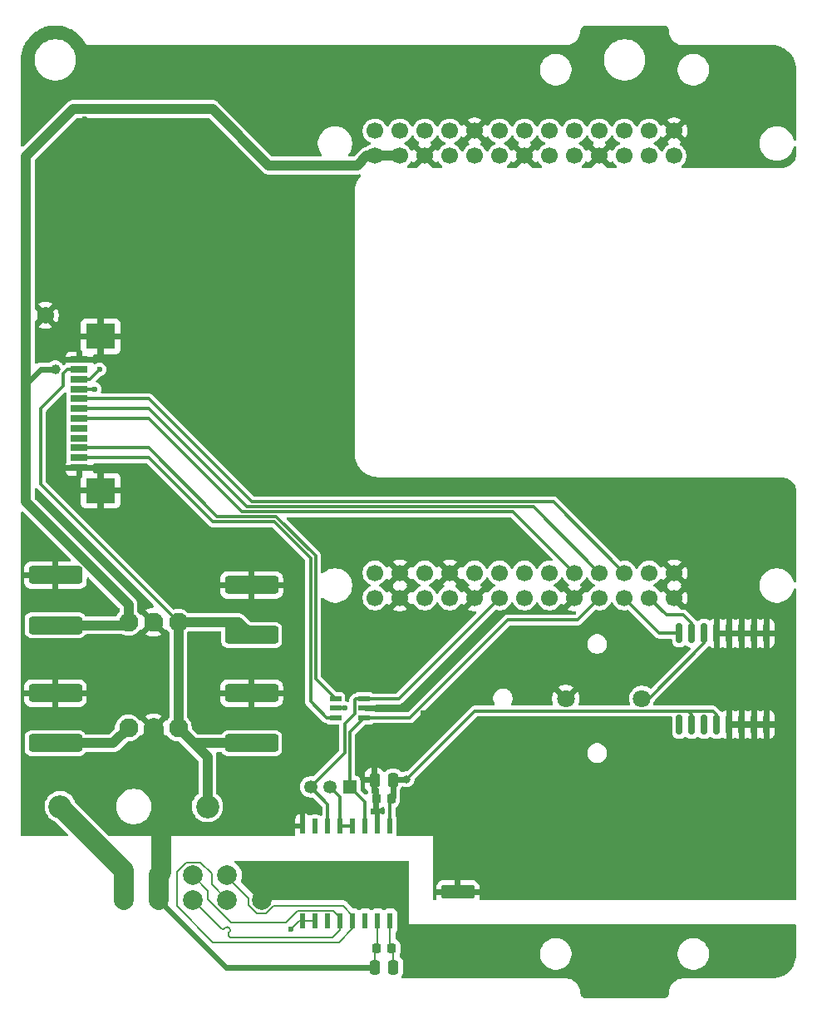
<source format=gbr>
%TF.GenerationSoftware,KiCad,Pcbnew,9.0.1*%
%TF.CreationDate,2025-05-24T14:12:46+03:00*%
%TF.ProjectId,PM-CPU_LLU,504d2d43-5055-45f4-9c4c-552e6b696361,rev?*%
%TF.SameCoordinates,Original*%
%TF.FileFunction,Copper,L1,Top*%
%TF.FilePolarity,Positive*%
%FSLAX46Y46*%
G04 Gerber Fmt 4.6, Leading zero omitted, Abs format (unit mm)*
G04 Created by KiCad (PCBNEW 9.0.1) date 2025-05-24 14:12:46*
%MOMM*%
%LPD*%
G01*
G04 APERTURE LIST*
G04 Aperture macros list*
%AMRoundRect*
0 Rectangle with rounded corners*
0 $1 Rounding radius*
0 $2 $3 $4 $5 $6 $7 $8 $9 X,Y pos of 4 corners*
0 Add a 4 corners polygon primitive as box body*
4,1,4,$2,$3,$4,$5,$6,$7,$8,$9,$2,$3,0*
0 Add four circle primitives for the rounded corners*
1,1,$1+$1,$2,$3*
1,1,$1+$1,$4,$5*
1,1,$1+$1,$6,$7*
1,1,$1+$1,$8,$9*
0 Add four rect primitives between the rounded corners*
20,1,$1+$1,$2,$3,$4,$5,0*
20,1,$1+$1,$4,$5,$6,$7,0*
20,1,$1+$1,$6,$7,$8,$9,0*
20,1,$1+$1,$8,$9,$2,$3,0*%
G04 Aperture macros list end*
%TA.AperFunction,ComponentPad*%
%ADD10O,6.350000X6.350000*%
%TD*%
%TA.AperFunction,SMDPad,CuDef*%
%ADD11R,1.181100X0.558800*%
%TD*%
%TA.AperFunction,ComponentPad*%
%ADD12C,1.800000*%
%TD*%
%TA.AperFunction,SMDPad,CuDef*%
%ADD13RoundRect,0.250000X2.450000X-0.650000X2.450000X0.650000X-2.450000X0.650000X-2.450000X-0.650000X0*%
%TD*%
%TA.AperFunction,ComponentPad*%
%ADD14C,1.700000*%
%TD*%
%TA.AperFunction,SMDPad,CuDef*%
%ADD15RoundRect,0.249999X1.450001X-0.450001X1.450001X0.450001X-1.450001X0.450001X-1.450001X-0.450001X0*%
%TD*%
%TA.AperFunction,SMDPad,CuDef*%
%ADD16R,0.482600X1.549400*%
%TD*%
%TA.AperFunction,ComponentPad*%
%ADD17C,1.950000*%
%TD*%
%TA.AperFunction,SMDPad,CuDef*%
%ADD18R,1.803400X0.635000*%
%TD*%
%TA.AperFunction,SMDPad,CuDef*%
%ADD19R,2.997200X2.590800*%
%TD*%
%TA.AperFunction,ComponentPad*%
%ADD20R,1.350000X1.350000*%
%TD*%
%TA.AperFunction,ComponentPad*%
%ADD21C,1.350000*%
%TD*%
%TA.AperFunction,SMDPad,CuDef*%
%ADD22RoundRect,0.250000X0.250000X0.475000X-0.250000X0.475000X-0.250000X-0.475000X0.250000X-0.475000X0*%
%TD*%
%TA.AperFunction,ComponentPad*%
%ADD23C,1.725000*%
%TD*%
%TA.AperFunction,SMDPad,CuDef*%
%ADD24RoundRect,0.225000X0.225000X0.250000X-0.225000X0.250000X-0.225000X-0.250000X0.225000X-0.250000X0*%
%TD*%
%TA.AperFunction,SMDPad,CuDef*%
%ADD25RoundRect,0.150000X0.150000X-0.875000X0.150000X0.875000X-0.150000X0.875000X-0.150000X-0.875000X0*%
%TD*%
%TA.AperFunction,ComponentPad*%
%ADD26C,2.000000*%
%TD*%
%TA.AperFunction,ComponentPad*%
%ADD27C,2.350000*%
%TD*%
%TA.AperFunction,ViaPad*%
%ADD28C,0.600000*%
%TD*%
%TA.AperFunction,ViaPad*%
%ADD29C,0.800000*%
%TD*%
%TA.AperFunction,ViaPad*%
%ADD30C,1.000000*%
%TD*%
%TA.AperFunction,Conductor*%
%ADD31C,0.300000*%
%TD*%
%TA.AperFunction,Conductor*%
%ADD32C,1.000000*%
%TD*%
%TA.AperFunction,Conductor*%
%ADD33C,0.200000*%
%TD*%
%TA.AperFunction,Conductor*%
%ADD34C,2.000000*%
%TD*%
%TA.AperFunction,Conductor*%
%ADD35C,0.600000*%
%TD*%
G04 APERTURE END LIST*
D10*
%TO.P,PE1,1*%
%TO.N,PE*%
X22000000Y-46000000D03*
%TD*%
D11*
%TO.P,U7,1,1A*%
%TO.N,/UART_RX*%
X-4533150Y-20950001D03*
%TO.P,U7,2,GND*%
%TO.N,GND_BUS*%
X-4533150Y-20000000D03*
%TO.P,U7,3,2A*%
%TO.N,/UART_TX*%
X-4533150Y-19049999D03*
%TO.P,U7,4,2Y*%
%TO.N,/UART_TX_LED*%
X-7466850Y-19049999D03*
%TO.P,U7,5,VCC*%
%TO.N,+3.3V_CPU*%
X-7466850Y-20000000D03*
%TO.P,U7,6,1Y*%
%TO.N,/UART_RX_LED*%
X-7466850Y-20950001D03*
%TD*%
D12*
%TO.P,J1,1,1*%
%TO.N,/Vbat*%
X23750000Y-19000000D03*
%TO.P,J1,2,2*%
%TO.N,GND_BUS*%
X16000000Y-19000000D03*
%TD*%
D13*
%TO.P,C3,1*%
%TO.N,+5V_CPU*%
X-36000000Y-11550000D03*
%TO.P,C3,2*%
%TO.N,GND_BUS*%
X-36000000Y-6450000D03*
%TD*%
D14*
%TO.P,U5,00,3V3*%
%TO.N,unconnected-(U5-3V3-Pad00)*%
X-3440000Y38770000D03*
%TO.P,U5,0A,RM_IO7*%
%TO.N,/SPI_MISO*%
X21960000Y38770000D03*
%TO.P,U5,0B,RM_IO8*%
%TO.N,/SPI_MOSI*%
X24500000Y38770000D03*
%TO.P,U5,0C,GND*%
%TO.N,GND_BUS*%
X27040000Y38770000D03*
%TO.P,U5,01,RM_IO0*%
%TO.N,unconnected-(U5-RM_IO0-Pad01)*%
X-900000Y38770000D03*
%TO.P,U5,1A,RM_IO11*%
%TO.N,unconnected-(U5-RM_IO11-Pad1A)*%
X21960000Y36230000D03*
%TO.P,U5,1B,RM_IO10*%
%TO.N,unconnected-(U5-RM_IO10-Pad1B)*%
X24500000Y36230000D03*
%TO.P,U5,1C,RM_IO9*%
%TO.N,unconnected-(U5-RM_IO9-Pad1C)*%
X27040000Y36230000D03*
%TO.P,U5,02,RM_IO1*%
%TO.N,unconnected-(U5-RM_IO1-Pad02)*%
X1640000Y38770000D03*
%TO.P,U5,2A,RM_IO30*%
%TO.N,/LED_0*%
X21960000Y-6230000D03*
%TO.P,U5,2B,RM_IO31*%
%TO.N,unconnected-(U5-RM_IO31-Pad2B)*%
X24500000Y-6230000D03*
%TO.P,U5,2C,GND*%
%TO.N,GND_BUS*%
X27040000Y-6230000D03*
%TO.P,U5,03,RM_IO2*%
%TO.N,/SPI_CS3*%
X4180000Y38770000D03*
%TO.P,U5,3A,RM_IO18*%
%TO.N,/I2C1_SCL*%
X21960000Y-8770000D03*
%TO.P,U5,3B,RM_IO20*%
%TO.N,/I2C1_SDA*%
X24500000Y-8770000D03*
%TO.P,U5,3C,GND*%
%TO.N,GND_BUS*%
X27040000Y-8770000D03*
%TO.P,U5,04,GND*%
X6720000Y38770000D03*
%TO.P,U5,05,RM_IO3*%
%TO.N,/SPI_CS2*%
X9260000Y38770000D03*
%TO.P,U5,06,RM_IO4*%
%TO.N,/SPI_CS1*%
X11800000Y38770000D03*
%TO.P,U5,07,RM_IO5*%
%TO.N,/SPI_CS0*%
X14340000Y38770000D03*
%TO.P,U5,08,3V3*%
%TO.N,unconnected-(U5-3V3-Pad08)*%
X16880000Y38770000D03*
%TO.P,U5,09,RM_IO6*%
%TO.N,/SPI_SCK*%
X19420000Y38770000D03*
%TO.P,U5,10,VSYS*%
%TO.N,+5V_CPU*%
X-3440000Y36230000D03*
%TO.P,U5,11,VSYS*%
X-900000Y36230000D03*
%TO.P,U5,12,GND*%
%TO.N,GND_BUS*%
X1640000Y36230000D03*
%TO.P,U5,13,RM_IO22*%
%TO.N,unconnected-(U5-RM_IO22-Pad13)*%
X4180000Y36230000D03*
%TO.P,U5,14,RM_IO23*%
%TO.N,unconnected-(U5-RM_IO23-Pad14)*%
X6720000Y36230000D03*
%TO.P,U5,15,RM_IO14*%
%TO.N,unconnected-(U5-RM_IO14-Pad15)*%
X9260000Y36230000D03*
%TO.P,U5,16,GND*%
%TO.N,GND_BUS*%
X11800000Y36230000D03*
%TO.P,U5,17,RM_IO13*%
%TO.N,unconnected-(U5-RM_IO13-Pad17)*%
X14340000Y36230000D03*
%TO.P,U5,18,RM_IO12*%
%TO.N,unconnected-(U5-RM_IO12-Pad18)*%
X16880000Y36230000D03*
%TO.P,U5,19,GND*%
%TO.N,GND_BUS*%
X19420000Y36230000D03*
%TO.P,U5,20,VSYS*%
%TO.N,unconnected-(U5-VSYS-Pad20)*%
X-3440000Y-6230000D03*
%TO.P,U5,21,GND*%
%TO.N,GND_BUS*%
X-900000Y-6230000D03*
%TO.P,U5,22,3V3*%
%TO.N,unconnected-(U5-3V3-Pad22)*%
X1640000Y-6230000D03*
%TO.P,U5,23,GND*%
%TO.N,GND_BUS*%
X4180000Y-6230000D03*
%TO.P,U5,24,RM_IO24*%
%TO.N,/I2C0_SCL*%
X6720000Y-6230000D03*
%TO.P,U5,25,RM_IO25*%
%TO.N,/I2C0_SDA*%
X9260000Y-6230000D03*
%TO.P,U5,26,RM_IO26*%
%TO.N,unconnected-(U5-RM_IO26-Pad26)*%
X11800000Y-6230000D03*
%TO.P,U5,27,RM_IO27*%
%TO.N,unconnected-(U5-RM_IO27-Pad27)*%
X14340000Y-6230000D03*
%TO.P,U5,28,RM_IO28*%
%TO.N,/LED_2*%
X16880000Y-6230000D03*
%TO.P,U5,29,RM_IO29*%
%TO.N,/LED_1*%
X19420000Y-6230000D03*
%TO.P,U5,30,1V8*%
%TO.N,unconnected-(U5-1V8-Pad30)*%
X-3440000Y-8770000D03*
%TO.P,U5,31,GND*%
%TO.N,GND_BUS*%
X-900000Y-8770000D03*
%TO.P,U5,32,ADC3*%
%TO.N,unconnected-(U5-ADC3-Pad32)*%
X1640000Y-8770000D03*
%TO.P,U5,33,ADC2*%
%TO.N,unconnected-(U5-ADC2-Pad33)*%
X4180000Y-8770000D03*
%TO.P,U5,34,GND*%
%TO.N,GND_BUS*%
X6720000Y-8770000D03*
%TO.P,U5,35,RM_IO16*%
%TO.N,/UART_TX*%
X9260000Y-8770000D03*
%TO.P,U5,36*%
%TO.N,/UART_RTS*%
X11800000Y-8770000D03*
%TO.P,U5,37*%
%TO.N,unconnected-(U5-Pad37)*%
X14340000Y-8770000D03*
%TO.P,U5,38,GND*%
%TO.N,GND_BUS*%
X16880000Y-8770000D03*
%TO.P,U5,39,RM_IO17*%
%TO.N,/UART_RX*%
X19420000Y-8770000D03*
%TD*%
D13*
%TO.P,C6,1*%
%TO.N,+3.3V_CPU*%
X-36000000Y-23550000D03*
%TO.P,C6,2*%
%TO.N,GND_BUS*%
X-36000000Y-18450000D03*
%TD*%
D15*
%TO.P,C1,1*%
%TO.N,PE*%
X5000000Y-42800000D03*
%TO.P,C1,2*%
%TO.N,GND_BUS*%
X5000000Y-38700000D03*
%TD*%
D16*
%TO.P,U4,1,VDD*%
%TO.N,+3.3V_CPU*%
X-1905000Y-32004000D03*
%TO.P,U4,2,GNDA*%
%TO.N,GND_BUS*%
X-3175000Y-32004000D03*
%TO.P,U4,3,RO*%
%TO.N,/UART_RX*%
X-4445000Y-32004000D03*
%TO.P,U4,4,RE*%
%TO.N,/UART_RTS*%
X-5715000Y-32004000D03*
%TO.P,U4,5,DE*%
X-6985000Y-32004000D03*
%TO.P,U4,6,DI*%
%TO.N,/UART_TX*%
X-8255000Y-32004000D03*
%TO.P,U4,7,NC*%
%TO.N,unconnected-(U4-NC-Pad7)*%
X-9525000Y-32004000D03*
%TO.P,U4,8,GNDA*%
%TO.N,GND_BUS*%
X-10795000Y-32004000D03*
%TO.P,U4,9,GNDB*%
X-10795000Y-41656000D03*
%TO.P,U4,10,SEL*%
X-9525000Y-41656000D03*
%TO.P,U4,11,NC*%
%TO.N,unconnected-(U4-NC-Pad11)*%
X-8255000Y-41656000D03*
%TO.P,U4,12,A*%
%TO.N,/A*%
X-6985000Y-41656000D03*
%TO.P,U4,13,B*%
%TO.N,/B*%
X-5715000Y-41656000D03*
%TO.P,U4,14,NC*%
%TO.N,unconnected-(U4-NC-Pad14)*%
X-4445000Y-41656000D03*
%TO.P,U4,15,GNDB*%
%TO.N,GND_BUS*%
X-3175000Y-41656000D03*
%TO.P,U4,16,VISO*%
%TO.N,+3.3V_BUS*%
X-1905000Y-41656000D03*
%TD*%
D17*
%TO.P,J5,1,VIN*%
%TO.N,+24V_fuse*%
X-23460000Y-22000000D03*
%TO.P,J5,2,GND*%
%TO.N,GND_BUS*%
X-26000000Y-22000000D03*
%TO.P,J5,3,+VO*%
%TO.N,+3.3V_CPU*%
X-28540000Y-22000000D03*
%TD*%
D18*
%TO.P,J7,1,Pin_1*%
%TO.N,GND_BUS*%
X-33556000Y4500008D03*
%TO.P,J7,2,Pin_2*%
%TO.N,/UART_RX_LED*%
X-33556000Y5500006D03*
%TO.P,J7,3,Pin_3*%
%TO.N,/UART_TX_LED*%
X-33556000Y6500004D03*
%TO.P,J7,4,Pin_4*%
%TO.N,unconnected-(J7-Pin_4-Pad4)*%
X-33556000Y7500002D03*
%TO.P,J7,5,Pin_5*%
%TO.N,unconnected-(J7-Pin_5-Pad5)*%
X-33556000Y8500000D03*
%TO.P,J7,6,Pin_6*%
%TO.N,/LED_2*%
X-33556000Y9500000D03*
%TO.P,J7,7,Pin_7*%
%TO.N,/LED_1*%
X-33556000Y10500000D03*
%TO.P,J7,8,Pin_8*%
%TO.N,/LED_0*%
X-33556000Y11500000D03*
%TO.P,J7,9,Pin_9*%
%TO.N,+3.3V_CPU*%
X-33556000Y12499998D03*
%TO.P,J7,10,Pin_10*%
%TO.N,+5V_CPU*%
X-33556000Y13499996D03*
%TO.P,J7,11,Pin_11*%
%TO.N,+24V_fuse*%
X-33556000Y14499994D03*
%TO.P,J7,12,Pin_11*%
%TO.N,GND_BUS*%
X-33556000Y15499992D03*
D19*
%TO.P,J7,13,Pin_11*%
X-31385999Y2149997D03*
X-31385999Y17850003D03*
%TD*%
D20*
%TO.P,J11,1,Pin_1*%
%TO.N,/UART_RX*%
X-6000000Y-28000000D03*
D21*
%TO.P,J11,2,Pin_2*%
%TO.N,/UART_RTS*%
X-8000000Y-28000000D03*
%TO.P,J11,3,Pin_3*%
%TO.N,/UART_TX*%
X-10000000Y-28000000D03*
%TD*%
D22*
%TO.P,C10,1*%
%TO.N,+3.3V_BUS*%
X-1590000Y-46355000D03*
%TO.P,C10,2*%
%TO.N,GND_BUS*%
X-3490000Y-46355000D03*
%TD*%
%TO.P,C12,1*%
%TO.N,+3.3V_CPU*%
X-1590000Y-27305000D03*
%TO.P,C12,2*%
%TO.N,GND_BUS*%
X-3490000Y-27305000D03*
%TD*%
D17*
%TO.P,J4,1,VIN*%
%TO.N,+24V_fuse*%
X-23460000Y-11235000D03*
%TO.P,J4,2,GND*%
%TO.N,GND_BUS*%
X-26000000Y-11235000D03*
%TO.P,J4,3,+VO*%
%TO.N,+5V_CPU*%
X-28540000Y-11235000D03*
%TD*%
D23*
%TO.P,U2,1*%
%TO.N,GND_BUS*%
X-37000000Y20000000D03*
%TD*%
D24*
%TO.P,C9,1*%
%TO.N,+3.3V_BUS*%
X-1765000Y-44450000D03*
%TO.P,C9,2*%
%TO.N,GND_BUS*%
X-3315000Y-44450000D03*
%TD*%
D13*
%TO.P,C5,1*%
%TO.N,+24V_fuse*%
X-16000000Y-23550000D03*
%TO.P,C5,2*%
%TO.N,GND_BUS*%
X-16000000Y-18450000D03*
%TD*%
%TO.P,C2,1*%
%TO.N,+24V_fuse*%
X-16000000Y-12550000D03*
%TO.P,C2,2*%
%TO.N,GND_BUS*%
X-16000000Y-7450000D03*
%TD*%
D25*
%TO.P,U6,1,32KHZ*%
%TO.N,unconnected-(U6-32KHZ-Pad1)*%
X27555000Y-21650000D03*
%TO.P,U6,2,VCC*%
%TO.N,+3.3V_CPU*%
X28825000Y-21650000D03*
%TO.P,U6,3,~{INT}/SQW*%
%TO.N,unconnected-(U6-~{INT}{slash}SQW-Pad3)*%
X30095000Y-21650000D03*
%TO.P,U6,4,~{RST}*%
%TO.N,+3.3V_CPU*%
X31365000Y-21650000D03*
%TO.P,U6,5,GND*%
%TO.N,GND_BUS*%
X32635000Y-21650000D03*
%TO.P,U6,6,GND*%
X33905000Y-21650000D03*
%TO.P,U6,7,GND*%
X35175000Y-21650000D03*
%TO.P,U6,8,GND*%
X36445000Y-21650000D03*
%TO.P,U6,9,GND*%
X36445000Y-12350000D03*
%TO.P,U6,10,GND*%
X35175000Y-12350000D03*
%TO.P,U6,11,GND*%
X33905000Y-12350000D03*
%TO.P,U6,12,GND*%
X32635000Y-12350000D03*
%TO.P,U6,13,GND*%
X31365000Y-12350000D03*
%TO.P,U6,14,VBAT*%
%TO.N,/Vbat*%
X30095000Y-12350000D03*
%TO.P,U6,15,SDA*%
%TO.N,/I2C1_SDA*%
X28825000Y-12350000D03*
%TO.P,U6,16,SCL*%
%TO.N,/I2C1_SCL*%
X27555000Y-12350000D03*
%TD*%
D26*
%TO.P,J3,1,Pin_1*%
%TO.N,+24V_BUS*%
X-29000000Y-37000000D03*
%TO.P,J3,2,Pin_3*%
%TO.N,GND_BUS*%
X-25500000Y-37000000D03*
%TO.P,J3,3,3*%
%TO.N,/A*%
X-22000000Y-37000000D03*
%TO.P,J3,4,4*%
%TO.N,/B*%
X-18500000Y-37000000D03*
%TO.P,J3,5,Pin_9*%
%TO.N,PE*%
X-15000000Y-37000000D03*
%TO.P,J3,6,Pin_2*%
%TO.N,+24V_BUS*%
X-29000000Y-39500000D03*
%TO.P,J3,7,Pin_4*%
%TO.N,GND_BUS*%
X-25500000Y-39500000D03*
%TO.P,J3,8,Pin_6*%
%TO.N,/A*%
X-22000000Y-39500000D03*
%TO.P,J3,9,Pin_8*%
%TO.N,/B*%
X-18500000Y-39500000D03*
%TO.P,J3,10,Pin_10*%
%TO.N,PE*%
X-15000000Y-39500000D03*
%TD*%
D24*
%TO.P,C11,1*%
%TO.N,+3.3V_CPU*%
X-1765000Y-29210000D03*
%TO.P,C11,2*%
%TO.N,GND_BUS*%
X-3315000Y-29210000D03*
%TD*%
D27*
%TO.P,U1,1,1*%
%TO.N,+24V_BUS*%
X-35500000Y-30000000D03*
%TO.P,U1,2,2*%
%TO.N,+24V_fuse*%
X-20500000Y-30000000D03*
%TD*%
D28*
%TO.N,+3.3V_CPU*%
X-6500000Y-20000000D03*
X-32000000Y12500000D03*
D29*
X-215000Y-27215000D03*
D28*
%TO.N,GND_BUS*%
X-29000000Y3000000D03*
X-34000000Y17000000D03*
X-34000000Y1000000D03*
X2500000Y-20500000D03*
X-12000000Y-46500000D03*
X-29000000Y17000000D03*
X-33000000Y40000000D03*
X2000000Y-21000000D03*
X1500000Y-21500000D03*
X-30000000Y0D03*
X-34000000Y23000000D03*
X-34000000Y3000000D03*
X-29000000Y21000000D03*
X-29000000Y1000000D03*
X-34000000Y19000000D03*
X-29000000Y23000000D03*
X-34000000Y37000000D03*
X2500000Y-21500000D03*
X-30000000Y20000000D03*
X-12000000Y-42500000D03*
X-29000000Y19000000D03*
X-33000000Y20000000D03*
X-34000000Y21000000D03*
X-33000000Y0D03*
X1500000Y-20500000D03*
X-34000000Y39000000D03*
D30*
%TO.N,+5V_CPU*%
X-36000000Y14500000D03*
X-39000000Y35500000D03*
D28*
X-31500000Y14500000D03*
D30*
X-39000000Y34500000D03*
%TD*%
D31*
%TO.N,/LED_1*%
X-26500000Y10500000D02*
X-33556000Y10500000D01*
X12687000Y503000D02*
X-16503000Y503000D01*
X19420000Y-6230000D02*
X12687000Y503000D01*
X-16503000Y503000D02*
X-26500000Y10500000D01*
%TO.N,/LED_2*%
X-26500000Y9500000D02*
X-33556000Y9500000D01*
X10648000Y2000D02*
X-17002000Y2000D01*
X-17002000Y2000D02*
X-26500000Y9500000D01*
X16880000Y-6230000D02*
X10648000Y2000D01*
%TO.N,/LED_0*%
X-26500000Y11500000D02*
X-16004000Y1004000D01*
X-16004000Y1004000D02*
X14726000Y1004000D01*
X-33556000Y11500000D02*
X-26500000Y11500000D01*
X14726000Y1004000D02*
X21960000Y-6230000D01*
%TO.N,/I2C1_SCL*%
X21960000Y-8770000D02*
X25540000Y-12350000D01*
X25540000Y-12350000D02*
X27555000Y-12350000D01*
D32*
%TO.N,+24V_fuse*%
X-21910000Y-23550000D02*
X-23460000Y-22000000D01*
D31*
X-34959000Y264000D02*
X-23460000Y-11235000D01*
X-37500000Y2836160D02*
X-34959000Y295160D01*
X-35199000Y14058694D02*
X-34757700Y14499994D01*
D32*
X-16000000Y-23550000D02*
X-21910000Y-23550000D01*
D31*
X-34959000Y295160D02*
X-34959000Y264000D01*
D32*
X-20500000Y-24960000D02*
X-21910000Y-23550000D01*
X-23460000Y-11235000D02*
X-17315000Y-11235000D01*
X-20500000Y-30000000D02*
X-20500000Y-24960000D01*
D31*
X-35199000Y12801000D02*
X-35199000Y14058694D01*
D32*
X-23460000Y-22000000D02*
X-23460000Y-11235000D01*
D31*
X-37500000Y10500000D02*
X-37500000Y2836160D01*
D32*
X-17315000Y-11235000D02*
X-16000000Y-12550000D01*
D31*
X-34757700Y14499994D02*
X-33556000Y14499994D01*
X-35199000Y12801000D02*
X-37500000Y10500000D01*
%TO.N,/UART_RTS*%
X-6985000Y-32004000D02*
X-5715000Y-32004000D01*
X-6985000Y-29015000D02*
X-6985000Y-32004000D01*
X-8000000Y-28000000D02*
X-6985000Y-29015000D01*
%TO.N,/UART_TX*%
X-5500000Y-20555101D02*
X-5500000Y-19126299D01*
X-5423700Y-19049999D02*
X-4533150Y-19049999D01*
X-1019999Y-19049999D02*
X-4533150Y-19049999D01*
X9260000Y-8770000D02*
X-1019999Y-19049999D01*
X-5500000Y-19126299D02*
X-5423700Y-19049999D01*
X-8255000Y-32004000D02*
X-8255000Y-29745000D01*
X-8255000Y-29745000D02*
X-10000000Y-28000000D01*
X-10000000Y-28000000D02*
X-6500000Y-24500000D01*
X-6500000Y-24500000D02*
X-6500000Y-21555101D01*
X-6500000Y-21555101D02*
X-5500000Y-20555101D01*
%TO.N,/UART_RX*%
X129345Y-20950001D02*
X10079346Y-11000000D01*
X10079346Y-11000000D02*
X17190000Y-11000000D01*
X-4445000Y-29555000D02*
X-4445000Y-32004000D01*
D33*
X-4445000Y-31655000D02*
X-4445000Y-32004000D01*
D31*
X-6000000Y-22416851D02*
X-4533150Y-20950001D01*
X-6000000Y-28000000D02*
X-6000000Y-22416851D01*
X-4533150Y-20950001D02*
X129345Y-20950001D01*
X-6000000Y-28000000D02*
X-4445000Y-29555000D01*
X17190000Y-11000000D02*
X19420000Y-8770000D01*
D34*
%TO.N,+24V_BUS*%
X-29000000Y-37000000D02*
X-29000000Y-36500000D01*
X-29000000Y-37000000D02*
X-29000000Y-39500000D01*
X-29000000Y-36500000D02*
X-35500000Y-30000000D01*
D31*
%TO.N,/Vbat*%
X30095000Y-13374999D02*
X24469999Y-19000000D01*
X24469999Y-19000000D02*
X23750000Y-19000000D01*
X30095000Y-12350000D02*
X30095000Y-13374999D01*
D33*
%TO.N,/B*%
X-5715000Y-41656000D02*
X-5715000Y-41123000D01*
X-23622000Y-40132000D02*
X-19922300Y-43832000D01*
X-7128700Y-43832000D02*
X-5715000Y-42418000D01*
X-5715000Y-42418000D02*
X-5715000Y-41656000D01*
X-20066000Y-37934000D02*
X-20066000Y-36830000D01*
X-21196000Y-35700000D02*
X-22705700Y-35700000D01*
X-16300000Y-39326000D02*
X-18500000Y-37126000D01*
X-20066000Y-36830000D02*
X-21196000Y-35700000D01*
X-6705600Y-40132000D02*
X-13793500Y-40132000D01*
X-23622000Y-36616000D02*
X-23622000Y-40132000D01*
X-14537400Y-40876000D02*
X-15462600Y-40876000D01*
X-22705700Y-35700000D02*
X-23622000Y-36616000D01*
X-18500000Y-37126000D02*
X-18500000Y-37000000D01*
X-5715000Y-41123000D02*
X-6705600Y-40132000D01*
X-16300000Y-40038000D02*
X-16300000Y-39326000D01*
X-13793500Y-40132000D02*
X-14537400Y-40876000D01*
X-19922300Y-43832000D02*
X-7128700Y-43832000D01*
X-18500000Y-39500000D02*
X-20066000Y-37934000D01*
X-15462600Y-40876000D02*
X-16300000Y-40038000D01*
%TO.N,/A*%
X-6985000Y-41310000D02*
X-7713700Y-40581000D01*
X-20447000Y-38553000D02*
X-22000000Y-37000000D01*
X-7713700Y-40581000D02*
X-11336300Y-40581000D01*
X-18168000Y-43332000D02*
X-16367645Y-43332000D01*
X-20399981Y-41100019D02*
X-20107434Y-41392566D01*
X-6985000Y-42545000D02*
X-6985000Y-41656000D01*
X-18748822Y-42411767D02*
X-18665815Y-42328757D01*
X-18324560Y-43175441D02*
X-18239706Y-43260294D01*
X-18241551Y-42753022D02*
X-18324561Y-42836029D01*
X-19626144Y-41873856D02*
X-19635581Y-41864419D01*
X-6985000Y-41656000D02*
X-6985000Y-41310000D01*
X-18055500Y-41783000D02*
X-20447000Y-39391500D01*
X-18326403Y-42328758D02*
X-18241551Y-42413610D01*
X-12538000Y-41783000D02*
X-18055500Y-41783000D01*
X-19635581Y-41864419D02*
X-19947004Y-41552996D01*
X-20447000Y-39391500D02*
X-20447000Y-38553000D01*
X-19947004Y-41552996D02*
X-20107434Y-41392566D01*
X-7772000Y-43332000D02*
X-6985000Y-42545000D01*
X-18239706Y-43260294D02*
X-18168000Y-43332000D01*
X-11336300Y-40581000D02*
X-12538000Y-41783000D01*
X-16367645Y-43332000D02*
X-7772000Y-43332000D01*
X-19626144Y-41873856D02*
X-19088234Y-42411766D01*
X-22000000Y-39500000D02*
X-20399981Y-41100019D01*
X-18241551Y-42413610D02*
G75*
G02*
X-18241567Y-42753006I-169749J-169690D01*
G01*
X-19088234Y-42411766D02*
G75*
G03*
X-18748794Y-42411795I169734J169666D01*
G01*
X-18665815Y-42328757D02*
G75*
G02*
X-18326394Y-42328748I169715J-169743D01*
G01*
X-18324561Y-42836029D02*
G75*
G03*
X-18324526Y-43175406I169661J-169671D01*
G01*
D31*
%TO.N,/UART_TX_LED*%
X-26500004Y6500004D02*
X-19501000Y-499000D01*
X-9499000Y-17017849D02*
X-7466850Y-19049999D01*
X-19501000Y-499000D02*
X-13501000Y-499000D01*
X-33556000Y6500004D02*
X-26500004Y6500004D01*
X-13501000Y-499000D02*
X-9499000Y-4501000D01*
X-9499000Y-4501000D02*
X-9499000Y-17017849D01*
%TO.N,/UART_RX_LED*%
X-10000000Y-19307401D02*
X-8357400Y-20950001D01*
X-10000000Y-4708520D02*
X-10000000Y-19307401D01*
X-20000000Y-1000000D02*
X-13708520Y-1000000D01*
X-26500006Y5500006D02*
X-20000000Y-1000000D01*
X-33556000Y5500006D02*
X-26500006Y5500006D01*
X-13708520Y-1000000D02*
X-10000000Y-4708520D01*
X-8357400Y-20950001D02*
X-7466850Y-20950001D01*
%TO.N,+3.3V_CPU*%
X28825000Y-21650000D02*
X28825000Y-20625001D01*
D35*
X-1500000Y-27215000D02*
X-1590000Y-27305000D01*
D31*
X6726000Y-20274000D02*
X28473999Y-20274000D01*
X-32000002Y12499998D02*
X-32000000Y12500000D01*
D33*
X-1765000Y-29210000D02*
X-1905000Y-29350000D01*
D31*
X-1905000Y-32004000D02*
X-1905000Y-29350000D01*
X-215000Y-27215000D02*
X6726000Y-20274000D01*
X-7466850Y-20000000D02*
X-6500000Y-20000000D01*
D32*
X-30090000Y-23550000D02*
X-28540000Y-22000000D01*
D35*
X-1590000Y-27305000D02*
X-1590000Y-29035000D01*
D31*
X31365000Y-21650000D02*
X31365000Y-20625001D01*
D33*
X-1590000Y-29035000D02*
X-1765000Y-29210000D01*
D32*
X-36000000Y-23550000D02*
X-30090000Y-23550000D01*
D35*
X-215000Y-27215000D02*
X-1500000Y-27215000D01*
D31*
X31365000Y-20625001D02*
X31013999Y-20274000D01*
X31013999Y-20274000D02*
X28473999Y-20274000D01*
X28825000Y-20625001D02*
X28473999Y-20274000D01*
X-33556000Y12499998D02*
X-32000002Y12499998D01*
D33*
%TO.N,+3.3V_BUS*%
X-1905000Y-44310000D02*
X-1905000Y-41656000D01*
X-1590000Y-46355000D02*
X-1590000Y-44625000D01*
X-1765000Y-44450000D02*
X-1905000Y-44310000D01*
X-1590000Y-44625000D02*
X-1765000Y-44450000D01*
D34*
%TO.N,GND_BUS*%
X-25199000Y-28839787D02*
X-26000000Y-28038787D01*
D33*
X-3315000Y-44450000D02*
X-3175000Y-44310000D01*
X-10795000Y-41656000D02*
X-10795000Y-42194000D01*
D35*
X-25500000Y-39500000D02*
X-18645000Y-46355000D01*
D33*
X-9525000Y-41656000D02*
X-10795000Y-41656000D01*
X-3490000Y-46355000D02*
X-3490000Y-45679300D01*
D34*
X-25199000Y-36699000D02*
X-25199000Y-28839787D01*
D35*
X-18645000Y-46355000D02*
X-3490000Y-46355000D01*
D34*
X-26000000Y-28038787D02*
X-26000000Y-22000000D01*
D33*
X-11156000Y-41656000D02*
X-12000000Y-42500000D01*
X-3175000Y-44310000D02*
X-3175000Y-41656000D01*
D34*
X-25500000Y-37000000D02*
X-25199000Y-36699000D01*
D33*
X-3490000Y-45679300D02*
X-3490000Y-44625000D01*
X-3490000Y-44625000D02*
X-3315000Y-44450000D01*
D34*
X-25500000Y-37000000D02*
X-25500000Y-39500000D01*
D33*
X-10795000Y-41656000D02*
X-11156000Y-41656000D01*
D35*
%TO.N,+5V_CPU*%
X-38500004Y13499996D02*
X-39000000Y13000000D01*
D32*
X-39000000Y36172459D02*
X-34172459Y41000000D01*
D31*
X-31500000Y14500000D02*
X-32500004Y13499996D01*
D35*
X-38500004Y13499996D02*
X-37500000Y14500000D01*
D32*
X-28540000Y-9458156D02*
X-39000000Y1001844D01*
X-39000000Y34500000D02*
X-39000000Y35500000D01*
D31*
X-32500004Y13499996D02*
X-33556000Y13499996D01*
D32*
X-34172459Y41000000D02*
X-20000000Y41000000D01*
X-36000000Y-11550000D02*
X-28855000Y-11550000D01*
X-14249000Y35249000D02*
X-6000000Y35249000D01*
X-39000000Y13000000D02*
X-39000000Y34500000D01*
X-39000000Y1001844D02*
X-39000000Y13000000D01*
X-6000000Y35249000D02*
X-5251000Y35249000D01*
X-39000000Y35500000D02*
X-39000000Y36172459D01*
X-20000000Y41000000D02*
X-14249000Y35249000D01*
X-3440000Y36230000D02*
X-900000Y36230000D01*
D35*
X-37500000Y14500000D02*
X-36000000Y14500000D01*
D32*
X-4270000Y36230000D02*
X-3440000Y36230000D01*
X-28855000Y-11550000D02*
X-28540000Y-11235000D01*
X-28540000Y-11235000D02*
X-28540000Y-9458156D01*
X-5251000Y35249000D02*
X-4270000Y36230000D01*
D31*
%TO.N,/I2C1_SDA*%
X24500000Y-8770000D02*
X26230000Y-10500000D01*
X28825000Y-11325001D02*
X28825000Y-12350000D01*
X27999999Y-10500000D02*
X28825000Y-11325001D01*
X26230000Y-10500000D02*
X27999999Y-10500000D01*
%TD*%
%TA.AperFunction,Conductor*%
%TO.N,PE*%
G36*
X-56961Y-35519685D02*
G01*
X-11206Y-35572489D01*
X0Y-35624000D01*
X0Y-42000000D01*
X39375500Y-42000000D01*
X39442539Y-42019685D01*
X39488294Y-42072489D01*
X39499500Y-42124000D01*
X39499500Y-44996249D01*
X39499274Y-45003736D01*
X39481728Y-45293794D01*
X39479923Y-45308659D01*
X39428219Y-45590798D01*
X39424635Y-45605336D01*
X39339306Y-45879167D01*
X39333997Y-45893168D01*
X39216275Y-46154736D01*
X39209316Y-46167995D01*
X39060928Y-46413459D01*
X39052422Y-46425782D01*
X38875526Y-46651573D01*
X38865596Y-46662781D01*
X38662781Y-46865596D01*
X38651573Y-46875526D01*
X38425782Y-47052422D01*
X38413459Y-47060928D01*
X38167995Y-47209316D01*
X38154736Y-47216275D01*
X37893168Y-47333997D01*
X37879167Y-47339306D01*
X37605336Y-47424635D01*
X37590798Y-47428219D01*
X37308659Y-47479923D01*
X37293794Y-47481728D01*
X37003736Y-47499274D01*
X36996249Y-47499500D01*
X27892682Y-47499500D01*
X27680235Y-47530044D01*
X27680225Y-47530047D01*
X27474284Y-47590517D01*
X27279061Y-47679672D01*
X27279048Y-47679679D01*
X27098485Y-47795720D01*
X26936275Y-47936275D01*
X26795720Y-48098485D01*
X26679679Y-48279048D01*
X26679672Y-48279061D01*
X26590517Y-48474284D01*
X26530047Y-48680225D01*
X26530044Y-48680235D01*
X26499500Y-48892682D01*
X26499500Y-48993038D01*
X26498720Y-49006922D01*
X26498720Y-49006923D01*
X26488540Y-49097264D01*
X26482362Y-49124333D01*
X26454648Y-49203537D01*
X26442600Y-49228555D01*
X26397957Y-49299604D01*
X26380644Y-49321313D01*
X26321313Y-49380644D01*
X26299604Y-49397957D01*
X26228555Y-49442600D01*
X26203537Y-49454648D01*
X26124333Y-49482362D01*
X26097264Y-49488540D01*
X26017075Y-49497576D01*
X26006921Y-49498720D01*
X25993038Y-49499500D01*
X18006962Y-49499500D01*
X17993078Y-49498720D01*
X17980553Y-49497308D01*
X17902735Y-49488540D01*
X17875666Y-49482362D01*
X17796462Y-49454648D01*
X17771444Y-49442600D01*
X17700395Y-49397957D01*
X17678686Y-49380644D01*
X17619355Y-49321313D01*
X17602042Y-49299604D01*
X17557399Y-49228555D01*
X17545351Y-49203537D01*
X17543861Y-49199280D01*
X17517636Y-49124331D01*
X17511459Y-49097263D01*
X17501280Y-49006922D01*
X17500500Y-48993038D01*
X17500500Y-48892683D01*
X17500500Y-48892682D01*
X17469954Y-48680231D01*
X17409484Y-48474290D01*
X17409483Y-48474288D01*
X17409482Y-48474284D01*
X17320327Y-48279061D01*
X17320320Y-48279048D01*
X17249102Y-48168231D01*
X17204281Y-48098487D01*
X17124227Y-48006100D01*
X17063724Y-47936275D01*
X16901514Y-47795720D01*
X16901513Y-47795719D01*
X16820979Y-47743963D01*
X16720951Y-47679679D01*
X16720938Y-47679672D01*
X16525715Y-47590517D01*
X16319774Y-47530047D01*
X16319764Y-47530044D01*
X16128754Y-47502582D01*
X16107318Y-47499500D01*
X16107317Y-47499500D01*
X-649969Y-47499500D01*
X-717008Y-47479815D01*
X-762763Y-47427011D01*
X-772707Y-47357853D01*
X-750153Y-47305375D01*
X-751080Y-47304803D01*
X-747290Y-47298657D01*
X-747288Y-47298656D01*
X-655186Y-47149334D01*
X-600001Y-46982797D01*
X-589500Y-46880009D01*
X-589501Y-45829992D01*
X-600001Y-45727203D01*
X-655186Y-45560666D01*
X-747288Y-45411344D01*
X-871344Y-45287288D01*
X-871345Y-45287287D01*
X-885856Y-45278337D01*
X-895105Y-45272632D01*
X-941829Y-45220686D01*
X-953052Y-45151723D01*
X-935546Y-45101997D01*
X-877997Y-45008697D01*
X-833376Y-44874038D01*
X13399500Y-44874038D01*
X13399500Y-44921750D01*
X13399500Y-45125962D01*
X13405514Y-45163934D01*
X13438910Y-45374785D01*
X13516760Y-45614383D01*
X13582461Y-45743327D01*
X13626622Y-45829998D01*
X13631132Y-45838848D01*
X13779201Y-46042649D01*
X13779205Y-46042654D01*
X13957345Y-46220794D01*
X13957350Y-46220798D01*
X14135117Y-46349952D01*
X14161155Y-46368870D01*
X14304184Y-46441747D01*
X14385616Y-46483239D01*
X14385618Y-46483239D01*
X14385621Y-46483241D01*
X14625215Y-46561090D01*
X14874038Y-46600500D01*
X14874039Y-46600500D01*
X15125961Y-46600500D01*
X15125962Y-46600500D01*
X15374785Y-46561090D01*
X15614379Y-46483241D01*
X15838845Y-46368870D01*
X16042656Y-46220793D01*
X16220793Y-46042656D01*
X16368870Y-45838845D01*
X16483241Y-45614379D01*
X16561090Y-45374785D01*
X16600500Y-45125962D01*
X16600500Y-44874038D01*
X27399500Y-44874038D01*
X27399500Y-44921750D01*
X27399500Y-45125962D01*
X27405514Y-45163934D01*
X27438910Y-45374785D01*
X27516760Y-45614383D01*
X27582461Y-45743327D01*
X27626622Y-45829998D01*
X27631132Y-45838848D01*
X27779201Y-46042649D01*
X27779205Y-46042654D01*
X27957345Y-46220794D01*
X27957350Y-46220798D01*
X28135117Y-46349952D01*
X28161155Y-46368870D01*
X28304184Y-46441747D01*
X28385616Y-46483239D01*
X28385618Y-46483239D01*
X28385621Y-46483241D01*
X28625215Y-46561090D01*
X28874038Y-46600500D01*
X28874039Y-46600500D01*
X29125961Y-46600500D01*
X29125962Y-46600500D01*
X29374785Y-46561090D01*
X29614379Y-46483241D01*
X29838845Y-46368870D01*
X30042656Y-46220793D01*
X30220793Y-46042656D01*
X30368870Y-45838845D01*
X30483241Y-45614379D01*
X30561090Y-45374785D01*
X30600500Y-45125962D01*
X30600500Y-44874038D01*
X30561090Y-44625215D01*
X30483241Y-44385621D01*
X30483239Y-44385618D01*
X30483239Y-44385616D01*
X30414013Y-44249754D01*
X30368870Y-44161155D01*
X30289775Y-44052290D01*
X30220798Y-43957350D01*
X30220794Y-43957345D01*
X30042654Y-43779205D01*
X30042649Y-43779201D01*
X29838848Y-43631132D01*
X29838847Y-43631131D01*
X29838845Y-43631130D01*
X29768747Y-43595413D01*
X29614383Y-43516760D01*
X29374785Y-43438910D01*
X29286128Y-43424868D01*
X29125962Y-43399500D01*
X28874038Y-43399500D01*
X28749626Y-43419205D01*
X28625214Y-43438910D01*
X28385616Y-43516760D01*
X28161151Y-43631132D01*
X27957350Y-43779201D01*
X27957345Y-43779205D01*
X27779205Y-43957345D01*
X27779201Y-43957350D01*
X27631132Y-44161151D01*
X27516760Y-44385616D01*
X27438910Y-44625214D01*
X27435906Y-44644181D01*
X27399500Y-44874038D01*
X16600500Y-44874038D01*
X16561090Y-44625215D01*
X16483241Y-44385621D01*
X16483239Y-44385618D01*
X16483239Y-44385616D01*
X16414013Y-44249754D01*
X16368870Y-44161155D01*
X16289775Y-44052290D01*
X16220798Y-43957350D01*
X16220794Y-43957345D01*
X16042654Y-43779205D01*
X16042649Y-43779201D01*
X15838848Y-43631132D01*
X15838847Y-43631131D01*
X15838845Y-43631130D01*
X15768747Y-43595413D01*
X15614383Y-43516760D01*
X15374785Y-43438910D01*
X15286128Y-43424868D01*
X15125962Y-43399500D01*
X14874038Y-43399500D01*
X14749626Y-43419205D01*
X14625214Y-43438910D01*
X14385616Y-43516760D01*
X14161151Y-43631132D01*
X13957350Y-43779201D01*
X13957345Y-43779205D01*
X13779205Y-43957345D01*
X13779201Y-43957350D01*
X13631132Y-44161151D01*
X13516760Y-44385616D01*
X13438910Y-44625214D01*
X13435906Y-44644181D01*
X13399500Y-44874038D01*
X-833376Y-44874038D01*
X-824651Y-44847708D01*
X-814500Y-44748345D01*
X-814501Y-44151656D01*
X-824651Y-44052292D01*
X-877997Y-43891303D01*
X-878001Y-43891297D01*
X-878002Y-43891294D01*
X-967030Y-43746959D01*
X-967033Y-43746955D01*
X-1086956Y-43627032D01*
X-1086960Y-43627029D01*
X-1231300Y-43537998D01*
X-1232905Y-43537250D01*
X-1233822Y-43536443D01*
X-1237450Y-43534205D01*
X-1237068Y-43533584D01*
X-1285344Y-43491078D01*
X-1304500Y-43424868D01*
X-1304500Y-42827307D01*
X-1284815Y-42760268D01*
X-1279774Y-42753006D01*
X-1219904Y-42673031D01*
X-1169609Y-42538183D01*
X-1163200Y-42478573D01*
X-1163201Y-40833428D01*
X-1169609Y-40773817D01*
X-1217835Y-40644517D01*
X-1219903Y-40638971D01*
X-1219907Y-40638964D01*
X-1306153Y-40523755D01*
X-1306156Y-40523752D01*
X-1421365Y-40437506D01*
X-1421372Y-40437502D01*
X-1556214Y-40387210D01*
X-1556215Y-40387209D01*
X-1556217Y-40387209D01*
X-1615827Y-40380800D01*
X-1615837Y-40380800D01*
X-2194171Y-40380800D01*
X-2194177Y-40380801D01*
X-2253784Y-40387208D01*
X-2388629Y-40437502D01*
X-2388636Y-40437506D01*
X-2465689Y-40495189D01*
X-2531153Y-40519607D01*
X-2599426Y-40504756D01*
X-2614311Y-40495189D01*
X-2691365Y-40437506D01*
X-2691372Y-40437502D01*
X-2826214Y-40387210D01*
X-2826215Y-40387209D01*
X-2826217Y-40387209D01*
X-2885827Y-40380800D01*
X-2885837Y-40380800D01*
X-3464171Y-40380800D01*
X-3464177Y-40380801D01*
X-3523784Y-40387208D01*
X-3658629Y-40437502D01*
X-3658636Y-40437506D01*
X-3735689Y-40495189D01*
X-3801153Y-40519607D01*
X-3869426Y-40504756D01*
X-3884311Y-40495189D01*
X-3961365Y-40437506D01*
X-3961372Y-40437502D01*
X-4096214Y-40387210D01*
X-4096215Y-40387209D01*
X-4096217Y-40387209D01*
X-4155827Y-40380800D01*
X-4155837Y-40380800D01*
X-4734171Y-40380800D01*
X-4734177Y-40380801D01*
X-4793784Y-40387208D01*
X-4928629Y-40437502D01*
X-4928636Y-40437506D01*
X-5005689Y-40495189D01*
X-5071153Y-40519607D01*
X-5139426Y-40504756D01*
X-5154311Y-40495189D01*
X-5231365Y-40437506D01*
X-5231372Y-40437502D01*
X-5366218Y-40387208D01*
X-5366217Y-40387208D01*
X-5425817Y-40380801D01*
X-5425819Y-40380800D01*
X-5425827Y-40380800D01*
X-5425835Y-40380800D01*
X-5556458Y-40380800D01*
X-5623497Y-40361115D01*
X-5644157Y-40344464D01*
X-6219218Y-39769171D01*
X-6219218Y-39769170D01*
X-6225051Y-39763335D01*
X-6225080Y-39763284D01*
X-6282288Y-39706076D01*
X-6336787Y-39651555D01*
X-6336793Y-39651551D01*
X-6336882Y-39651482D01*
X-6336884Y-39651480D01*
X-6336888Y-39651478D01*
X-6336890Y-39651476D01*
X-6405491Y-39611870D01*
X-6405571Y-39611824D01*
X-6473702Y-39572470D01*
X-6473763Y-39572453D01*
X-6473816Y-39572423D01*
X-6547298Y-39552733D01*
X-6547299Y-39552732D01*
X-6547299Y-39552729D01*
X-6547323Y-39552726D01*
X-6626421Y-39531514D01*
X-6626526Y-39531500D01*
X-6626543Y-39531500D01*
X-6702928Y-39531500D01*
X-6702969Y-39531499D01*
X-6792471Y-39531482D01*
X-6792745Y-39531500D01*
X-13714461Y-39531500D01*
X-13714483Y-39531494D01*
X-13800728Y-39531500D01*
X-13872570Y-39531500D01*
X-13872590Y-39531503D01*
X-13872598Y-39531504D01*
X-13872598Y-39531505D01*
X-13872635Y-39531515D01*
X-13950049Y-39552263D01*
X-13950054Y-39552264D01*
X-14025282Y-39572422D01*
X-14025317Y-39572435D01*
X-14085715Y-39607312D01*
X-14085722Y-39607316D01*
X-14162220Y-39651481D01*
X-14162233Y-39651491D01*
X-14162248Y-39651505D01*
X-14162248Y-39651506D01*
X-14205452Y-39694716D01*
X-14279048Y-39768311D01*
X-14279119Y-39768390D01*
X-14749839Y-40239175D01*
X-14811160Y-40272664D01*
X-14837526Y-40275500D01*
X-15162349Y-40275500D01*
X-15229388Y-40255815D01*
X-15250062Y-40239150D01*
X-15663213Y-39825702D01*
X-15696676Y-39764367D01*
X-15699500Y-39738052D01*
X-15699500Y-39415059D01*
X-15699499Y-39415046D01*
X-15699499Y-39246945D01*
X-15699499Y-39246943D01*
X-15740423Y-39094215D01*
X-15783571Y-39019481D01*
X-15819480Y-38957284D01*
X-15931284Y-38845480D01*
X-15931285Y-38845479D01*
X-15935615Y-38841149D01*
X-15935626Y-38841139D01*
X-17078102Y-37698663D01*
X-17111587Y-37637340D01*
X-17108353Y-37572669D01*
X-17036447Y-37351368D01*
X-16999500Y-37118097D01*
X-16999500Y-36881902D01*
X-17036447Y-36648631D01*
X-17109434Y-36424003D01*
X-17165998Y-36312991D01*
X-17216657Y-36213567D01*
X-17355483Y-36022490D01*
X-17522490Y-35855483D01*
X-17703024Y-35724317D01*
X-17745688Y-35668988D01*
X-17751667Y-35599374D01*
X-17719061Y-35537579D01*
X-17658222Y-35503222D01*
X-17630137Y-35500000D01*
X-124000Y-35500000D01*
X-56961Y-35519685D01*
G37*
%TD.AperFunction*%
%TD*%
%TA.AperFunction,Conductor*%
%TO.N,GND_BUS*%
G36*
X-20360218Y40079538D02*
G01*
X-20329359Y40055859D01*
X-14823036Y34549536D01*
X-14763960Y34510064D01*
X-14675547Y34450987D01*
X-14593607Y34417047D01*
X-14511666Y34383105D01*
X-14337692Y34348500D01*
X-5162308Y34348500D01*
X-5038845Y34373058D01*
X-4961882Y34368013D01*
X-4897753Y34325163D01*
X-4863640Y34255989D01*
X-4868685Y34179026D01*
X-4898249Y34128116D01*
X-4971949Y34044927D01*
X-5143794Y33795965D01*
X-5284374Y33528111D01*
X-5284380Y33528099D01*
X-5391642Y33245271D01*
X-5391645Y33245262D01*
X-5464035Y32951561D01*
X-5464037Y32951554D01*
X-5464037Y32951551D01*
X-5500500Y32651252D01*
X-5500500Y32565892D01*
X-5500500Y6065892D01*
X-5500500Y6000000D01*
X-5500500Y5848748D01*
X-5473153Y5623524D01*
X-5464037Y5548447D01*
X-5464035Y5548440D01*
X-5391645Y5254739D01*
X-5391642Y5254730D01*
X-5284380Y4971902D01*
X-5284375Y4971892D01*
X-5284373Y4971887D01*
X-5259705Y4924886D01*
X-5184716Y4782006D01*
X-5143792Y4704033D01*
X-4971950Y4455076D01*
X-4771352Y4228648D01*
X-4544924Y4028050D01*
X-4295967Y3856208D01*
X-4028113Y3715627D01*
X-4028105Y3715624D01*
X-4028099Y3715621D01*
X-3782215Y3622370D01*
X-3745266Y3608357D01*
X-3451551Y3535963D01*
X-3151252Y3499500D01*
X-3065892Y3499500D01*
X37934108Y3499500D01*
X37994683Y3499500D01*
X38005312Y3499120D01*
X38030112Y3497347D01*
X38202774Y3484998D01*
X38223803Y3481975D01*
X38412054Y3441024D01*
X38432437Y3435038D01*
X38612933Y3367716D01*
X38632265Y3358888D01*
X38801340Y3266566D01*
X38819222Y3255074D01*
X38973431Y3139634D01*
X38989497Y3125713D01*
X39125712Y2989498D01*
X39139633Y2973432D01*
X39255073Y2819223D01*
X39266567Y2801338D01*
X39358886Y2632267D01*
X39367717Y2612930D01*
X39435034Y2432448D01*
X39441024Y2412049D01*
X39481972Y2223812D01*
X39484997Y2202770D01*
X39499120Y2005314D01*
X39499500Y1994684D01*
X39499500Y-7067058D01*
X39479538Y-7141558D01*
X39425000Y-7196096D01*
X39350500Y-7216058D01*
X39276000Y-7196096D01*
X39221462Y-7141558D01*
X39206577Y-7105621D01*
X39161159Y-6936116D01*
X39161159Y-6936115D01*
X39140152Y-6885401D01*
X39073344Y-6724112D01*
X38958611Y-6525388D01*
X38958608Y-6525384D01*
X38958608Y-6525383D01*
X38818918Y-6343338D01*
X38656661Y-6181081D01*
X38474615Y-6041391D01*
X38275892Y-5926658D01*
X38275890Y-5926657D01*
X38275888Y-5926656D01*
X38209786Y-5899275D01*
X38063884Y-5838840D01*
X37842231Y-5779450D01*
X37614737Y-5749500D01*
X37614734Y-5749500D01*
X37385266Y-5749500D01*
X37385262Y-5749500D01*
X37157770Y-5779450D01*
X37157767Y-5779450D01*
X36936116Y-5838840D01*
X36936115Y-5838840D01*
X36724107Y-5926658D01*
X36525384Y-6041391D01*
X36525383Y-6041391D01*
X36343338Y-6181081D01*
X36181081Y-6343338D01*
X36041391Y-6525383D01*
X36041391Y-6525384D01*
X35926658Y-6724107D01*
X35838840Y-6936115D01*
X35838840Y-6936116D01*
X35779450Y-7157767D01*
X35779450Y-7157770D01*
X35749500Y-7385262D01*
X35749500Y-7614737D01*
X35779450Y-7842229D01*
X35779450Y-7842232D01*
X35838840Y-8063883D01*
X35838840Y-8063884D01*
X35926658Y-8275892D01*
X36041391Y-8474615D01*
X36041391Y-8474616D01*
X36181081Y-8656661D01*
X36343339Y-8818919D01*
X36525388Y-8958611D01*
X36724112Y-9073344D01*
X36903062Y-9147467D01*
X36936115Y-9161159D01*
X37032095Y-9186876D01*
X37157762Y-9220548D01*
X37157766Y-9220548D01*
X37157768Y-9220549D01*
X37209716Y-9227388D01*
X37385263Y-9250499D01*
X37385264Y-9250500D01*
X37385266Y-9250500D01*
X37614736Y-9250500D01*
X37614736Y-9250499D01*
X37842230Y-9220549D01*
X37842232Y-9220549D01*
X37842233Y-9220548D01*
X37842238Y-9220548D01*
X38063883Y-9161159D01*
X38063884Y-9161159D01*
X38063885Y-9161158D01*
X38063887Y-9161158D01*
X38275888Y-9073344D01*
X38474612Y-8958611D01*
X38656661Y-8818919D01*
X38818919Y-8656661D01*
X38958611Y-8474612D01*
X39073344Y-8275888D01*
X39161158Y-8063887D01*
X39206578Y-7894376D01*
X39245140Y-7827583D01*
X39311935Y-7789018D01*
X39389063Y-7789018D01*
X39455858Y-7827581D01*
X39494423Y-7894376D01*
X39499500Y-7932941D01*
X39499500Y-39351000D01*
X39479538Y-39425500D01*
X39425000Y-39480038D01*
X39350500Y-39500000D01*
X7330467Y-39500000D01*
X7255967Y-39480038D01*
X7201429Y-39425500D01*
X7181467Y-39351000D01*
X7187972Y-39310684D01*
X7187804Y-39310648D01*
X7188512Y-39307337D01*
X7189030Y-39304132D01*
X7189507Y-39302691D01*
X7199999Y-39199989D01*
X7200000Y-39199979D01*
X7200000Y-39000000D01*
X2800001Y-39000000D01*
X2800001Y-39199973D01*
X2810494Y-39302696D01*
X2810970Y-39304132D01*
X2811032Y-39305212D01*
X2812197Y-39310650D01*
X2811360Y-39310829D01*
X2815455Y-39381130D01*
X2780840Y-39450054D01*
X2716401Y-39492437D01*
X2669533Y-39500000D01*
X2649000Y-39500000D01*
X2574500Y-39480038D01*
X2519962Y-39425500D01*
X2500000Y-39351000D01*
X2500000Y-38200010D01*
X2800000Y-38200010D01*
X2800000Y-38400000D01*
X4700000Y-38400000D01*
X5300000Y-38400000D01*
X7199999Y-38400000D01*
X7199999Y-38200026D01*
X7189505Y-38097303D01*
X7189504Y-38097297D01*
X7134363Y-37930887D01*
X7134359Y-37930878D01*
X7042316Y-37781655D01*
X6918344Y-37657683D01*
X6769121Y-37565640D01*
X6769112Y-37565636D01*
X6602697Y-37510493D01*
X6602693Y-37510492D01*
X6499989Y-37500000D01*
X5300000Y-37500000D01*
X5300000Y-38400000D01*
X4700000Y-38400000D01*
X4700000Y-37500000D01*
X3500026Y-37500000D01*
X3397303Y-37510494D01*
X3397297Y-37510495D01*
X3230887Y-37565636D01*
X3230878Y-37565640D01*
X3081655Y-37657683D01*
X2957683Y-37781655D01*
X2865640Y-37930878D01*
X2865636Y-37930887D01*
X2810493Y-38097302D01*
X2810492Y-38097306D01*
X2800000Y-38200010D01*
X2500000Y-38200010D01*
X2500000Y-33000000D01*
X-1118802Y-33000000D01*
X-1193302Y-32980038D01*
X-1247840Y-32925500D01*
X-1267802Y-32851000D01*
X-1265968Y-32827693D01*
X-1263200Y-32810219D01*
X-1263201Y-31197782D01*
X-1278054Y-31103996D01*
X-1335650Y-30990958D01*
X-1335651Y-30990957D01*
X-1338260Y-30985836D01*
X-1354500Y-30918191D01*
X-1354500Y-30161982D01*
X-1334538Y-30087482D01*
X-1281347Y-30033731D01*
X-1153580Y-29958170D01*
X-1041830Y-29846420D01*
X-961382Y-29710390D01*
X-917291Y-29558627D01*
X-914500Y-29523163D01*
X-914501Y-29244352D01*
X-911638Y-29215282D01*
X-908986Y-29201951D01*
X-889500Y-29103993D01*
X-889500Y-28311164D01*
X-869538Y-28236664D01*
X-866082Y-28230976D01*
X-857342Y-28217287D01*
X-821919Y-28181865D01*
X-738256Y-28040398D01*
X-733134Y-28022767D01*
X-721608Y-28004717D01*
X-708417Y-27992654D01*
X-699156Y-27977363D01*
X-680445Y-27967076D01*
X-664689Y-27952669D01*
X-647234Y-27948818D01*
X-631568Y-27940206D01*
X-610221Y-27940653D01*
X-589372Y-27936054D01*
X-572331Y-27941446D01*
X-554457Y-27941821D01*
X-539007Y-27947247D01*
X-448497Y-27984737D01*
X-293842Y-28015500D01*
X-136158Y-28015500D01*
X18497Y-27984737D01*
X164179Y-27924394D01*
X295289Y-27836789D01*
X406789Y-27725289D01*
X494394Y-27594179D01*
X554737Y-27448497D01*
X585500Y-27293842D01*
X585500Y-27254743D01*
X605462Y-27180243D01*
X629141Y-27149384D01*
X3327066Y-24451459D01*
X18199500Y-24451459D01*
X18199500Y-24648541D01*
X18209206Y-24697334D01*
X18237948Y-24841834D01*
X18237949Y-24841836D01*
X18313367Y-25023912D01*
X18313368Y-25023915D01*
X18386197Y-25132911D01*
X18422861Y-25187782D01*
X18562218Y-25327139D01*
X18663357Y-25394718D01*
X18726084Y-25436631D01*
X18726085Y-25436631D01*
X18726086Y-25436632D01*
X18908165Y-25512051D01*
X19101459Y-25550500D01*
X19101460Y-25550500D01*
X19298540Y-25550500D01*
X19298541Y-25550500D01*
X19491835Y-25512051D01*
X19673914Y-25436632D01*
X19837782Y-25327139D01*
X19977139Y-25187782D01*
X20086632Y-25023914D01*
X20162051Y-24841835D01*
X20200500Y-24648541D01*
X20200500Y-24451459D01*
X20162051Y-24258165D01*
X20086632Y-24076086D01*
X19977139Y-23912218D01*
X19837782Y-23772861D01*
X19782911Y-23736197D01*
X19673915Y-23663368D01*
X19673912Y-23663367D01*
X19491836Y-23587949D01*
X19491834Y-23587948D01*
X19336989Y-23557147D01*
X19298541Y-23549500D01*
X19101459Y-23549500D01*
X19069389Y-23555878D01*
X18908165Y-23587948D01*
X18908163Y-23587949D01*
X18726087Y-23663367D01*
X18726084Y-23663368D01*
X18562219Y-23772860D01*
X18562214Y-23772864D01*
X18422864Y-23912214D01*
X18422860Y-23912219D01*
X18313368Y-24076084D01*
X18313367Y-24076087D01*
X18237949Y-24258163D01*
X18237948Y-24258165D01*
X18206574Y-24415895D01*
X18199500Y-24451459D01*
X3327066Y-24451459D01*
X6910384Y-20868141D01*
X6977179Y-20829577D01*
X7015743Y-20824500D01*
X26705500Y-20824500D01*
X26780000Y-20844462D01*
X26834538Y-20899000D01*
X26854500Y-20973500D01*
X26854500Y-22568105D01*
X26865122Y-22656563D01*
X26920638Y-22797341D01*
X26996790Y-22897763D01*
X27012078Y-22917922D01*
X27132658Y-23009361D01*
X27273436Y-23064877D01*
X27361898Y-23075500D01*
X27361899Y-23075500D01*
X27748101Y-23075500D01*
X27748102Y-23075500D01*
X27836564Y-23064877D01*
X27977342Y-23009361D01*
X28097922Y-22917922D01*
X28097921Y-22917922D01*
X28099969Y-22916370D01*
X28171393Y-22887260D01*
X28247803Y-22897763D01*
X28280031Y-22916370D01*
X28282078Y-22917922D01*
X28402658Y-23009361D01*
X28543436Y-23064877D01*
X28631898Y-23075500D01*
X28631899Y-23075500D01*
X29018101Y-23075500D01*
X29018102Y-23075500D01*
X29106564Y-23064877D01*
X29247342Y-23009361D01*
X29367922Y-22917922D01*
X29367921Y-22917922D01*
X29369969Y-22916370D01*
X29441393Y-22887260D01*
X29517803Y-22897763D01*
X29550031Y-22916370D01*
X29552078Y-22917922D01*
X29672658Y-23009361D01*
X29813436Y-23064877D01*
X29901898Y-23075500D01*
X29901899Y-23075500D01*
X30288101Y-23075500D01*
X30288102Y-23075500D01*
X30376564Y-23064877D01*
X30517342Y-23009361D01*
X30637922Y-22917922D01*
X30637921Y-22917922D01*
X30639969Y-22916370D01*
X30711393Y-22887260D01*
X30787803Y-22897763D01*
X30820031Y-22916370D01*
X30822078Y-22917922D01*
X30942658Y-23009361D01*
X31083436Y-23064877D01*
X31171898Y-23075500D01*
X31171899Y-23075500D01*
X31558101Y-23075500D01*
X31558102Y-23075500D01*
X31646564Y-23064877D01*
X31787342Y-23009361D01*
X31833269Y-22974532D01*
X31904692Y-22945423D01*
X31981102Y-22955926D01*
X32028659Y-22987898D01*
X32083442Y-23042681D01*
X32083445Y-23042683D01*
X32224803Y-23126282D01*
X32224802Y-23126282D01*
X32334999Y-23158297D01*
X32335000Y-23158297D01*
X32935000Y-23158297D01*
X33045197Y-23126282D01*
X33045202Y-23126280D01*
X33194153Y-23038191D01*
X33268440Y-23017449D01*
X33343144Y-23036630D01*
X33345847Y-23038191D01*
X33494797Y-23126280D01*
X33494802Y-23126282D01*
X33604999Y-23158297D01*
X33605000Y-23158297D01*
X34205000Y-23158297D01*
X34315197Y-23126282D01*
X34315202Y-23126280D01*
X34464153Y-23038191D01*
X34538440Y-23017449D01*
X34613144Y-23036630D01*
X34615847Y-23038191D01*
X34764797Y-23126280D01*
X34764802Y-23126282D01*
X34874999Y-23158297D01*
X34875000Y-23158297D01*
X35475000Y-23158297D01*
X35585197Y-23126282D01*
X35585202Y-23126280D01*
X35734153Y-23038191D01*
X35808440Y-23017449D01*
X35883144Y-23036630D01*
X35885847Y-23038191D01*
X36034797Y-23126280D01*
X36034802Y-23126282D01*
X36144999Y-23158297D01*
X36145000Y-23158297D01*
X36745000Y-23158297D01*
X36855197Y-23126282D01*
X36996554Y-23042683D01*
X36996557Y-23042681D01*
X37112681Y-22926557D01*
X37112683Y-22926554D01*
X37196281Y-22785197D01*
X37196281Y-22785196D01*
X37242099Y-22627493D01*
X37244999Y-22590634D01*
X37245000Y-22590634D01*
X37245000Y-21950000D01*
X36745000Y-21950000D01*
X36745000Y-23158297D01*
X36145000Y-23158297D01*
X36145000Y-21950000D01*
X35475000Y-21950000D01*
X35475000Y-23158297D01*
X34875000Y-23158297D01*
X34875000Y-21950000D01*
X34205000Y-21950000D01*
X34205000Y-23158297D01*
X33605000Y-23158297D01*
X33605000Y-21950000D01*
X32935000Y-21950000D01*
X32935000Y-23158297D01*
X32335000Y-23158297D01*
X32335000Y-20141702D01*
X32935000Y-20141702D01*
X32935000Y-21350000D01*
X33605000Y-21350000D01*
X33605000Y-20141702D01*
X34205000Y-20141702D01*
X34205000Y-21350000D01*
X34875000Y-21350000D01*
X34875000Y-20141702D01*
X35475000Y-20141702D01*
X35475000Y-21350000D01*
X36145000Y-21350000D01*
X36745000Y-21350000D01*
X37245000Y-21350000D01*
X37245000Y-20709365D01*
X37242099Y-20672506D01*
X37196281Y-20514803D01*
X37196281Y-20514802D01*
X37112683Y-20373445D01*
X37112681Y-20373442D01*
X36996557Y-20257318D01*
X36996554Y-20257316D01*
X36855198Y-20173718D01*
X36745000Y-20141702D01*
X36745000Y-21350000D01*
X36145000Y-21350000D01*
X36145000Y-20141702D01*
X36034800Y-20173719D01*
X36034798Y-20173719D01*
X35885846Y-20261809D01*
X35811559Y-20282550D01*
X35736855Y-20263368D01*
X35734154Y-20261809D01*
X35585200Y-20173719D01*
X35475000Y-20141702D01*
X34875000Y-20141702D01*
X34764800Y-20173719D01*
X34764798Y-20173719D01*
X34615846Y-20261809D01*
X34541559Y-20282550D01*
X34466855Y-20263368D01*
X34464154Y-20261809D01*
X34315200Y-20173719D01*
X34205000Y-20141702D01*
X33605000Y-20141702D01*
X33494800Y-20173719D01*
X33494798Y-20173719D01*
X33345846Y-20261809D01*
X33271559Y-20282550D01*
X33196855Y-20263368D01*
X33194154Y-20261809D01*
X33045200Y-20173719D01*
X32935000Y-20141702D01*
X32335000Y-20141702D01*
X32224801Y-20173718D01*
X32083445Y-20257316D01*
X32083442Y-20257318D01*
X32033437Y-20307323D01*
X31966642Y-20345886D01*
X31889514Y-20345886D01*
X31822719Y-20307321D01*
X31809864Y-20292662D01*
X31805512Y-20286990D01*
X31805510Y-20286986D01*
X31352014Y-19833490D01*
X31226485Y-19761016D01*
X31184849Y-19749860D01*
X31177572Y-19747910D01*
X31177570Y-19747909D01*
X31177568Y-19747908D01*
X31086476Y-19723500D01*
X31086474Y-19723500D01*
X28546474Y-19723500D01*
X25084089Y-19723500D01*
X25009589Y-19703538D01*
X24955051Y-19649000D01*
X24935089Y-19574500D01*
X24951329Y-19506855D01*
X24955217Y-19499224D01*
X24955220Y-19499219D01*
X25018477Y-19304534D01*
X25024921Y-19263844D01*
X25056291Y-19193385D01*
X25066718Y-19181804D01*
X30535510Y-13713014D01*
X30535516Y-13713002D01*
X30539861Y-13707341D01*
X30601046Y-13660383D01*
X30677514Y-13650309D01*
X30748774Y-13679818D01*
X30763438Y-13692677D01*
X30813442Y-13742681D01*
X30813445Y-13742683D01*
X30954803Y-13826282D01*
X30954802Y-13826282D01*
X31065000Y-13858297D01*
X31665000Y-13858297D01*
X31775197Y-13826282D01*
X31775202Y-13826280D01*
X31924153Y-13738191D01*
X31998440Y-13717449D01*
X32073144Y-13736630D01*
X32075847Y-13738191D01*
X32224797Y-13826280D01*
X32224802Y-13826282D01*
X32334999Y-13858297D01*
X32335000Y-13858297D01*
X32935000Y-13858297D01*
X33045197Y-13826282D01*
X33045202Y-13826280D01*
X33194153Y-13738191D01*
X33268440Y-13717449D01*
X33343144Y-13736630D01*
X33345847Y-13738191D01*
X33494797Y-13826280D01*
X33494802Y-13826282D01*
X33604999Y-13858297D01*
X33605000Y-13858297D01*
X34205000Y-13858297D01*
X34315197Y-13826282D01*
X34315202Y-13826280D01*
X34464153Y-13738191D01*
X34538440Y-13717449D01*
X34613144Y-13736630D01*
X34615847Y-13738191D01*
X34764797Y-13826280D01*
X34764802Y-13826282D01*
X34875000Y-13858297D01*
X35475000Y-13858297D01*
X35585197Y-13826282D01*
X35585202Y-13826280D01*
X35734153Y-13738191D01*
X35808440Y-13717449D01*
X35883144Y-13736630D01*
X35885847Y-13738191D01*
X36034797Y-13826280D01*
X36034802Y-13826282D01*
X36144999Y-13858297D01*
X36145000Y-13858297D01*
X36745000Y-13858297D01*
X36855197Y-13826282D01*
X36996554Y-13742683D01*
X36996557Y-13742681D01*
X37112681Y-13626557D01*
X37112683Y-13626554D01*
X37196281Y-13485197D01*
X37196281Y-13485196D01*
X37242099Y-13327493D01*
X37244999Y-13290634D01*
X37245000Y-13290634D01*
X37245000Y-12650000D01*
X36745000Y-12650000D01*
X36745000Y-13858297D01*
X36145000Y-13858297D01*
X36145000Y-12650000D01*
X35475000Y-12650000D01*
X35475000Y-13858297D01*
X34875000Y-13858297D01*
X34875000Y-12650000D01*
X34205000Y-12650000D01*
X34205000Y-13858297D01*
X33605000Y-13858297D01*
X33605000Y-12650000D01*
X32935000Y-12650000D01*
X32935000Y-13858297D01*
X32335000Y-13858297D01*
X32335000Y-12650000D01*
X31665000Y-12650000D01*
X31665000Y-13858297D01*
X31065000Y-13858297D01*
X31065000Y-10841702D01*
X31665000Y-10841702D01*
X31665000Y-12050000D01*
X32335000Y-12050000D01*
X32335000Y-10841702D01*
X32935000Y-10841702D01*
X32935000Y-12050000D01*
X33605000Y-12050000D01*
X33605000Y-10841702D01*
X34205000Y-10841702D01*
X34205000Y-12050000D01*
X34875000Y-12050000D01*
X34875000Y-10841702D01*
X35475000Y-10841702D01*
X35475000Y-12050000D01*
X36145000Y-12050000D01*
X36745000Y-12050000D01*
X37245000Y-12050000D01*
X37245000Y-11409365D01*
X37242099Y-11372506D01*
X37196281Y-11214803D01*
X37196281Y-11214802D01*
X37112683Y-11073445D01*
X37112681Y-11073442D01*
X36996557Y-10957318D01*
X36996554Y-10957316D01*
X36855198Y-10873718D01*
X36745000Y-10841702D01*
X36745000Y-12050000D01*
X36145000Y-12050000D01*
X36145000Y-10841702D01*
X36034800Y-10873719D01*
X36034798Y-10873719D01*
X35885846Y-10961809D01*
X35811559Y-10982550D01*
X35736855Y-10963368D01*
X35734154Y-10961809D01*
X35585200Y-10873719D01*
X35475000Y-10841702D01*
X34875000Y-10841702D01*
X34764800Y-10873719D01*
X34764798Y-10873719D01*
X34615846Y-10961809D01*
X34541559Y-10982550D01*
X34466855Y-10963368D01*
X34464154Y-10961809D01*
X34315200Y-10873719D01*
X34205000Y-10841702D01*
X33605000Y-10841702D01*
X33494800Y-10873719D01*
X33494798Y-10873719D01*
X33345846Y-10961809D01*
X33271559Y-10982550D01*
X33196855Y-10963368D01*
X33194154Y-10961809D01*
X33045200Y-10873719D01*
X32935000Y-10841702D01*
X32335000Y-10841702D01*
X32224800Y-10873719D01*
X32224798Y-10873719D01*
X32075846Y-10961809D01*
X32001559Y-10982550D01*
X31926855Y-10963368D01*
X31924154Y-10961809D01*
X31775200Y-10873719D01*
X31665000Y-10841702D01*
X31065000Y-10841702D01*
X30954801Y-10873718D01*
X30813445Y-10957316D01*
X30813442Y-10957318D01*
X30758657Y-11012103D01*
X30691862Y-11050666D01*
X30614734Y-11050666D01*
X30563270Y-11025467D01*
X30517342Y-10990639D01*
X30517341Y-10990638D01*
X30376563Y-10935122D01*
X30288105Y-10924500D01*
X30288102Y-10924500D01*
X29901898Y-10924500D01*
X29901894Y-10924500D01*
X29813436Y-10935122D01*
X29672658Y-10990638D01*
X29672657Y-10990639D01*
X29550030Y-11083630D01*
X29532636Y-11090719D01*
X29517800Y-11102238D01*
X29497542Y-11105021D01*
X29478606Y-11112740D01*
X29459996Y-11110182D01*
X29441391Y-11112739D01*
X29422456Y-11105021D01*
X29402196Y-11102237D01*
X29369967Y-11083629D01*
X29326499Y-11050666D01*
X29307375Y-11036163D01*
X29268368Y-10991938D01*
X29267617Y-10990638D01*
X29265510Y-10986987D01*
X28338014Y-10059490D01*
X28212484Y-9987016D01*
X28072474Y-9949500D01*
X27856954Y-9949500D01*
X27782454Y-9929538D01*
X27751595Y-9905859D01*
X27113641Y-9267905D01*
X27232993Y-9235925D01*
X27347007Y-9170099D01*
X27440099Y-9077007D01*
X27505925Y-8962993D01*
X27537905Y-8843641D01*
X28185025Y-9490761D01*
X28185026Y-9490761D01*
X28194620Y-9477557D01*
X28291093Y-9288220D01*
X28356757Y-9086128D01*
X28390000Y-8876242D01*
X28390000Y-8663757D01*
X28356757Y-8453871D01*
X28291093Y-8251779D01*
X28194624Y-8062448D01*
X28185025Y-8049237D01*
X27537905Y-8696357D01*
X27505925Y-8577007D01*
X27440099Y-8462993D01*
X27347007Y-8369901D01*
X27232993Y-8304075D01*
X27113640Y-8272093D01*
X27760761Y-7624972D01*
X27754665Y-7620544D01*
X27706126Y-7560604D01*
X27694060Y-7484426D01*
X27721699Y-7412420D01*
X27754661Y-7379458D01*
X27760761Y-7375025D01*
X27113641Y-6727905D01*
X27232993Y-6695925D01*
X27347007Y-6630099D01*
X27440099Y-6537007D01*
X27505925Y-6422993D01*
X27537905Y-6303641D01*
X28185025Y-6950761D01*
X28185026Y-6950761D01*
X28194620Y-6937557D01*
X28291093Y-6748220D01*
X28356757Y-6546128D01*
X28390000Y-6336242D01*
X28390000Y-6123757D01*
X28356757Y-5913871D01*
X28291093Y-5711779D01*
X28194624Y-5522448D01*
X28185025Y-5509237D01*
X27537905Y-6156357D01*
X27505925Y-6037007D01*
X27440099Y-5922993D01*
X27347007Y-5829901D01*
X27232993Y-5764075D01*
X27113640Y-5732093D01*
X27760761Y-5084972D01*
X27747554Y-5075377D01*
X27558220Y-4978906D01*
X27356128Y-4913242D01*
X27146242Y-4880000D01*
X26933758Y-4880000D01*
X26723871Y-4913242D01*
X26521779Y-4978906D01*
X26332443Y-5075378D01*
X26319237Y-5084972D01*
X26966358Y-5732094D01*
X26847007Y-5764075D01*
X26732993Y-5829901D01*
X26639901Y-5922993D01*
X26574075Y-6037007D01*
X26542094Y-6156358D01*
X25894972Y-5509237D01*
X25885378Y-5522444D01*
X25846923Y-5597914D01*
X25795313Y-5655230D01*
X25721960Y-5679063D01*
X25646517Y-5663026D01*
X25589201Y-5611416D01*
X25581411Y-5597926D01*
X25569524Y-5574595D01*
X25453828Y-5415354D01*
X25314646Y-5276172D01*
X25155405Y-5160476D01*
X25067413Y-5115642D01*
X24980036Y-5071121D01*
X24980030Y-5071119D01*
X24980025Y-5071116D01*
X24792826Y-5010291D01*
X24598417Y-4979500D01*
X24401583Y-4979500D01*
X24207174Y-5010291D01*
X24019975Y-5071116D01*
X24019972Y-5071117D01*
X24019963Y-5071121D01*
X23844598Y-5160474D01*
X23844593Y-5160477D01*
X23685363Y-5276165D01*
X23685352Y-5276174D01*
X23546174Y-5415352D01*
X23546165Y-5415363D01*
X23430477Y-5574593D01*
X23430474Y-5574598D01*
X23362760Y-5707495D01*
X23311151Y-5764813D01*
X23237798Y-5788647D01*
X23162356Y-5772611D01*
X23105038Y-5721002D01*
X23097240Y-5707495D01*
X23048285Y-5611416D01*
X23029524Y-5574595D01*
X22913828Y-5415354D01*
X22774646Y-5276172D01*
X22615405Y-5160476D01*
X22527413Y-5115642D01*
X22440036Y-5071121D01*
X22440030Y-5071119D01*
X22440025Y-5071116D01*
X22252826Y-5010291D01*
X22058417Y-4979500D01*
X21861583Y-4979500D01*
X21757220Y-4996029D01*
X21667176Y-5010290D01*
X21642036Y-5018459D01*
X21565014Y-5022495D01*
X21496292Y-4987479D01*
X21490635Y-4982110D01*
X15064015Y1444510D01*
X14938485Y1516984D01*
X14876444Y1533608D01*
X14876442Y1533609D01*
X14798475Y1554500D01*
X-15714258Y1554500D01*
X-15788758Y1574462D01*
X-15819617Y1598141D01*
X-26161985Y11940510D01*
X-26211375Y11969025D01*
X-26287515Y12012984D01*
X-26427525Y12050500D01*
X-31204979Y12050500D01*
X-31279479Y12070462D01*
X-31334017Y12125000D01*
X-31353979Y12199500D01*
X-31342638Y12256518D01*
X-31341889Y12258328D01*
X-31326420Y12295672D01*
X-31299500Y12431007D01*
X-31299500Y12568993D01*
X-31326420Y12704328D01*
X-31379225Y12831811D01*
X-31390126Y12848125D01*
X-31455884Y12946539D01*
X-31455886Y12946542D01*
X-31553458Y13044114D01*
X-31553462Y13044117D01*
X-31668185Y13120773D01*
X-31668187Y13120775D01*
X-31768002Y13162119D01*
X-31829192Y13209072D01*
X-31858707Y13280329D01*
X-31848640Y13356797D01*
X-31816345Y13405131D01*
X-31451692Y13769785D01*
X-31384899Y13808347D01*
X-31375413Y13810559D01*
X-31295672Y13826420D01*
X-31168189Y13879225D01*
X-31053458Y13955886D01*
X-30955886Y14053458D01*
X-30879225Y14168189D01*
X-30826420Y14295672D01*
X-30799500Y14431007D01*
X-30799500Y14568993D01*
X-30826420Y14704328D01*
X-30879225Y14831811D01*
X-30898910Y14861271D01*
X-30955884Y14946539D01*
X-30955886Y14946542D01*
X-31053458Y15044114D01*
X-31053462Y15044117D01*
X-31168185Y15120773D01*
X-31168191Y15120776D01*
X-31295671Y15173580D01*
X-31295675Y15173581D01*
X-31431007Y15200500D01*
X-31568993Y15200500D01*
X-31704326Y15173581D01*
X-31704330Y15173580D01*
X-31831809Y15120777D01*
X-31876065Y15091206D01*
X-31922522Y15060165D01*
X-31995554Y15035373D01*
X-32071200Y15050420D01*
X-32129189Y15101273D01*
X-32153981Y15174308D01*
X-32154300Y15184054D01*
X-32154300Y15199992D01*
X-32497394Y15199992D01*
X-32520702Y15201826D01*
X-32528995Y15203140D01*
X-32528996Y15203140D01*
X-32622781Y15217994D01*
X-32622786Y15217994D01*
X-34489219Y15217994D01*
X-34550028Y15208363D01*
X-34583004Y15203140D01*
X-34583006Y15203140D01*
X-34591296Y15201826D01*
X-34614604Y15199992D01*
X-34957700Y15199992D01*
X-34957700Y15134658D01*
X-34956482Y15123331D01*
X-34957739Y15115278D01*
X-34955629Y15107405D01*
X-34963615Y15077608D01*
X-34968369Y15047124D01*
X-34973484Y15040778D01*
X-34975593Y15032906D01*
X-34997405Y15011095D01*
X-35016766Y14987070D01*
X-35030131Y14978369D01*
X-35058278Y14962119D01*
X-35132779Y14942158D01*
X-35207278Y14962122D01*
X-35256665Y15008378D01*
X-35300534Y15074032D01*
X-35300538Y15074037D01*
X-35425964Y15199463D01*
X-35425969Y15199467D01*
X-35573452Y15298013D01*
X-35573454Y15298014D01*
X-35737333Y15365894D01*
X-35737337Y15365895D01*
X-35911309Y15400500D01*
X-36088691Y15400500D01*
X-36262664Y15365895D01*
X-36262668Y15365894D01*
X-36426547Y15298014D01*
X-36426549Y15298013D01*
X-36534904Y15225611D01*
X-36607938Y15200819D01*
X-36617684Y15200500D01*
X-37568993Y15200500D01*
X-37677410Y15178936D01*
X-37677409Y15178935D01*
X-37704329Y15173581D01*
X-37831811Y15120776D01*
X-37867722Y15096781D01*
X-37940757Y15071990D01*
X-38016403Y15087038D01*
X-38074390Y15137893D01*
X-38099181Y15210928D01*
X-38099500Y15220671D01*
X-38099500Y15865315D01*
X-34957700Y15865315D01*
X-34957700Y15799992D01*
X-33856000Y15799992D01*
X-33856000Y16317492D01*
X-34505523Y16317492D01*
X-34505543Y16317491D01*
X-34565078Y16311091D01*
X-34699785Y16260847D01*
X-34699795Y16260842D01*
X-34814888Y16174683D01*
X-34814891Y16174680D01*
X-34901050Y16059587D01*
X-34901055Y16059577D01*
X-34951299Y15924870D01*
X-34957699Y15865335D01*
X-34957700Y15865315D01*
X-38099500Y15865315D01*
X-38099500Y16506763D01*
X-33384599Y16506763D01*
X-33380914Y16472493D01*
X-33370674Y16463295D01*
X-33330500Y16452530D01*
X-33275962Y16397992D01*
X-33256000Y16323492D01*
X-33256000Y15799992D01*
X-32154300Y15799992D01*
X-32154300Y15865315D01*
X-32154302Y15865335D01*
X-32156918Y15889676D01*
X-32145034Y15965883D01*
X-32096638Y16025938D01*
X-32024699Y16053749D01*
X-32008772Y16054603D01*
X-31685999Y16054603D01*
X-31085999Y16054603D01*
X-29839576Y16054603D01*
X-29839557Y16054605D01*
X-29780022Y16061005D01*
X-29645315Y16111249D01*
X-29645305Y16111254D01*
X-29530212Y16197413D01*
X-29530209Y16197416D01*
X-29444050Y16312509D01*
X-29444045Y16312519D01*
X-29393801Y16447226D01*
X-29387401Y16506761D01*
X-29387399Y16506781D01*
X-29387399Y17550003D01*
X-31085999Y17550003D01*
X-31085999Y16054603D01*
X-31685999Y16054603D01*
X-31685999Y17550003D01*
X-33384599Y17550003D01*
X-33384599Y16506763D01*
X-38099500Y16506763D01*
X-38099500Y19263046D01*
X-38079538Y19337546D01*
X-38055859Y19368405D01*
X-37559144Y19865121D01*
X-37535815Y19778058D01*
X-37460115Y19646942D01*
X-37353058Y19539885D01*
X-37221942Y19464185D01*
X-37134880Y19440857D01*
X-37729712Y18846026D01*
X-37729712Y18846025D01*
X-37714109Y18834688D01*
X-37523018Y18737323D01*
X-37523015Y18737321D01*
X-37319053Y18671050D01*
X-37107226Y18637500D01*
X-36892774Y18637500D01*
X-36680948Y18671050D01*
X-36476986Y18737321D01*
X-36476983Y18737323D01*
X-36285895Y18834687D01*
X-36285887Y18834692D01*
X-36270290Y18846025D01*
X-36270289Y18846025D01*
X-36617490Y19193226D01*
X-33384599Y19193226D01*
X-33384599Y18150003D01*
X-31685999Y18150003D01*
X-31085999Y18150003D01*
X-29387399Y18150003D01*
X-29387399Y19193226D01*
X-29387401Y19193246D01*
X-29393801Y19252781D01*
X-29444045Y19387488D01*
X-29444050Y19387498D01*
X-29530209Y19502591D01*
X-29530212Y19502594D01*
X-29645305Y19588753D01*
X-29645315Y19588758D01*
X-29780023Y19639002D01*
X-29780021Y19639002D01*
X-29839557Y19645402D01*
X-29839576Y19645403D01*
X-31085999Y19645403D01*
X-31085999Y18150003D01*
X-31685999Y18150003D01*
X-31685999Y19645403D01*
X-32932422Y19645403D01*
X-32932442Y19645402D01*
X-32991977Y19639002D01*
X-33126684Y19588758D01*
X-33126694Y19588753D01*
X-33241787Y19502594D01*
X-33241790Y19502591D01*
X-33327949Y19387498D01*
X-33327954Y19387488D01*
X-33378198Y19252781D01*
X-33384598Y19193246D01*
X-33384599Y19193226D01*
X-36617490Y19193226D01*
X-36865121Y19440857D01*
X-36778058Y19464185D01*
X-36646942Y19539885D01*
X-36539885Y19646942D01*
X-36464185Y19778058D01*
X-36440857Y19865121D01*
X-35846026Y19270290D01*
X-35835476Y19284807D01*
X-35835475Y19284809D01*
X-35834694Y19285883D01*
X-35834687Y19285895D01*
X-35737323Y19476983D01*
X-35737321Y19476986D01*
X-35671050Y19680948D01*
X-35637500Y19892774D01*
X-35637500Y20107227D01*
X-35671050Y20319053D01*
X-35737321Y20523015D01*
X-35737323Y20523018D01*
X-35834688Y20714109D01*
X-35846025Y20729712D01*
X-35846026Y20729712D01*
X-36440858Y20134881D01*
X-36464185Y20221942D01*
X-36539885Y20353058D01*
X-36646942Y20460115D01*
X-36778058Y20535815D01*
X-36865123Y20559144D01*
X-36270290Y21153976D01*
X-36270290Y21153977D01*
X-36285891Y21165312D01*
X-36285893Y21165313D01*
X-36476983Y21262678D01*
X-36476986Y21262680D01*
X-36680948Y21328951D01*
X-36892774Y21362500D01*
X-37107226Y21362500D01*
X-37319053Y21328951D01*
X-37523015Y21262680D01*
X-37523024Y21262676D01*
X-37714108Y21165314D01*
X-37729712Y21153978D01*
X-37729712Y21153976D01*
X-37134880Y20559144D01*
X-37221942Y20535815D01*
X-37353058Y20460115D01*
X-37460115Y20353058D01*
X-37535815Y20221942D01*
X-37559144Y20134880D01*
X-38055859Y20631595D01*
X-38094423Y20698390D01*
X-38099500Y20736954D01*
X-38099500Y35737741D01*
X-38079538Y35812241D01*
X-38055859Y35843100D01*
X-33843100Y40055859D01*
X-33776305Y40094423D01*
X-33737741Y40099500D01*
X-20434718Y40099500D01*
X-20360218Y40079538D01*
G37*
%TD.AperFunction*%
%TA.AperFunction,Conductor*%
G36*
X-34883264Y12127495D02*
G01*
X-34846917Y12068183D01*
X-34839724Y12046047D01*
X-34835685Y11969025D01*
X-34839722Y11953958D01*
X-34843346Y11942807D01*
X-34849712Y11902611D01*
X-34858200Y11849019D01*
X-34858200Y11849016D01*
X-34858200Y11849015D01*
X-34858200Y11150981D01*
X-34843347Y11057198D01*
X-34839723Y11046046D01*
X-34832430Y11000001D01*
X-34832430Y10999999D01*
X-34839722Y10953957D01*
X-34843346Y10942806D01*
X-34843346Y10942804D01*
X-34858200Y10849019D01*
X-34858200Y10849016D01*
X-34858200Y10849015D01*
X-34858200Y10150981D01*
X-34843347Y10057198D01*
X-34839723Y10046046D01*
X-34832430Y10000001D01*
X-34832430Y9999999D01*
X-34839722Y9953957D01*
X-34843346Y9942806D01*
X-34843346Y9942804D01*
X-34858200Y9849019D01*
X-34858200Y9849016D01*
X-34858200Y9849015D01*
X-34858200Y9150981D01*
X-34843347Y9057198D01*
X-34839723Y9046046D01*
X-34832430Y9000001D01*
X-34832430Y8999999D01*
X-34839722Y8953957D01*
X-34843346Y8942806D01*
X-34843346Y8942804D01*
X-34858200Y8849019D01*
X-34858200Y8849018D01*
X-34858200Y8849015D01*
X-34858200Y8150981D01*
X-34843347Y8057197D01*
X-34839724Y8046049D01*
X-34835685Y7969027D01*
X-34839722Y7953960D01*
X-34843346Y7942809D01*
X-34843346Y7942806D01*
X-34858200Y7849021D01*
X-34858200Y7849020D01*
X-34858200Y7849017D01*
X-34858200Y7150983D01*
X-34843347Y7057199D01*
X-34839724Y7046051D01*
X-34835685Y6969029D01*
X-34839722Y6953962D01*
X-34843346Y6942811D01*
X-34849712Y6902615D01*
X-34858200Y6849023D01*
X-34858200Y6849020D01*
X-34858200Y6849019D01*
X-34858200Y6150985D01*
X-34843347Y6057201D01*
X-34839724Y6046053D01*
X-34835685Y5969031D01*
X-34839722Y5953964D01*
X-34843346Y5942813D01*
X-34843346Y5942810D01*
X-34858200Y5849025D01*
X-34858200Y5849022D01*
X-34858200Y5849021D01*
X-34858200Y5166436D01*
X-34878162Y5091936D01*
X-34887916Y5077149D01*
X-34901049Y5059605D01*
X-34901055Y5059594D01*
X-34951299Y4924886D01*
X-34957699Y4865351D01*
X-34957700Y4865331D01*
X-34957700Y4800008D01*
X-34614606Y4800008D01*
X-34591298Y4798174D01*
X-34583006Y4796861D01*
X-34583004Y4796860D01*
X-34489219Y4782006D01*
X-32622782Y4782007D01*
X-32622781Y4782007D01*
X-32605666Y4784718D01*
X-32528996Y4796860D01*
X-32528994Y4796862D01*
X-32520704Y4798174D01*
X-32497396Y4800008D01*
X-32154300Y4800008D01*
X-32154300Y4800506D01*
X-32134338Y4875006D01*
X-32079800Y4929544D01*
X-32005300Y4949506D01*
X-26789749Y4949506D01*
X-26715249Y4929544D01*
X-26684390Y4905865D01*
X-20338014Y-1440510D01*
X-20212485Y-1512984D01*
X-20072475Y-1550500D01*
X-20072474Y-1550500D01*
X-19927526Y-1550500D01*
X-13998263Y-1550500D01*
X-13923763Y-1570462D01*
X-13892904Y-1594141D01*
X-10594141Y-4892904D01*
X-10555577Y-4959699D01*
X-10550500Y-4998263D01*
X-10550500Y-19379879D01*
X-10521793Y-19487015D01*
X-10512986Y-19519883D01*
X-10466443Y-19600498D01*
X-10440510Y-19645416D01*
X-8695415Y-21390511D01*
X-8569885Y-21462985D01*
X-8429875Y-21500501D01*
X-8414410Y-21500501D01*
X-8339910Y-21520463D01*
X-8309051Y-21544142D01*
X-8295742Y-21557451D01*
X-8182704Y-21615047D01*
X-8088919Y-21629901D01*
X-7199500Y-21629900D01*
X-7125000Y-21649862D01*
X-7070462Y-21704400D01*
X-7050500Y-21778900D01*
X-7050500Y-24210256D01*
X-7070462Y-24284756D01*
X-7094141Y-24315615D01*
X-9678375Y-26899848D01*
X-9745170Y-26938412D01*
X-9807041Y-26941655D01*
X-9831174Y-26937833D01*
X-9915356Y-26924500D01*
X-10084644Y-26924500D01*
X-10251834Y-26950980D01*
X-10251847Y-26950982D01*
X-10412852Y-27003295D01*
X-10563687Y-27080151D01*
X-10563688Y-27080151D01*
X-10700640Y-27179653D01*
X-10700643Y-27179655D01*
X-10820345Y-27299357D01*
X-10820347Y-27299360D01*
X-10919849Y-27436312D01*
X-10919849Y-27436313D01*
X-10996705Y-27587148D01*
X-10998989Y-27594179D01*
X-11049018Y-27748153D01*
X-11075500Y-27915356D01*
X-11075500Y-28084644D01*
X-11049018Y-28251847D01*
X-11036168Y-28291394D01*
X-10996705Y-28412851D01*
X-10919849Y-28563686D01*
X-10919849Y-28563687D01*
X-10912661Y-28573580D01*
X-10820346Y-28700641D01*
X-10700641Y-28820346D01*
X-10563685Y-28919850D01*
X-10465669Y-28969791D01*
X-10412852Y-28996704D01*
X-10412850Y-28996704D01*
X-10412849Y-28996705D01*
X-10251847Y-29049018D01*
X-10084644Y-29075500D01*
X-10084639Y-29075500D01*
X-9915361Y-29075500D01*
X-9915356Y-29075500D01*
X-9807038Y-29058344D01*
X-9730336Y-29066407D01*
X-9678374Y-29100151D01*
X-8849141Y-29929383D01*
X-8810577Y-29996178D01*
X-8805500Y-30034742D01*
X-8805500Y-30783088D01*
X-8825462Y-30857588D01*
X-8880000Y-30912126D01*
X-8954500Y-30932088D01*
X-9029000Y-30912126D01*
X-9042078Y-30903633D01*
X-9045357Y-30901251D01*
X-9045358Y-30901250D01*
X-9131049Y-30857588D01*
X-9158395Y-30843654D01*
X-9174027Y-30841178D01*
X-9252181Y-30828800D01*
X-9252186Y-30828800D01*
X-9797819Y-30828800D01*
X-9891605Y-30843654D01*
X-9891607Y-30843655D01*
X-9944618Y-30870666D01*
X-10004642Y-30901250D01*
X-10004643Y-30901250D01*
X-10015090Y-30906574D01*
X-10016913Y-30902996D01*
X-10068078Y-30922591D01*
X-10144247Y-30910466D01*
X-10186267Y-30876936D01*
X-10188976Y-30879646D01*
X-10196513Y-30872109D01*
X-10311606Y-30785950D01*
X-10311616Y-30785945D01*
X-10446324Y-30735701D01*
X-10446322Y-30735701D01*
X-10505858Y-30729301D01*
X-10505877Y-30729300D01*
X-10553700Y-30729300D01*
X-10553700Y-31855000D01*
X-10573662Y-31929500D01*
X-10628200Y-31984038D01*
X-10702700Y-32004000D01*
X-10795000Y-32004000D01*
X-10795000Y-32096300D01*
X-10814962Y-32170800D01*
X-10869500Y-32225338D01*
X-10944000Y-32245300D01*
X-11536300Y-32245300D01*
X-11536300Y-32826529D01*
X-11535381Y-32835075D01*
X-11547267Y-32911282D01*
X-11595663Y-32971336D01*
X-11667603Y-32999147D01*
X-11683528Y-33000000D01*
X-30457676Y-33000000D01*
X-30532176Y-32980038D01*
X-30563035Y-32956359D01*
X-33637411Y-29881983D01*
X-29800500Y-29881983D01*
X-29800500Y-30118016D01*
X-29769695Y-30352006D01*
X-29769694Y-30352012D01*
X-29769693Y-30352014D01*
X-29763030Y-30376882D01*
X-29708605Y-30579996D01*
X-29618281Y-30798056D01*
X-29557693Y-30902996D01*
X-29500273Y-31002450D01*
X-29356592Y-31189699D01*
X-29189699Y-31356592D01*
X-29002450Y-31500273D01*
X-28939346Y-31536706D01*
X-28798057Y-31618280D01*
X-28798054Y-31618281D01*
X-28798049Y-31618284D01*
X-28579993Y-31708606D01*
X-28352014Y-31769693D01*
X-28352008Y-31769693D01*
X-28352007Y-31769694D01*
X-28288397Y-31778068D01*
X-28118011Y-31800500D01*
X-27881989Y-31800500D01*
X-27647986Y-31769693D01*
X-27420007Y-31708606D01*
X-27201951Y-31618284D01*
X-26997550Y-31500273D01*
X-26810301Y-31356592D01*
X-26643408Y-31189699D01*
X-26499727Y-31002450D01*
X-26381716Y-30798049D01*
X-26291394Y-30579993D01*
X-26230307Y-30352014D01*
X-26199500Y-30118011D01*
X-26199500Y-29881989D01*
X-26230307Y-29647986D01*
X-26291394Y-29420007D01*
X-26381716Y-29201951D01*
X-26381719Y-29201946D01*
X-26381720Y-29201943D01*
X-26454723Y-29075499D01*
X-26499727Y-28997550D01*
X-26643408Y-28810301D01*
X-26810301Y-28643408D01*
X-26997550Y-28499727D01*
X-27023987Y-28484463D01*
X-27201944Y-28381719D01*
X-27420004Y-28291395D01*
X-27420006Y-28291394D01*
X-27420007Y-28291394D01*
X-27647986Y-28230307D01*
X-27647988Y-28230306D01*
X-27647994Y-28230305D01*
X-27881984Y-28199500D01*
X-27881989Y-28199500D01*
X-28118011Y-28199500D01*
X-28118017Y-28199500D01*
X-28352007Y-28230305D01*
X-28579997Y-28291395D01*
X-28798057Y-28381719D01*
X-29002449Y-28499726D01*
X-29002450Y-28499727D01*
X-29189699Y-28643408D01*
X-29189701Y-28643409D01*
X-29189705Y-28643413D01*
X-29356587Y-28810295D01*
X-29356591Y-28810299D01*
X-29356592Y-28810301D01*
X-29395781Y-28861373D01*
X-29500274Y-28997551D01*
X-29618281Y-29201943D01*
X-29708605Y-29420003D01*
X-29769695Y-29647993D01*
X-29800500Y-29881983D01*
X-33637411Y-29881983D01*
X-33974084Y-29545310D01*
X-34010432Y-29485994D01*
X-34039924Y-29395227D01*
X-34039925Y-29395224D01*
X-34039927Y-29395218D01*
X-34152511Y-29174258D01*
X-34152513Y-29174255D01*
X-34152514Y-29174253D01*
X-34298274Y-28973633D01*
X-34298276Y-28973630D01*
X-34473630Y-28798276D01*
X-34509395Y-28772291D01*
X-34674254Y-28652513D01*
X-34674262Y-28652509D01*
X-34895207Y-28539932D01*
X-34895213Y-28539930D01*
X-34895218Y-28539927D01*
X-34963393Y-28517775D01*
X-35131070Y-28463293D01*
X-35270815Y-28441160D01*
X-35376005Y-28424500D01*
X-35623995Y-28424500D01*
X-35718987Y-28439545D01*
X-35868931Y-28463293D01*
X-36092696Y-28536000D01*
X-36104782Y-28539927D01*
X-36104785Y-28539928D01*
X-36104794Y-28539932D01*
X-36325739Y-28652509D01*
X-36325747Y-28652513D01*
X-36526367Y-28798273D01*
X-36701727Y-28973633D01*
X-36847487Y-29174253D01*
X-36847491Y-29174261D01*
X-36960068Y-29395206D01*
X-36960075Y-29395224D01*
X-37036707Y-29631069D01*
X-37063005Y-29797112D01*
X-37075500Y-29876005D01*
X-37075500Y-30123995D01*
X-37058840Y-30229185D01*
X-37036707Y-30368930D01*
X-36982225Y-30536607D01*
X-36960073Y-30604782D01*
X-36960070Y-30604787D01*
X-36960068Y-30604793D01*
X-36866049Y-30789315D01*
X-36853456Y-30814032D01*
X-36847491Y-30825738D01*
X-36847487Y-30825746D01*
X-36719103Y-31002450D01*
X-36701724Y-31026370D01*
X-36526370Y-31201724D01*
X-36526367Y-31201726D01*
X-36325747Y-31347486D01*
X-36325745Y-31347487D01*
X-36325742Y-31347489D01*
X-36104782Y-31460073D01*
X-36104774Y-31460075D01*
X-36104773Y-31460076D01*
X-36014006Y-31489568D01*
X-35954690Y-31525916D01*
X-34734965Y-32745641D01*
X-34696401Y-32812436D01*
X-34696401Y-32889564D01*
X-34734965Y-32956359D01*
X-34801760Y-32994923D01*
X-34840324Y-33000000D01*
X-39350500Y-33000000D01*
X-39425000Y-32980038D01*
X-39479538Y-32925500D01*
X-39499500Y-32851000D01*
X-39499500Y-19149973D01*
X-39199999Y-19149973D01*
X-39189506Y-19252696D01*
X-39134358Y-19419121D01*
X-39042320Y-19568340D01*
X-38918341Y-19692319D01*
X-38769122Y-19784357D01*
X-38602698Y-19839505D01*
X-38602689Y-19839507D01*
X-38499985Y-19849999D01*
X-36300000Y-19849999D01*
X-35700000Y-19849999D01*
X-33500026Y-19849999D01*
X-33397304Y-19839505D01*
X-33230879Y-19784357D01*
X-33081660Y-19692319D01*
X-32957681Y-19568340D01*
X-32865643Y-19419121D01*
X-32810495Y-19252697D01*
X-32810493Y-19252688D01*
X-32800001Y-19149989D01*
X-32800000Y-19149979D01*
X-32800000Y-18750000D01*
X-35700000Y-18750000D01*
X-35700000Y-19849999D01*
X-36300000Y-19849999D01*
X-36300000Y-18750000D01*
X-39199999Y-18750000D01*
X-39199999Y-19149973D01*
X-39499500Y-19149973D01*
X-39499500Y-17750010D01*
X-39200000Y-17750010D01*
X-39200000Y-18150000D01*
X-36300000Y-18150000D01*
X-35700000Y-18150000D01*
X-32800001Y-18150000D01*
X-32800001Y-17750026D01*
X-32810495Y-17647303D01*
X-32865643Y-17480878D01*
X-32957681Y-17331659D01*
X-33081660Y-17207680D01*
X-33230879Y-17115642D01*
X-33397303Y-17060494D01*
X-33397312Y-17060492D01*
X-33500011Y-17050000D01*
X-35700000Y-17050000D01*
X-35700000Y-18150000D01*
X-36300000Y-18150000D01*
X-36300000Y-17050000D01*
X-38499974Y-17050000D01*
X-38602697Y-17060494D01*
X-38769122Y-17115642D01*
X-38918341Y-17207680D01*
X-39042320Y-17331659D01*
X-39134358Y-17480878D01*
X-39189506Y-17647302D01*
X-39189508Y-17647311D01*
X-39200000Y-17750010D01*
X-39499500Y-17750010D01*
X-39499500Y-7149973D01*
X-39199999Y-7149973D01*
X-39189506Y-7252696D01*
X-39134358Y-7419121D01*
X-39042320Y-7568340D01*
X-38918341Y-7692319D01*
X-38769122Y-7784357D01*
X-38602698Y-7839505D01*
X-38602689Y-7839507D01*
X-38499985Y-7849999D01*
X-36300000Y-7849999D01*
X-36300000Y-6750000D01*
X-39199999Y-6750000D01*
X-39199999Y-7149973D01*
X-39499500Y-7149973D01*
X-39499500Y-5750010D01*
X-39200000Y-5750010D01*
X-39200000Y-6150000D01*
X-36300000Y-6150000D01*
X-36300000Y-5050000D01*
X-38499974Y-5050000D01*
X-38602697Y-5060494D01*
X-38769122Y-5115642D01*
X-38918341Y-5207680D01*
X-39042320Y-5331659D01*
X-39134358Y-5480878D01*
X-39189506Y-5647302D01*
X-39189508Y-5647311D01*
X-39200000Y-5750010D01*
X-39499500Y-5750010D01*
X-39499500Y-131874D01*
X-39479538Y-57374D01*
X-39425000Y-2836D01*
X-39350500Y17126D01*
X-39276000Y-2836D01*
X-39245141Y-26515D01*
X-34476015Y-4795641D01*
X-34437451Y-4862436D01*
X-34437451Y-4939564D01*
X-34476015Y-5006359D01*
X-34542810Y-5044923D01*
X-34581374Y-5050000D01*
X-35700000Y-5050000D01*
X-35700000Y-7849999D01*
X-33500026Y-7849999D01*
X-33397304Y-7839505D01*
X-33230879Y-7784357D01*
X-33081660Y-7692319D01*
X-32957681Y-7568340D01*
X-32865643Y-7419121D01*
X-32810495Y-7252697D01*
X-32810493Y-7252688D01*
X-32800001Y-7149989D01*
X-32800001Y-6831373D01*
X-32780039Y-6756873D01*
X-32725501Y-6702335D01*
X-32651001Y-6682373D01*
X-32576501Y-6702335D01*
X-32545642Y-6726014D01*
X-29484141Y-9787515D01*
X-29474334Y-9804502D01*
X-29460462Y-9818374D01*
X-29455385Y-9837322D01*
X-29445577Y-9854310D01*
X-29440500Y-9892874D01*
X-29440500Y-10128532D01*
X-29460462Y-10203032D01*
X-29484141Y-10233890D01*
X-29589163Y-10338912D01*
X-29589169Y-10338918D01*
X-29589172Y-10338922D01*
X-29589176Y-10338927D01*
X-29589179Y-10338931D01*
X-29716432Y-10514079D01*
X-29716433Y-10514079D01*
X-29743980Y-10568145D01*
X-29795589Y-10625462D01*
X-29868943Y-10649296D01*
X-29876740Y-10649500D01*
X-32857414Y-10649500D01*
X-32931914Y-10629538D01*
X-32985665Y-10576347D01*
X-33031919Y-10498135D01*
X-33148135Y-10381919D01*
X-33245139Y-10324551D01*
X-33289600Y-10298257D01*
X-33289601Y-10298256D01*
X-33289602Y-10298256D01*
X-33355721Y-10279046D01*
X-33447429Y-10252402D01*
X-33447428Y-10252402D01*
X-33458494Y-10251531D01*
X-33484306Y-10249500D01*
X-38515694Y-10249500D01*
X-38540278Y-10251434D01*
X-38552572Y-10252402D01*
X-38710401Y-10298257D01*
X-38851864Y-10381918D01*
X-38851867Y-10381920D01*
X-38968080Y-10498133D01*
X-38968082Y-10498136D01*
X-39051743Y-10639599D01*
X-39097598Y-10797428D01*
X-39097598Y-10797431D01*
X-39100500Y-10834306D01*
X-39100500Y-12265694D01*
X-39098415Y-12292185D01*
X-39097598Y-12302571D01*
X-39094060Y-12314747D01*
X-39054620Y-12450500D01*
X-39051743Y-12460400D01*
X-39030375Y-12496531D01*
X-38968081Y-12601865D01*
X-38851865Y-12718081D01*
X-38710398Y-12801744D01*
X-38552572Y-12847597D01*
X-38552573Y-12847597D01*
X-38552569Y-12847598D01*
X-38515694Y-12850500D01*
X-38515687Y-12850500D01*
X-33484313Y-12850500D01*
X-33484306Y-12850500D01*
X-33447431Y-12847598D01*
X-33289602Y-12801744D01*
X-33148135Y-12718081D01*
X-33031919Y-12601865D01*
X-32985665Y-12523652D01*
X-32930559Y-12469689D01*
X-32857414Y-12450500D01*
X-29220019Y-12450500D01*
X-29152374Y-12466740D01*
X-29068012Y-12509725D01*
X-29068010Y-12509725D01*
X-29068009Y-12509726D01*
X-29025146Y-12523653D01*
X-28862103Y-12576628D01*
X-28862097Y-12576630D01*
X-28648254Y-12610500D01*
X-28648249Y-12610500D01*
X-28431751Y-12610500D01*
X-28431746Y-12610500D01*
X-28217903Y-12576630D01*
X-28011991Y-12509726D01*
X-27819081Y-12411433D01*
X-27643922Y-12284172D01*
X-27490828Y-12131078D01*
X-27452036Y-12077685D01*
X-27392100Y-12029149D01*
X-27315921Y-12017083D01*
X-27244609Y-12044457D01*
X-27234517Y-12045251D01*
X-26621754Y-11432487D01*
X-26576022Y-11542890D01*
X-26504888Y-11649351D01*
X-26414351Y-11739888D01*
X-26307890Y-11811022D01*
X-26197489Y-11856752D01*
X-26810253Y-12469516D01*
X-26773070Y-12496531D01*
X-26773070Y-12496532D01*
X-26566210Y-12601933D01*
X-26566198Y-12601937D01*
X-26345397Y-12673680D01*
X-26116080Y-12710000D01*
X-25883920Y-12710000D01*
X-25654604Y-12673680D01*
X-25433803Y-12601937D01*
X-25433791Y-12601933D01*
X-25226935Y-12496533D01*
X-25189750Y-12469515D01*
X-25802512Y-11856752D01*
X-25692110Y-11811022D01*
X-25585649Y-11739888D01*
X-25495112Y-11649351D01*
X-25423978Y-11542890D01*
X-25378248Y-11432488D01*
X-24765484Y-12045251D01*
X-24747224Y-12043814D01*
X-24729110Y-12029147D01*
X-24713615Y-12026692D01*
X-24699648Y-12019557D01*
X-24676163Y-12020761D01*
X-24652931Y-12017082D01*
X-24638287Y-12022703D01*
X-24622621Y-12023507D01*
X-24607379Y-12034568D01*
X-24580926Y-12044723D01*
X-24557889Y-12065443D01*
X-24552604Y-12071300D01*
X-24509172Y-12131078D01*
X-24401435Y-12238815D01*
X-24398882Y-12241644D01*
X-24383017Y-12272696D01*
X-24365577Y-12302903D01*
X-24364881Y-12308193D01*
X-24363791Y-12310326D01*
X-24364018Y-12314747D01*
X-24360500Y-12341467D01*
X-24360500Y-20893532D01*
X-24380462Y-20968032D01*
X-24404141Y-20998890D01*
X-24509163Y-21103912D01*
X-24509169Y-21103919D01*
X-24509172Y-21103922D01*
X-24509175Y-21103925D01*
X-24509175Y-21103926D01*
X-24547963Y-21157313D01*
X-24607904Y-21205851D01*
X-24684082Y-21217916D01*
X-24755394Y-21190541D01*
X-24765484Y-21189747D01*
X-25378248Y-21802510D01*
X-25423978Y-21692110D01*
X-25495112Y-21585649D01*
X-25585649Y-21495112D01*
X-25692110Y-21423978D01*
X-25802513Y-21378246D01*
X-25189749Y-20765483D01*
X-25226934Y-20738466D01*
X-25433791Y-20633066D01*
X-25433803Y-20633062D01*
X-25654604Y-20561319D01*
X-25883920Y-20525000D01*
X-26116080Y-20525000D01*
X-26345397Y-20561319D01*
X-26566198Y-20633062D01*
X-26566210Y-20633066D01*
X-26773068Y-20738467D01*
X-26810253Y-20765483D01*
X-26197489Y-21378247D01*
X-26307890Y-21423978D01*
X-26414351Y-21495112D01*
X-26504888Y-21585649D01*
X-26576022Y-21692110D01*
X-26621753Y-21802511D01*
X-27234517Y-21189747D01*
X-27252785Y-21191185D01*
X-27270894Y-21205850D01*
X-27347073Y-21217915D01*
X-27419077Y-21190273D01*
X-27452035Y-21157316D01*
X-27490828Y-21103922D01*
X-27643922Y-20950828D01*
X-27654955Y-20942812D01*
X-27654955Y-20942811D01*
X-27819080Y-20823568D01*
X-27819079Y-20823568D01*
X-27819081Y-20823567D01*
X-27933077Y-20765483D01*
X-28011986Y-20725276D01*
X-28011990Y-20725274D01*
X-28011991Y-20725274D01*
X-28074848Y-20704850D01*
X-28217898Y-20658371D01*
X-28217897Y-20658371D01*
X-28217903Y-20658370D01*
X-28431746Y-20624500D01*
X-28648254Y-20624500D01*
X-28836292Y-20654282D01*
X-28862104Y-20658371D01*
X-29068003Y-20725272D01*
X-29068015Y-20725276D01*
X-29260921Y-20823568D01*
X-29436069Y-20950821D01*
X-29436071Y-20950823D01*
X-29436078Y-20950828D01*
X-29589172Y-21103922D01*
X-29589175Y-21103925D01*
X-29589179Y-21103931D01*
X-29716432Y-21279079D01*
X-29814724Y-21471985D01*
X-29814728Y-21471997D01*
X-29881629Y-21677896D01*
X-29881630Y-21677903D01*
X-29915500Y-21891746D01*
X-29915500Y-21891750D01*
X-29915500Y-22040282D01*
X-29935462Y-22114782D01*
X-29959141Y-22145641D01*
X-30419359Y-22605859D01*
X-30486154Y-22644423D01*
X-30524718Y-22649500D01*
X-32857414Y-22649500D01*
X-32931914Y-22629538D01*
X-32985665Y-22576347D01*
X-33014252Y-22528009D01*
X-33031919Y-22498135D01*
X-33148135Y-22381919D01*
X-33249289Y-22322097D01*
X-33289600Y-22298257D01*
X-33289601Y-22298256D01*
X-33289602Y-22298256D01*
X-33355721Y-22279046D01*
X-33447429Y-22252402D01*
X-33447428Y-22252402D01*
X-33458494Y-22251531D01*
X-33484306Y-22249500D01*
X-38515694Y-22249500D01*
X-38540278Y-22251434D01*
X-38552572Y-22252402D01*
X-38710401Y-22298257D01*
X-38851864Y-22381918D01*
X-38851867Y-22381920D01*
X-38968080Y-22498133D01*
X-38968082Y-22498136D01*
X-39051743Y-22639599D01*
X-39097598Y-22797428D01*
X-39097598Y-22797431D01*
X-39100500Y-22834306D01*
X-39100500Y-24265694D01*
X-39099000Y-24284756D01*
X-39097598Y-24302571D01*
X-39093808Y-24315615D01*
X-39051744Y-24460398D01*
X-38968081Y-24601865D01*
X-38851865Y-24718081D01*
X-38710398Y-24801744D01*
X-38552569Y-24847598D01*
X-38515694Y-24850500D01*
X-38515687Y-24850500D01*
X-33484313Y-24850500D01*
X-33484306Y-24850500D01*
X-33447431Y-24847598D01*
X-33289602Y-24801744D01*
X-33148135Y-24718081D01*
X-33031919Y-24601865D01*
X-32985665Y-24523652D01*
X-32930559Y-24469689D01*
X-32857414Y-24450500D01*
X-30001308Y-24450500D01*
X-29827334Y-24415895D01*
X-29745394Y-24381953D01*
X-29663453Y-24348013D01*
X-29572912Y-24287515D01*
X-29515964Y-24249464D01*
X-28685641Y-23419141D01*
X-28618846Y-23380577D01*
X-28580282Y-23375500D01*
X-28431751Y-23375500D01*
X-28431746Y-23375500D01*
X-28217903Y-23341630D01*
X-28011991Y-23274726D01*
X-27819081Y-23176433D01*
X-27643922Y-23049172D01*
X-27490828Y-22896078D01*
X-27452036Y-22842685D01*
X-27392100Y-22794149D01*
X-27315921Y-22782083D01*
X-27244609Y-22809457D01*
X-27234517Y-22810251D01*
X-26621754Y-22197487D01*
X-26576022Y-22307890D01*
X-26504888Y-22414351D01*
X-26414351Y-22504888D01*
X-26307890Y-22576022D01*
X-26197489Y-22621752D01*
X-26810253Y-23234516D01*
X-26773070Y-23261531D01*
X-26773070Y-23261532D01*
X-26566210Y-23366933D01*
X-26566198Y-23366937D01*
X-26345397Y-23438680D01*
X-26116080Y-23475000D01*
X-25883920Y-23475000D01*
X-25654604Y-23438680D01*
X-25433803Y-23366937D01*
X-25433791Y-23366933D01*
X-25226935Y-23261533D01*
X-25189750Y-23234515D01*
X-25802512Y-22621752D01*
X-25692110Y-22576022D01*
X-25585649Y-22504888D01*
X-25495112Y-22414351D01*
X-25423978Y-22307890D01*
X-25378248Y-22197487D01*
X-24765484Y-22810251D01*
X-24747224Y-22808814D01*
X-24729110Y-22794147D01*
X-24652931Y-22782082D01*
X-24580926Y-22809723D01*
X-24547966Y-22842683D01*
X-24509172Y-22896078D01*
X-24356078Y-23049172D01*
X-24180919Y-23176433D01*
X-23988009Y-23274726D01*
X-23782103Y-23341628D01*
X-23782097Y-23341630D01*
X-23568254Y-23375500D01*
X-23419718Y-23375500D01*
X-23345218Y-23395462D01*
X-23314359Y-23419141D01*
X-21444141Y-25289359D01*
X-21405577Y-25356154D01*
X-21400500Y-25394718D01*
X-21400500Y-28630906D01*
X-21420462Y-28705406D01*
X-21461919Y-28751449D01*
X-21526367Y-28798273D01*
X-21701727Y-28973633D01*
X-21847487Y-29174253D01*
X-21847491Y-29174261D01*
X-21960068Y-29395206D01*
X-21960075Y-29395224D01*
X-22036707Y-29631069D01*
X-22063005Y-29797112D01*
X-22075500Y-29876005D01*
X-22075500Y-30123995D01*
X-22058840Y-30229185D01*
X-22036707Y-30368930D01*
X-21982225Y-30536607D01*
X-21960073Y-30604782D01*
X-21960070Y-30604787D01*
X-21960068Y-30604793D01*
X-21866049Y-30789315D01*
X-21853456Y-30814032D01*
X-21847491Y-30825738D01*
X-21847487Y-30825746D01*
X-21719103Y-31002450D01*
X-21701724Y-31026370D01*
X-21526370Y-31201724D01*
X-21526367Y-31201726D01*
X-21325747Y-31347486D01*
X-21325745Y-31347487D01*
X-21325742Y-31347489D01*
X-21104782Y-31460073D01*
X-20868931Y-31536706D01*
X-20623995Y-31575500D01*
X-20623991Y-31575500D01*
X-20376009Y-31575500D01*
X-20376005Y-31575500D01*
X-20131069Y-31536706D01*
X-19895218Y-31460073D01*
X-19674258Y-31347489D01*
X-19473630Y-31201724D01*
X-19453383Y-31181477D01*
X-11536300Y-31181477D01*
X-11536300Y-31762700D01*
X-11036300Y-31762700D01*
X-11036300Y-30729300D01*
X-11084123Y-30729300D01*
X-11084143Y-30729301D01*
X-11143678Y-30735701D01*
X-11278385Y-30785945D01*
X-11278395Y-30785950D01*
X-11393488Y-30872109D01*
X-11393491Y-30872112D01*
X-11479650Y-30987205D01*
X-11479655Y-30987215D01*
X-11529899Y-31121922D01*
X-11536299Y-31181457D01*
X-11536300Y-31181477D01*
X-19453383Y-31181477D01*
X-19298276Y-31026370D01*
X-19152511Y-30825742D01*
X-19039927Y-30604782D01*
X-18963294Y-30368931D01*
X-18924500Y-30123995D01*
X-18924500Y-29876005D01*
X-18963294Y-29631069D01*
X-19039927Y-29395218D01*
X-19152511Y-29174258D01*
X-19152513Y-29174255D01*
X-19152514Y-29174253D01*
X-19298274Y-28973633D01*
X-19298276Y-28973630D01*
X-19473630Y-28798276D01*
X-19538081Y-28751449D01*
X-19586619Y-28691509D01*
X-19599500Y-28630906D01*
X-19599500Y-24871313D01*
X-19599500Y-24871309D01*
X-19604216Y-24847598D01*
X-19634105Y-24697334D01*
X-19651012Y-24656519D01*
X-19661078Y-24580053D01*
X-19631563Y-24508795D01*
X-19570374Y-24461842D01*
X-19513353Y-24450500D01*
X-19142586Y-24450500D01*
X-19068086Y-24470462D01*
X-19014336Y-24523652D01*
X-18968081Y-24601865D01*
X-18851865Y-24718081D01*
X-18710398Y-24801744D01*
X-18552569Y-24847598D01*
X-18515694Y-24850500D01*
X-18515687Y-24850500D01*
X-13484313Y-24850500D01*
X-13484306Y-24850500D01*
X-13447431Y-24847598D01*
X-13289602Y-24801744D01*
X-13148135Y-24718081D01*
X-13031919Y-24601865D01*
X-12948256Y-24460398D01*
X-12902402Y-24302569D01*
X-12899500Y-24265694D01*
X-12899500Y-22834306D01*
X-12902402Y-22797431D01*
X-12948256Y-22639602D01*
X-13031919Y-22498135D01*
X-13148135Y-22381919D01*
X-13249289Y-22322097D01*
X-13289600Y-22298257D01*
X-13289601Y-22298256D01*
X-13289602Y-22298256D01*
X-13355721Y-22279046D01*
X-13447429Y-22252402D01*
X-13447428Y-22252402D01*
X-13458494Y-22251531D01*
X-13484306Y-22249500D01*
X-18515694Y-22249500D01*
X-18540278Y-22251434D01*
X-18552572Y-22252402D01*
X-18710401Y-22298257D01*
X-18851864Y-22381918D01*
X-18851867Y-22381920D01*
X-18968080Y-22498133D01*
X-18968082Y-22498136D01*
X-19014335Y-22576347D01*
X-19069441Y-22630311D01*
X-19142586Y-22649500D01*
X-21475282Y-22649500D01*
X-21549782Y-22629538D01*
X-21580641Y-22605859D01*
X-22040859Y-22145641D01*
X-22079423Y-22078846D01*
X-22084500Y-22040282D01*
X-22084500Y-21891750D01*
X-22084500Y-21891746D01*
X-22118370Y-21677903D01*
X-22185274Y-21471991D01*
X-22283567Y-21279081D01*
X-22410828Y-21103922D01*
X-22410838Y-21103912D01*
X-22515859Y-20998890D01*
X-22554423Y-20932095D01*
X-22559500Y-20893532D01*
X-22559500Y-19149973D01*
X-19199999Y-19149973D01*
X-19189506Y-19252696D01*
X-19134358Y-19419121D01*
X-19042320Y-19568340D01*
X-18918341Y-19692319D01*
X-18769122Y-19784357D01*
X-18602698Y-19839505D01*
X-18602689Y-19839507D01*
X-18499985Y-19849999D01*
X-16300000Y-19849999D01*
X-15700000Y-19849999D01*
X-13500026Y-19849999D01*
X-13397304Y-19839505D01*
X-13230879Y-19784357D01*
X-13081660Y-19692319D01*
X-12957681Y-19568340D01*
X-12865643Y-19419121D01*
X-12810495Y-19252697D01*
X-12810493Y-19252688D01*
X-12800001Y-19149989D01*
X-12800000Y-19149979D01*
X-12800000Y-18750000D01*
X-15700000Y-18750000D01*
X-15700000Y-19849999D01*
X-16300000Y-19849999D01*
X-16300000Y-18750000D01*
X-19199999Y-18750000D01*
X-19199999Y-19149973D01*
X-22559500Y-19149973D01*
X-22559500Y-17750010D01*
X-19200000Y-17750010D01*
X-19200000Y-18150000D01*
X-16300000Y-18150000D01*
X-15700000Y-18150000D01*
X-12800001Y-18150000D01*
X-12800001Y-17750026D01*
X-12810495Y-17647303D01*
X-12865643Y-17480878D01*
X-12957681Y-17331659D01*
X-13081660Y-17207680D01*
X-13230879Y-17115642D01*
X-13397303Y-17060494D01*
X-13397312Y-17060492D01*
X-13500011Y-17050000D01*
X-15700000Y-17050000D01*
X-15700000Y-18150000D01*
X-16300000Y-18150000D01*
X-16300000Y-17050000D01*
X-18499974Y-17050000D01*
X-18602697Y-17060494D01*
X-18769122Y-17115642D01*
X-18918341Y-17207680D01*
X-19042320Y-17331659D01*
X-19134358Y-17480878D01*
X-19189506Y-17647302D01*
X-19189508Y-17647311D01*
X-19200000Y-17750010D01*
X-22559500Y-17750010D01*
X-22559500Y-12341468D01*
X-22554423Y-12322520D01*
X-22554423Y-12302904D01*
X-22544616Y-12285916D01*
X-22539538Y-12266968D01*
X-22515859Y-12236109D01*
X-22458891Y-12179141D01*
X-22392096Y-12140577D01*
X-22353532Y-12135500D01*
X-19249500Y-12135500D01*
X-19175000Y-12155462D01*
X-19120462Y-12210000D01*
X-19100500Y-12284500D01*
X-19100500Y-13265694D01*
X-19100310Y-13268102D01*
X-19097598Y-13302571D01*
X-19051743Y-13460400D01*
X-19009913Y-13531131D01*
X-18968081Y-13601865D01*
X-18851865Y-13718081D01*
X-18710398Y-13801744D01*
X-18552572Y-13847597D01*
X-18552573Y-13847597D01*
X-18552569Y-13847598D01*
X-18515694Y-13850500D01*
X-18515687Y-13850500D01*
X-13484313Y-13850500D01*
X-13484306Y-13850500D01*
X-13447431Y-13847598D01*
X-13289602Y-13801744D01*
X-13148135Y-13718081D01*
X-13031919Y-13601865D01*
X-12948256Y-13460398D01*
X-12902402Y-13302569D01*
X-12899500Y-13265694D01*
X-12899500Y-11834306D01*
X-12902402Y-11797431D01*
X-12948256Y-11639602D01*
X-13031919Y-11498135D01*
X-13148135Y-11381919D01*
X-13289602Y-11298256D01*
X-13355721Y-11279046D01*
X-13447429Y-11252402D01*
X-13447428Y-11252402D01*
X-13458494Y-11251531D01*
X-13484306Y-11249500D01*
X-13484313Y-11249500D01*
X-15965282Y-11249500D01*
X-16039782Y-11229538D01*
X-16070641Y-11205859D01*
X-16740964Y-10535536D01*
X-16740970Y-10535531D01*
X-16807531Y-10491058D01*
X-16807530Y-10491058D01*
X-16813580Y-10487016D01*
X-16888453Y-10436987D01*
X-16970394Y-10403046D01*
X-16977199Y-10400227D01*
X-16977203Y-10400225D01*
X-17039650Y-10374359D01*
X-17052334Y-10369105D01*
X-17052336Y-10369104D01*
X-17052337Y-10369104D01*
X-17226308Y-10334500D01*
X-17226309Y-10334500D01*
X-22353532Y-10334500D01*
X-22428032Y-10314538D01*
X-22458890Y-10290859D01*
X-22563913Y-10185837D01*
X-22563922Y-10185828D01*
X-22739081Y-10058567D01*
X-22853077Y-10000483D01*
X-22931986Y-9960276D01*
X-22931990Y-9960274D01*
X-22931991Y-9960274D01*
X-22994848Y-9939850D01*
X-23137898Y-9893371D01*
X-23137897Y-9893371D01*
X-23141035Y-9892874D01*
X-23351746Y-9859500D01*
X-23568254Y-9859500D01*
X-23701906Y-9880668D01*
X-23782100Y-9893370D01*
X-23877165Y-9924258D01*
X-23954188Y-9928294D01*
X-24022909Y-9893277D01*
X-24028566Y-9887909D01*
X-25766502Y-8149973D01*
X-19199999Y-8149973D01*
X-19189506Y-8252696D01*
X-19134358Y-8419121D01*
X-19042320Y-8568340D01*
X-18918341Y-8692319D01*
X-18769122Y-8784357D01*
X-18602698Y-8839505D01*
X-18602689Y-8839507D01*
X-18499985Y-8849999D01*
X-16300000Y-8849999D01*
X-15700000Y-8849999D01*
X-13500026Y-8849999D01*
X-13397304Y-8839505D01*
X-13230879Y-8784357D01*
X-13081660Y-8692319D01*
X-12957681Y-8568340D01*
X-12865643Y-8419121D01*
X-12810495Y-8252697D01*
X-12810493Y-8252688D01*
X-12800001Y-8149989D01*
X-12800000Y-8149979D01*
X-12800000Y-7750000D01*
X-15700000Y-7750000D01*
X-15700000Y-8849999D01*
X-16300000Y-8849999D01*
X-16300000Y-7750000D01*
X-19199999Y-7750000D01*
X-19199999Y-8149973D01*
X-25766502Y-8149973D01*
X-27166465Y-6750010D01*
X-19200000Y-6750010D01*
X-19200000Y-7150000D01*
X-16300000Y-7150000D01*
X-15700000Y-7150000D01*
X-12800001Y-7150000D01*
X-12800001Y-6750026D01*
X-12810495Y-6647303D01*
X-12865643Y-6480878D01*
X-12957681Y-6331659D01*
X-13081660Y-6207680D01*
X-13230879Y-6115642D01*
X-13397303Y-6060494D01*
X-13397312Y-6060492D01*
X-13500011Y-6050000D01*
X-15700000Y-6050000D01*
X-15700000Y-7150000D01*
X-16300000Y-7150000D01*
X-16300000Y-6050000D01*
X-18499974Y-6050000D01*
X-18602697Y-6060494D01*
X-18769122Y-6115642D01*
X-18918341Y-6207680D01*
X-19042320Y-6331659D01*
X-19134358Y-6480878D01*
X-19189506Y-6647302D01*
X-19189508Y-6647311D01*
X-19200000Y-6750010D01*
X-27166465Y-6750010D01*
X-34462058Y545583D01*
X-34485734Y576438D01*
X-34518490Y633174D01*
X-34692091Y806775D01*
X-33384599Y806775D01*
X-33384598Y806755D01*
X-33378198Y747220D01*
X-33327954Y612513D01*
X-33327949Y612503D01*
X-33241790Y497410D01*
X-33241787Y497407D01*
X-33126694Y411248D01*
X-33126684Y411243D01*
X-32991976Y360999D01*
X-32991978Y360999D01*
X-32932442Y354599D01*
X-32932422Y354597D01*
X-31685999Y354597D01*
X-31085999Y354597D01*
X-29839576Y354597D01*
X-29839557Y354599D01*
X-29780022Y360999D01*
X-29645315Y411243D01*
X-29645305Y411248D01*
X-29530212Y497407D01*
X-29530209Y497410D01*
X-29444050Y612503D01*
X-29444045Y612513D01*
X-29393801Y747220D01*
X-29387401Y806755D01*
X-29387399Y806775D01*
X-29387399Y1849997D01*
X-31085999Y1849997D01*
X-31085999Y354597D01*
X-31685999Y354597D01*
X-31685999Y1849997D01*
X-33384599Y1849997D01*
X-33384599Y806775D01*
X-34692091Y806775D01*
X-36905859Y3020544D01*
X-36944423Y3087339D01*
X-36949500Y3125903D01*
X-36949500Y3449305D01*
X-33384599Y3449305D01*
X-33384599Y2449997D01*
X-31685999Y2449997D01*
X-31085999Y2449997D01*
X-29387399Y2449997D01*
X-29387399Y3493220D01*
X-29387401Y3493240D01*
X-29393801Y3552775D01*
X-29444045Y3687482D01*
X-29444050Y3687492D01*
X-29530209Y3802585D01*
X-29530212Y3802588D01*
X-29645305Y3888747D01*
X-29645315Y3888752D01*
X-29780023Y3938996D01*
X-29780021Y3938996D01*
X-29839557Y3945396D01*
X-29839576Y3945397D01*
X-31085999Y3945397D01*
X-31085999Y2449997D01*
X-31685999Y2449997D01*
X-31685999Y3945397D01*
X-32008772Y3945397D01*
X-32083272Y3965359D01*
X-32137810Y4019897D01*
X-32157772Y4094397D01*
X-32156918Y4110324D01*
X-32154302Y4134666D01*
X-32154300Y4134686D01*
X-32154300Y4200008D01*
X-33256000Y4200008D01*
X-33256000Y3676508D01*
X-33257945Y3669251D01*
X-33256724Y3661838D01*
X-33267820Y3632399D01*
X-33275962Y3602008D01*
X-33281275Y3596696D01*
X-33283924Y3589665D01*
X-33384599Y3449305D01*
X-36949500Y3449305D01*
X-36949500Y4134686D01*
X-34957700Y4134686D01*
X-34957699Y4134666D01*
X-34951299Y4075131D01*
X-34901055Y3940424D01*
X-34901050Y3940414D01*
X-34814891Y3825321D01*
X-34814888Y3825318D01*
X-34699795Y3739159D01*
X-34699785Y3739154D01*
X-34565077Y3688910D01*
X-34565079Y3688910D01*
X-34505543Y3682510D01*
X-34505523Y3682508D01*
X-33856000Y3682508D01*
X-33856000Y4200008D01*
X-34957700Y4200008D01*
X-34957700Y4134686D01*
X-36949500Y4134686D01*
X-36949500Y10210258D01*
X-36929538Y10284758D01*
X-36905863Y10315613D01*
X-35093980Y12127497D01*
X-35027187Y12166059D01*
X-34950059Y12166059D01*
X-34883264Y12127495D01*
G37*
%TD.AperFunction*%
%TA.AperFunction,Conductor*%
G36*
X20727305Y-9220939D02*
G01*
X20757644Y-9227388D01*
X20763567Y-9232721D01*
X20771152Y-9235186D01*
X20791908Y-9258239D01*
X20814962Y-9278996D01*
X20822759Y-9292503D01*
X20890476Y-9425405D01*
X21006172Y-9584646D01*
X21145354Y-9723828D01*
X21304595Y-9839524D01*
X21479975Y-9928884D01*
X21667174Y-9989709D01*
X21861583Y-10020500D01*
X21861588Y-10020500D01*
X22058412Y-10020500D01*
X22058417Y-10020500D01*
X22252826Y-9989709D01*
X22277961Y-9981541D01*
X22354981Y-9977503D01*
X22423703Y-10012517D01*
X22429365Y-10017889D01*
X25201986Y-12790510D01*
X25260857Y-12824499D01*
X25327515Y-12862984D01*
X25467525Y-12900500D01*
X25467526Y-12900500D01*
X25612475Y-12900500D01*
X26705500Y-12900500D01*
X26780000Y-12920462D01*
X26834538Y-12975000D01*
X26854500Y-13049500D01*
X26854500Y-13268105D01*
X26865122Y-13356563D01*
X26920638Y-13497341D01*
X26999901Y-13601865D01*
X27012078Y-13617922D01*
X27132658Y-13709361D01*
X27273436Y-13764877D01*
X27361898Y-13775500D01*
X27361899Y-13775500D01*
X27748101Y-13775500D01*
X27748102Y-13775500D01*
X27836564Y-13764877D01*
X27977342Y-13709361D01*
X28097922Y-13617922D01*
X28097921Y-13617922D01*
X28099969Y-13616370D01*
X28171393Y-13587260D01*
X28247803Y-13597763D01*
X28280031Y-13616370D01*
X28282078Y-13617922D01*
X28402658Y-13709361D01*
X28543436Y-13764877D01*
X28581173Y-13769408D01*
X28652761Y-13798109D01*
X28700408Y-13858759D01*
X28711346Y-13935108D01*
X28682645Y-14006697D01*
X28668768Y-14022704D01*
X24737141Y-17954331D01*
X24670346Y-17992895D01*
X24593218Y-17992895D01*
X24544205Y-17969517D01*
X24431610Y-17887713D01*
X24425476Y-17884587D01*
X24249224Y-17794782D01*
X24249220Y-17794780D01*
X24249219Y-17794780D01*
X24054534Y-17731523D01*
X23852352Y-17699500D01*
X23647648Y-17699500D01*
X23479163Y-17726185D01*
X23445465Y-17731523D01*
X23250787Y-17794778D01*
X23250775Y-17794782D01*
X23068387Y-17887714D01*
X22902787Y-18008028D01*
X22902779Y-18008035D01*
X22758035Y-18152779D01*
X22758028Y-18152787D01*
X22637714Y-18318387D01*
X22615381Y-18362218D01*
X22544780Y-18500781D01*
X22544778Y-18500786D01*
X22544778Y-18500787D01*
X22482327Y-18692993D01*
X22481523Y-18695466D01*
X22449500Y-18897648D01*
X22449500Y-19102352D01*
X22481523Y-19304534D01*
X22542343Y-19491720D01*
X22544778Y-19499212D01*
X22544782Y-19499224D01*
X22548671Y-19506855D01*
X22564707Y-19582297D01*
X22540873Y-19655651D01*
X22483556Y-19707260D01*
X22415911Y-19723500D01*
X17442048Y-19723500D01*
X17367548Y-19703538D01*
X17313010Y-19649000D01*
X17293048Y-19574500D01*
X17300341Y-19528456D01*
X17365525Y-19327840D01*
X17400000Y-19110177D01*
X17400000Y-18889822D01*
X17365525Y-18672159D01*
X17297432Y-18462593D01*
X17297428Y-18462581D01*
X17197385Y-18266238D01*
X17197384Y-18266236D01*
X17180822Y-18243441D01*
X17180821Y-18243441D01*
X16497905Y-18926356D01*
X16465925Y-18807007D01*
X16400099Y-18692993D01*
X16307007Y-18599901D01*
X16192993Y-18534075D01*
X16073640Y-18502093D01*
X16756558Y-17819177D01*
X16756557Y-17819176D01*
X16733761Y-17802614D01*
X16537418Y-17702571D01*
X16537406Y-17702567D01*
X16327839Y-17634474D01*
X16327840Y-17634474D01*
X16110177Y-17600000D01*
X15889823Y-17600000D01*
X15672159Y-17634474D01*
X15462593Y-17702567D01*
X15462581Y-17702571D01*
X15266239Y-17802614D01*
X15266234Y-17802617D01*
X15243441Y-17819176D01*
X15926358Y-18502094D01*
X15807007Y-18534075D01*
X15692993Y-18599901D01*
X15599901Y-18692993D01*
X15534075Y-18807007D01*
X15502094Y-18926359D01*
X14819176Y-18243441D01*
X14802617Y-18266234D01*
X14802614Y-18266239D01*
X14702571Y-18462581D01*
X14702567Y-18462593D01*
X14634474Y-18672159D01*
X14600000Y-18889822D01*
X14600000Y-19110177D01*
X14634474Y-19327840D01*
X14699659Y-19528456D01*
X14703696Y-19605478D01*
X14668681Y-19674200D01*
X14603996Y-19716207D01*
X14557952Y-19723500D01*
X10598624Y-19723500D01*
X10524124Y-19703538D01*
X10469586Y-19649000D01*
X10449624Y-19574500D01*
X10469586Y-19500000D01*
X10474735Y-19491720D01*
X10480273Y-19483429D01*
X10486632Y-19473914D01*
X10562051Y-19291835D01*
X10600500Y-19098541D01*
X10600500Y-18901459D01*
X10562051Y-18708165D01*
X10486632Y-18526086D01*
X10377139Y-18362218D01*
X10237782Y-18222861D01*
X10128738Y-18150000D01*
X10073915Y-18113368D01*
X10073912Y-18113367D01*
X9891836Y-18037949D01*
X9891834Y-18037948D01*
X9822801Y-18024217D01*
X9698541Y-17999500D01*
X9501459Y-17999500D01*
X9469389Y-18005878D01*
X9308165Y-18037948D01*
X9308163Y-18037949D01*
X9126087Y-18113367D01*
X9126084Y-18113368D01*
X8962219Y-18222860D01*
X8962214Y-18222864D01*
X8822864Y-18362214D01*
X8822860Y-18362219D01*
X8713368Y-18526084D01*
X8713367Y-18526087D01*
X8637949Y-18708163D01*
X8637948Y-18708165D01*
X8607622Y-18860628D01*
X8599500Y-18901459D01*
X8599500Y-19098541D01*
X8609731Y-19149973D01*
X8637948Y-19291834D01*
X8637949Y-19291836D01*
X8713367Y-19473912D01*
X8713369Y-19473916D01*
X8725265Y-19491720D01*
X8750057Y-19564755D01*
X8735010Y-19640401D01*
X8684156Y-19698389D01*
X8611121Y-19723181D01*
X8601376Y-19723500D01*
X6653525Y-19723500D01*
X6513515Y-19761016D01*
X6513513Y-19761016D01*
X6513513Y-19761017D01*
X6387984Y-19833490D01*
X-149384Y-26370859D01*
X-216179Y-26409423D01*
X-254743Y-26414500D01*
X-293842Y-26414500D01*
X-448495Y-26445262D01*
X-448499Y-26445263D01*
X-588270Y-26503158D01*
X-645289Y-26514500D01*
X-685854Y-26514500D01*
X-760354Y-26494538D01*
X-814103Y-26441349D01*
X-821914Y-26428141D01*
X-821921Y-26428133D01*
X-938134Y-26311920D01*
X-938135Y-26311919D01*
X-1079602Y-26228256D01*
X-1145721Y-26209046D01*
X-1237429Y-26182402D01*
X-1237428Y-26182402D01*
X-1248494Y-26181531D01*
X-1274306Y-26179500D01*
X-1905694Y-26179500D01*
X-1930278Y-26181434D01*
X-1942572Y-26182402D01*
X-2100401Y-26228257D01*
X-2241864Y-26311918D01*
X-2241867Y-26311920D01*
X-2358080Y-26428133D01*
X-2363827Y-26435543D01*
X-2366407Y-26433541D01*
X-2409388Y-26475578D01*
X-2484106Y-26494711D01*
X-2558379Y-26473921D01*
X-2609266Y-26423940D01*
X-2647679Y-26361662D01*
X-2647681Y-26361659D01*
X-2771660Y-26237680D01*
X-2920879Y-26145642D01*
X-3087307Y-26090492D01*
X-3190000Y-26080001D01*
X-3190000Y-28080000D01*
X-3164000Y-28080000D01*
X-3089500Y-28099962D01*
X-3034962Y-28154500D01*
X-3015000Y-28229000D01*
X-3015000Y-30182271D01*
X-2942396Y-30174855D01*
X-2942392Y-30174855D01*
X-2781517Y-30121547D01*
X-2682723Y-30060609D01*
X-2608835Y-30038488D01*
X-2533786Y-30056274D01*
X-2477684Y-30109202D01*
X-2455563Y-30183090D01*
X-2455500Y-30187425D01*
X-2455500Y-30665032D01*
X-2475462Y-30739532D01*
X-2530000Y-30794070D01*
X-2604500Y-30814032D01*
X-2679000Y-30794070D01*
X-2689894Y-30786885D01*
X-2691616Y-30785945D01*
X-2826324Y-30735701D01*
X-2826322Y-30735701D01*
X-2885858Y-30729301D01*
X-2885877Y-30729300D01*
X-2933700Y-30729300D01*
X-2933700Y-31855000D01*
X-2953662Y-31929500D01*
X-3008200Y-31984038D01*
X-3082700Y-32004000D01*
X-3267300Y-32004000D01*
X-3341800Y-31984038D01*
X-3396338Y-31929500D01*
X-3416300Y-31855000D01*
X-3416300Y-30729300D01*
X-3464123Y-30729300D01*
X-3464143Y-30729301D01*
X-3523678Y-30735701D01*
X-3658385Y-30785945D01*
X-3667747Y-30791057D01*
X-3668698Y-30789315D01*
X-3727823Y-30812980D01*
X-3804165Y-30801997D01*
X-3864788Y-30754315D01*
X-3893448Y-30682709D01*
X-3894500Y-30665032D01*
X-3894500Y-30312639D01*
X-3874538Y-30238139D01*
X-3820000Y-30183601D01*
X-3745500Y-30163639D01*
X-3698631Y-30171202D01*
X-3687605Y-30174855D01*
X-3615000Y-30182272D01*
X-3615000Y-28685000D01*
X-3641000Y-28685000D01*
X-3715500Y-28665038D01*
X-3770038Y-28610500D01*
X-3790000Y-28536000D01*
X-3790000Y-27605000D01*
X-4489999Y-27605000D01*
X-4489999Y-27829973D01*
X-4479506Y-27932696D01*
X-4424358Y-28099121D01*
X-4332320Y-28248340D01*
X-4208342Y-28372318D01*
X-4208340Y-28372319D01*
X-4205486Y-28374080D01*
X-4203643Y-28376034D01*
X-4201532Y-28377703D01*
X-4201777Y-28378012D01*
X-4183577Y-28397302D01*
X-4159626Y-28418406D01*
X-4157383Y-28425067D01*
X-4152558Y-28430181D01*
X-4145196Y-28461247D01*
X-4135005Y-28491499D01*
X-4136555Y-28497703D01*
X-4134771Y-28505230D01*
X-4150229Y-28567109D01*
X-4225216Y-28718275D01*
X-4244014Y-28739608D01*
X-4259641Y-28763369D01*
X-4269162Y-28768150D01*
X-4276205Y-28776144D01*
X-4303152Y-28785220D01*
X-4328565Y-28797984D01*
X-4339203Y-28797364D01*
X-4349298Y-28800765D01*
X-4377172Y-28795152D01*
X-4405563Y-28793499D01*
X-4415343Y-28787467D01*
X-4424908Y-28785541D01*
X-4439945Y-28772291D01*
X-4464054Y-28757421D01*
X-4880860Y-28340615D01*
X-4919424Y-28273820D01*
X-4924501Y-28235256D01*
X-4924501Y-27293481D01*
X-4930636Y-27254743D01*
X-4939354Y-27199696D01*
X-4996950Y-27086658D01*
X-5086658Y-26996950D01*
X-5199695Y-26939354D01*
X-5291006Y-26924892D01*
X-5293481Y-26924500D01*
X-5302936Y-26924500D01*
X-5305401Y-26924419D01*
X-5340022Y-26913910D01*
X-5375000Y-26904538D01*
X-5376788Y-26902750D01*
X-5379204Y-26902017D01*
X-5403938Y-26875600D01*
X-5429538Y-26850000D01*
X-5430192Y-26847559D01*
X-5431919Y-26845715D01*
X-5440132Y-26810463D01*
X-5448292Y-26780010D01*
X-4490000Y-26780010D01*
X-4490000Y-27005000D01*
X-3790000Y-27005000D01*
X-3790000Y-26080003D01*
X-3892697Y-26090494D01*
X-4059122Y-26145642D01*
X-4208341Y-26237680D01*
X-4332320Y-26361659D01*
X-4424358Y-26510878D01*
X-4479506Y-26677302D01*
X-4479508Y-26677311D01*
X-4490000Y-26780010D01*
X-5448292Y-26780010D01*
X-5449500Y-26775500D01*
X-5449500Y-22706593D01*
X-5429538Y-22632093D01*
X-5405863Y-22601238D01*
X-4478166Y-21673540D01*
X-4411371Y-21634977D01*
X-4372807Y-21629900D01*
X-3911081Y-21629900D01*
X-3898259Y-21627869D01*
X-3817296Y-21615047D01*
X-3704258Y-21557451D01*
X-3690949Y-21544142D01*
X-3624154Y-21505578D01*
X-3585590Y-21500501D01*
X201820Y-21500501D01*
X341830Y-21462985D01*
X467360Y-21390511D01*
X8506411Y-13351460D01*
X18199500Y-13351460D01*
X18199500Y-13548539D01*
X18237948Y-13741834D01*
X18237949Y-13741836D01*
X18313367Y-13923912D01*
X18313368Y-13923915D01*
X18368682Y-14006697D01*
X18422861Y-14087782D01*
X18562218Y-14227139D01*
X18671215Y-14299968D01*
X18726084Y-14336631D01*
X18726085Y-14336631D01*
X18726086Y-14336632D01*
X18908165Y-14412051D01*
X19101459Y-14450500D01*
X19101460Y-14450500D01*
X19298540Y-14450500D01*
X19298541Y-14450500D01*
X19491835Y-14412051D01*
X19673914Y-14336632D01*
X19837782Y-14227139D01*
X19977139Y-14087782D01*
X20086632Y-13923914D01*
X20162051Y-13741835D01*
X20200500Y-13548541D01*
X20200500Y-13351459D01*
X20162051Y-13158165D01*
X20086632Y-12976086D01*
X20085906Y-12975000D01*
X20036126Y-12900499D01*
X19977139Y-12812218D01*
X19837782Y-12672861D01*
X19731631Y-12601933D01*
X19673915Y-12563368D01*
X19673912Y-12563367D01*
X19491836Y-12487949D01*
X19491834Y-12487948D01*
X19336989Y-12457147D01*
X19298541Y-12449500D01*
X19101459Y-12449500D01*
X19069389Y-12455878D01*
X18908165Y-12487948D01*
X18908163Y-12487949D01*
X18726087Y-12563367D01*
X18726084Y-12563368D01*
X18562219Y-12672860D01*
X18562214Y-12672864D01*
X18422864Y-12812214D01*
X18422860Y-12812219D01*
X18313368Y-12976084D01*
X18313367Y-12976087D01*
X18237949Y-13158163D01*
X18237948Y-13158165D01*
X18199500Y-13351460D01*
X8506411Y-13351460D01*
X10263730Y-11594141D01*
X10330525Y-11555577D01*
X10369089Y-11550500D01*
X17262475Y-11550500D01*
X17402485Y-11512984D01*
X17428204Y-11498135D01*
X17528015Y-11440510D01*
X18950636Y-10017887D01*
X19017429Y-9979325D01*
X19094557Y-9979325D01*
X19102007Y-9981531D01*
X19127174Y-9989709D01*
X19321583Y-10020500D01*
X19321588Y-10020500D01*
X19518412Y-10020500D01*
X19518417Y-10020500D01*
X19712826Y-9989709D01*
X19900025Y-9928884D01*
X20075405Y-9839524D01*
X20234646Y-9723828D01*
X20373828Y-9584646D01*
X20489524Y-9425405D01*
X20557240Y-9292503D01*
X20562573Y-9286580D01*
X20565038Y-9278996D01*
X20588091Y-9258239D01*
X20608848Y-9235186D01*
X20616432Y-9232721D01*
X20622356Y-9227388D01*
X20652694Y-9220939D01*
X20682201Y-9211352D01*
X20690000Y-9213009D01*
X20697799Y-9211352D01*
X20727305Y-9220939D01*
G37*
%TD.AperFunction*%
%TA.AperFunction,Conductor*%
G36*
X16414075Y-8962993D02*
G01*
X16479901Y-9077007D01*
X16572993Y-9170099D01*
X16687007Y-9235925D01*
X16806357Y-9267905D01*
X16159237Y-9915025D01*
X16172448Y-9924624D01*
X16361779Y-10021093D01*
X16563871Y-10086757D01*
X16773758Y-10120000D01*
X16931757Y-10120000D01*
X16950705Y-10125077D01*
X16970321Y-10125077D01*
X16987308Y-10134884D01*
X17006257Y-10139962D01*
X17020128Y-10153833D01*
X17037116Y-10163641D01*
X17046923Y-10180628D01*
X17060795Y-10194500D01*
X17065872Y-10213448D01*
X17075680Y-10230436D01*
X17075680Y-10250052D01*
X17080757Y-10269000D01*
X17075680Y-10287947D01*
X17075680Y-10307564D01*
X17065872Y-10324551D01*
X17060795Y-10343500D01*
X17037116Y-10374359D01*
X17005616Y-10405859D01*
X16938821Y-10444423D01*
X16900257Y-10449500D01*
X10006871Y-10449500D01*
X9866861Y-10487016D01*
X9866859Y-10487016D01*
X9866859Y-10487017D01*
X9741330Y-10559490D01*
X-55039Y-20355860D01*
X-121834Y-20394424D01*
X-160398Y-20399501D01*
X-3293600Y-20399501D01*
X-3368100Y-20379539D01*
X-3422638Y-20325001D01*
X-3432023Y-20289977D01*
X-3442600Y-20279400D01*
X-3840641Y-20279400D01*
X-3840642Y-20279399D01*
X-3863948Y-20277566D01*
X-3871542Y-20276363D01*
X-3911081Y-20270101D01*
X-3911084Y-20270101D01*
X-4384150Y-20270101D01*
X-4458650Y-20250139D01*
X-4513188Y-20195601D01*
X-4533150Y-20121101D01*
X-4533150Y-19878898D01*
X-4513188Y-19804398D01*
X-4458650Y-19749860D01*
X-4384150Y-19729898D01*
X-3911081Y-19729898D01*
X-3884687Y-19725717D01*
X-3863952Y-19722433D01*
X-3840648Y-19720600D01*
X-3442600Y-19720600D01*
X-3432023Y-19710022D01*
X-3422638Y-19674999D01*
X-3368100Y-19620461D01*
X-3293600Y-19600499D01*
X-947524Y-19600499D01*
X-807514Y-19562983D01*
X-785893Y-19550500D01*
X-681984Y-19490509D01*
X8790636Y-10017887D01*
X8857429Y-9979325D01*
X8934557Y-9979325D01*
X8942007Y-9981531D01*
X8967174Y-9989709D01*
X9161583Y-10020500D01*
X9161588Y-10020500D01*
X9358412Y-10020500D01*
X9358417Y-10020500D01*
X9552826Y-9989709D01*
X9740025Y-9928884D01*
X9915405Y-9839524D01*
X10074646Y-9723828D01*
X10213828Y-9584646D01*
X10329524Y-9425405D01*
X10397240Y-9292503D01*
X10448848Y-9235186D01*
X10522201Y-9211352D01*
X10597644Y-9227388D01*
X10654962Y-9278996D01*
X10662759Y-9292503D01*
X10730476Y-9425405D01*
X10846172Y-9584646D01*
X10985354Y-9723828D01*
X11144595Y-9839524D01*
X11319975Y-9928884D01*
X11507174Y-9989709D01*
X11701583Y-10020500D01*
X11701588Y-10020500D01*
X11898412Y-10020500D01*
X11898417Y-10020500D01*
X12092826Y-9989709D01*
X12280025Y-9928884D01*
X12455405Y-9839524D01*
X12614646Y-9723828D01*
X12753828Y-9584646D01*
X12869524Y-9425405D01*
X12937240Y-9292503D01*
X12988848Y-9235186D01*
X13062201Y-9211352D01*
X13137644Y-9227388D01*
X13194962Y-9278996D01*
X13202759Y-9292503D01*
X13270476Y-9425405D01*
X13386172Y-9584646D01*
X13525354Y-9723828D01*
X13684595Y-9839524D01*
X13859975Y-9928884D01*
X14047174Y-9989709D01*
X14241583Y-10020500D01*
X14241588Y-10020500D01*
X14438412Y-10020500D01*
X14438417Y-10020500D01*
X14632826Y-9989709D01*
X14820025Y-9928884D01*
X14995405Y-9839524D01*
X15154646Y-9723828D01*
X15293828Y-9584646D01*
X15409524Y-9425405D01*
X15421404Y-9402088D01*
X15473010Y-9344772D01*
X15546363Y-9320936D01*
X15621806Y-9336971D01*
X15679124Y-9388578D01*
X15686923Y-9402086D01*
X15725376Y-9477552D01*
X15734972Y-9490761D01*
X16382093Y-8843640D01*
X16414075Y-8962993D01*
G37*
%TD.AperFunction*%
%TA.AperFunction,Conductor*%
G36*
X10432757Y-568462D02*
G01*
X10463616Y-592141D01*
X14604353Y-4732878D01*
X14642917Y-4799673D01*
X14642917Y-4876801D01*
X14604353Y-4943596D01*
X14537558Y-4982160D01*
X14475687Y-4985402D01*
X14438417Y-4979500D01*
X14241583Y-4979500D01*
X14047174Y-5010291D01*
X13859975Y-5071116D01*
X13859972Y-5071117D01*
X13859963Y-5071121D01*
X13684598Y-5160474D01*
X13684593Y-5160477D01*
X13525363Y-5276165D01*
X13525352Y-5276174D01*
X13386174Y-5415352D01*
X13386165Y-5415363D01*
X13270477Y-5574593D01*
X13270474Y-5574598D01*
X13202760Y-5707495D01*
X13151151Y-5764813D01*
X13077798Y-5788647D01*
X13002356Y-5772611D01*
X12945038Y-5721002D01*
X12937240Y-5707495D01*
X12888285Y-5611416D01*
X12869524Y-5574595D01*
X12753828Y-5415354D01*
X12614646Y-5276172D01*
X12455405Y-5160476D01*
X12367413Y-5115642D01*
X12280036Y-5071121D01*
X12280030Y-5071119D01*
X12280025Y-5071116D01*
X12092826Y-5010291D01*
X11898417Y-4979500D01*
X11701583Y-4979500D01*
X11507174Y-5010291D01*
X11319975Y-5071116D01*
X11319972Y-5071117D01*
X11319963Y-5071121D01*
X11144598Y-5160474D01*
X11144593Y-5160477D01*
X10985363Y-5276165D01*
X10985352Y-5276174D01*
X10846174Y-5415352D01*
X10846165Y-5415363D01*
X10730477Y-5574593D01*
X10730474Y-5574598D01*
X10662760Y-5707495D01*
X10611151Y-5764813D01*
X10537798Y-5788647D01*
X10462356Y-5772611D01*
X10405038Y-5721002D01*
X10397240Y-5707495D01*
X10348285Y-5611416D01*
X10329524Y-5574595D01*
X10213828Y-5415354D01*
X10074646Y-5276172D01*
X9915405Y-5160476D01*
X9827413Y-5115642D01*
X9740036Y-5071121D01*
X9740030Y-5071119D01*
X9740025Y-5071116D01*
X9552826Y-5010291D01*
X9358417Y-4979500D01*
X9161583Y-4979500D01*
X8967174Y-5010291D01*
X8779975Y-5071116D01*
X8779972Y-5071117D01*
X8779963Y-5071121D01*
X8604598Y-5160474D01*
X8604593Y-5160477D01*
X8445363Y-5276165D01*
X8445352Y-5276174D01*
X8306174Y-5415352D01*
X8306165Y-5415363D01*
X8190477Y-5574593D01*
X8190474Y-5574598D01*
X8122760Y-5707495D01*
X8071151Y-5764813D01*
X7997798Y-5788647D01*
X7922356Y-5772611D01*
X7865038Y-5721002D01*
X7857240Y-5707495D01*
X7808285Y-5611416D01*
X7789524Y-5574595D01*
X7673828Y-5415354D01*
X7534646Y-5276172D01*
X7375405Y-5160476D01*
X7287413Y-5115642D01*
X7200036Y-5071121D01*
X7200030Y-5071119D01*
X7200025Y-5071116D01*
X7012826Y-5010291D01*
X6818417Y-4979500D01*
X6621583Y-4979500D01*
X6427174Y-5010291D01*
X6239975Y-5071116D01*
X6239972Y-5071117D01*
X6239963Y-5071121D01*
X6064598Y-5160474D01*
X6064593Y-5160477D01*
X5905363Y-5276165D01*
X5905352Y-5276174D01*
X5766174Y-5415352D01*
X5766165Y-5415363D01*
X5650477Y-5574593D01*
X5650476Y-5574594D01*
X5638594Y-5597914D01*
X5586984Y-5655231D01*
X5513630Y-5679063D01*
X5438188Y-5663026D01*
X5380871Y-5611416D01*
X5373075Y-5597912D01*
X5334624Y-5522448D01*
X5325025Y-5509237D01*
X4677905Y-6156357D01*
X4645925Y-6037007D01*
X4580099Y-5922993D01*
X4487007Y-5829901D01*
X4372993Y-5764075D01*
X4253640Y-5732093D01*
X4900761Y-5084972D01*
X4887554Y-5075377D01*
X4698220Y-4978906D01*
X4496128Y-4913242D01*
X4286242Y-4880000D01*
X4073758Y-4880000D01*
X3863871Y-4913242D01*
X3661779Y-4978906D01*
X3472443Y-5075378D01*
X3459237Y-5084972D01*
X4106358Y-5732094D01*
X3987007Y-5764075D01*
X3872993Y-5829901D01*
X3779901Y-5922993D01*
X3714075Y-6037007D01*
X3682094Y-6156358D01*
X3034972Y-5509237D01*
X3025378Y-5522444D01*
X2986923Y-5597914D01*
X2935313Y-5655230D01*
X2861960Y-5679063D01*
X2786517Y-5663026D01*
X2729201Y-5611416D01*
X2721411Y-5597926D01*
X2709524Y-5574595D01*
X2593828Y-5415354D01*
X2454646Y-5276172D01*
X2295405Y-5160476D01*
X2207413Y-5115642D01*
X2120036Y-5071121D01*
X2120030Y-5071119D01*
X2120025Y-5071116D01*
X1932826Y-5010291D01*
X1738417Y-4979500D01*
X1541583Y-4979500D01*
X1347174Y-5010291D01*
X1159975Y-5071116D01*
X1159972Y-5071117D01*
X1159963Y-5071121D01*
X984598Y-5160474D01*
X984593Y-5160477D01*
X825363Y-5276165D01*
X825352Y-5276174D01*
X686174Y-5415352D01*
X686165Y-5415363D01*
X570477Y-5574593D01*
X570476Y-5574594D01*
X558594Y-5597914D01*
X506984Y-5655231D01*
X433630Y-5679063D01*
X358188Y-5663026D01*
X300871Y-5611416D01*
X293075Y-5597912D01*
X254624Y-5522448D01*
X245025Y-5509237D01*
X-402095Y-6156357D01*
X-434075Y-6037007D01*
X-499901Y-5922993D01*
X-592993Y-5829901D01*
X-707007Y-5764075D01*
X-826360Y-5732093D01*
X-179239Y-5084972D01*
X-192446Y-5075377D01*
X-381780Y-4978906D01*
X-583872Y-4913242D01*
X-793758Y-4880000D01*
X-1006242Y-4880000D01*
X-1216129Y-4913242D01*
X-1418221Y-4978906D01*
X-1607557Y-5075378D01*
X-1620763Y-5084972D01*
X-973642Y-5732094D01*
X-1092993Y-5764075D01*
X-1207007Y-5829901D01*
X-1300099Y-5922993D01*
X-1365925Y-6037007D01*
X-1397906Y-6156358D01*
X-2045028Y-5509237D01*
X-2054622Y-5522444D01*
X-2093077Y-5597914D01*
X-2144687Y-5655230D01*
X-2218040Y-5679063D01*
X-2293483Y-5663026D01*
X-2350799Y-5611416D01*
X-2358589Y-5597926D01*
X-2370476Y-5574595D01*
X-2486172Y-5415354D01*
X-2625354Y-5276172D01*
X-2784595Y-5160476D01*
X-2872587Y-5115642D01*
X-2959964Y-5071121D01*
X-2959970Y-5071119D01*
X-2959975Y-5071116D01*
X-3147174Y-5010291D01*
X-3341583Y-4979500D01*
X-3538417Y-4979500D01*
X-3732826Y-5010291D01*
X-3920025Y-5071116D01*
X-3920028Y-5071117D01*
X-3920037Y-5071121D01*
X-4095402Y-5160474D01*
X-4095407Y-5160477D01*
X-4254637Y-5276165D01*
X-4254648Y-5276174D01*
X-4393826Y-5415352D01*
X-4393835Y-5415363D01*
X-4509523Y-5574593D01*
X-4509526Y-5574598D01*
X-4598879Y-5749963D01*
X-4598883Y-5749972D01*
X-4598884Y-5749975D01*
X-4659709Y-5937174D01*
X-4690500Y-6131583D01*
X-4690500Y-6328417D01*
X-4659709Y-6522826D01*
X-4598884Y-6710025D01*
X-4598881Y-6710030D01*
X-4598879Y-6710036D01*
X-4528288Y-6848578D01*
X-4509524Y-6885405D01*
X-4393828Y-7044646D01*
X-4254646Y-7183828D01*
X-4095405Y-7299524D01*
X-4056786Y-7319201D01*
X-3962505Y-7367240D01*
X-3905187Y-7418849D01*
X-3881353Y-7492202D01*
X-3897389Y-7567644D01*
X-3948998Y-7624962D01*
X-3962505Y-7632760D01*
X-4095402Y-7700474D01*
X-4095407Y-7700477D01*
X-4254637Y-7816165D01*
X-4254648Y-7816174D01*
X-4393826Y-7955352D01*
X-4393835Y-7955363D01*
X-4509523Y-8114593D01*
X-4509526Y-8114598D01*
X-4598879Y-8289963D01*
X-4598883Y-8289972D01*
X-4598884Y-8289975D01*
X-4659709Y-8477174D01*
X-4690500Y-8671583D01*
X-4690500Y-8868417D01*
X-4659709Y-9062826D01*
X-4598884Y-9250025D01*
X-4598881Y-9250030D01*
X-4598879Y-9250036D01*
X-4538027Y-9369464D01*
X-4509524Y-9425405D01*
X-4393828Y-9584646D01*
X-4254646Y-9723828D01*
X-4095405Y-9839524D01*
X-3920025Y-9928884D01*
X-3732826Y-9989709D01*
X-3538417Y-10020500D01*
X-3538412Y-10020500D01*
X-3341588Y-10020500D01*
X-3341583Y-10020500D01*
X-3147174Y-9989709D01*
X-2959975Y-9928884D01*
X-2784595Y-9839524D01*
X-2625354Y-9723828D01*
X-2486172Y-9584646D01*
X-2370476Y-9425405D01*
X-2358596Y-9402088D01*
X-2306990Y-9344772D01*
X-2233637Y-9320936D01*
X-2158194Y-9336971D01*
X-2100876Y-9388578D01*
X-2093077Y-9402086D01*
X-2054624Y-9477552D01*
X-2045028Y-9490761D01*
X-1397907Y-8843640D01*
X-1365925Y-8962993D01*
X-1300099Y-9077007D01*
X-1207007Y-9170099D01*
X-1092993Y-9235925D01*
X-973642Y-9267905D01*
X-1620763Y-9915025D01*
X-1607552Y-9924624D01*
X-1418221Y-10021093D01*
X-1216129Y-10086757D01*
X-1006242Y-10120000D01*
X-793758Y-10120000D01*
X-583872Y-10086757D01*
X-381780Y-10021093D01*
X-192443Y-9924620D01*
X-179239Y-9915026D01*
X-179239Y-9915025D01*
X-826359Y-9267905D01*
X-707007Y-9235925D01*
X-592993Y-9170099D01*
X-499901Y-9077007D01*
X-434075Y-8962993D01*
X-402095Y-8843641D01*
X245025Y-9490761D01*
X245026Y-9490761D01*
X254620Y-9477558D01*
X293075Y-9402086D01*
X344684Y-9344769D01*
X418037Y-9320935D01*
X493480Y-9336971D01*
X550797Y-9388580D01*
X558591Y-9402080D01*
X570476Y-9425405D01*
X686172Y-9584646D01*
X825354Y-9723828D01*
X984595Y-9839524D01*
X1159975Y-9928884D01*
X1347174Y-9989709D01*
X1541583Y-10020500D01*
X1541588Y-10020500D01*
X1738412Y-10020500D01*
X1738417Y-10020500D01*
X1932826Y-9989709D01*
X2120025Y-9928884D01*
X2295405Y-9839524D01*
X2454646Y-9723828D01*
X2593828Y-9584646D01*
X2709524Y-9425405D01*
X2777240Y-9292503D01*
X2828848Y-9235186D01*
X2902201Y-9211352D01*
X2977644Y-9227388D01*
X3034962Y-9278996D01*
X3042759Y-9292503D01*
X3110476Y-9425405D01*
X3226172Y-9584646D01*
X3365354Y-9723828D01*
X3524595Y-9839524D01*
X3699975Y-9928884D01*
X3887174Y-9989709D01*
X4081583Y-10020500D01*
X4081588Y-10020500D01*
X4278412Y-10020500D01*
X4278417Y-10020500D01*
X4472826Y-9989709D01*
X4660025Y-9928884D01*
X4835405Y-9839524D01*
X4994646Y-9723828D01*
X5133828Y-9584646D01*
X5249524Y-9425405D01*
X5261404Y-9402088D01*
X5313010Y-9344772D01*
X5386363Y-9320936D01*
X5461806Y-9336971D01*
X5519124Y-9388578D01*
X5526923Y-9402086D01*
X5565376Y-9477552D01*
X5574972Y-9490761D01*
X6222093Y-8843640D01*
X6254075Y-8962993D01*
X6319901Y-9077007D01*
X6412993Y-9170099D01*
X6527007Y-9235925D01*
X6646357Y-9267905D01*
X5999237Y-9915025D01*
X6012448Y-9924624D01*
X6201779Y-10021093D01*
X6403871Y-10086757D01*
X6613758Y-10120000D01*
X6771755Y-10120000D01*
X6846255Y-10139962D01*
X6900793Y-10194500D01*
X6920755Y-10269000D01*
X6900793Y-10343500D01*
X6877114Y-10374359D01*
X-1204383Y-18455858D01*
X-1271178Y-18494422D01*
X-1309742Y-18499499D01*
X-3585590Y-18499499D01*
X-3660090Y-18479537D01*
X-3690949Y-18455858D01*
X-3704258Y-18442549D01*
X-3817295Y-18384953D01*
X-3832927Y-18382477D01*
X-3911081Y-18370099D01*
X-3911086Y-18370099D01*
X-5155219Y-18370099D01*
X-5249005Y-18384953D01*
X-5249007Y-18384954D01*
X-5362043Y-18442549D01*
X-5375351Y-18455858D01*
X-5442146Y-18494422D01*
X-5480710Y-18499499D01*
X-5496175Y-18499499D01*
X-5618428Y-18532256D01*
X-5636186Y-18537014D01*
X-5761713Y-18609488D01*
X-5761716Y-18609490D01*
X-5860389Y-18708163D01*
X-5940510Y-18788284D01*
X-5968909Y-18837474D01*
X-5985893Y-18866891D01*
X-6012984Y-18913813D01*
X-6050500Y-19053822D01*
X-6050500Y-19204979D01*
X-6055931Y-19225245D01*
X-6056322Y-19246223D01*
X-6065740Y-19261852D01*
X-6070462Y-19279479D01*
X-6085299Y-19294315D01*
X-6096126Y-19312286D01*
X-6112097Y-19321113D01*
X-6125000Y-19334017D01*
X-6145266Y-19339447D01*
X-6163629Y-19349597D01*
X-6178882Y-19348454D01*
X-6199500Y-19353979D01*
X-6240744Y-19348157D01*
X-6248789Y-19345839D01*
X-6295672Y-19326420D01*
X-6362021Y-19313222D01*
X-6368045Y-19311487D01*
X-6395892Y-19294708D01*
X-6425043Y-19280333D01*
X-6428610Y-19274996D01*
X-6434108Y-19271683D01*
X-6449834Y-19243233D01*
X-6467894Y-19216204D01*
X-6469224Y-19208152D01*
X-6471419Y-19204180D01*
X-6471263Y-19195799D01*
X-6475801Y-19168313D01*
X-6475801Y-18739081D01*
X-6490654Y-18645295D01*
X-6548250Y-18532257D01*
X-6637958Y-18442549D01*
X-6750995Y-18384953D01*
X-6766627Y-18382477D01*
X-6844781Y-18370099D01*
X-6844786Y-18370099D01*
X-7306507Y-18370099D01*
X-7381007Y-18350137D01*
X-7411866Y-18326458D01*
X-8904859Y-16833465D01*
X-8943423Y-16766670D01*
X-8948500Y-16728106D01*
X-8948500Y-8886798D01*
X-8928538Y-8812298D01*
X-8874000Y-8757760D01*
X-8799500Y-8737798D01*
X-8725000Y-8757760D01*
X-8694141Y-8781439D01*
X-8656661Y-8818919D01*
X-8474612Y-8958611D01*
X-8275888Y-9073344D01*
X-8096938Y-9147467D01*
X-8063885Y-9161159D01*
X-7967905Y-9186876D01*
X-7842238Y-9220548D01*
X-7842234Y-9220548D01*
X-7842232Y-9220549D01*
X-7790284Y-9227388D01*
X-7614737Y-9250499D01*
X-7614736Y-9250500D01*
X-7614734Y-9250500D01*
X-7385264Y-9250500D01*
X-7385264Y-9250499D01*
X-7157770Y-9220549D01*
X-7157768Y-9220549D01*
X-7157767Y-9220548D01*
X-7157762Y-9220548D01*
X-6936117Y-9161159D01*
X-6936116Y-9161159D01*
X-6936115Y-9161158D01*
X-6936113Y-9161158D01*
X-6724112Y-9073344D01*
X-6525388Y-8958611D01*
X-6343339Y-8818919D01*
X-6181081Y-8656661D01*
X-6041389Y-8474612D01*
X-5926656Y-8275888D01*
X-5838842Y-8063887D01*
X-5779452Y-7842238D01*
X-5749500Y-7614734D01*
X-5749500Y-7385266D01*
X-5779452Y-7157762D01*
X-5838842Y-6936113D01*
X-5926656Y-6724112D01*
X-6041389Y-6525388D01*
X-6041392Y-6525384D01*
X-6041392Y-6525383D01*
X-6181082Y-6343338D01*
X-6343339Y-6181081D01*
X-6525385Y-6041391D01*
X-6724108Y-5926658D01*
X-6724110Y-5926657D01*
X-6724112Y-5926656D01*
X-6790214Y-5899275D01*
X-6936116Y-5838840D01*
X-7157769Y-5779450D01*
X-7385263Y-5749500D01*
X-7385266Y-5749500D01*
X-7614734Y-5749500D01*
X-7614738Y-5749500D01*
X-7842230Y-5779450D01*
X-7842233Y-5779450D01*
X-8063884Y-5838840D01*
X-8063885Y-5838840D01*
X-8275893Y-5926658D01*
X-8474616Y-6041391D01*
X-8474617Y-6041391D01*
X-8656662Y-6181081D01*
X-8656663Y-6181082D01*
X-8694141Y-6218561D01*
X-8760936Y-6257125D01*
X-8838064Y-6257125D01*
X-8904859Y-6218561D01*
X-8943423Y-6151766D01*
X-8948500Y-6113202D01*
X-8948500Y-4428525D01*
X-8948501Y-4428523D01*
X-8986016Y-4288515D01*
X-8997854Y-4268011D01*
X-9058490Y-4162986D01*
X-12418616Y-802859D01*
X-12457180Y-736064D01*
X-12457180Y-658936D01*
X-12418616Y-592141D01*
X-12351821Y-553577D01*
X-12313257Y-548500D01*
X10358257Y-548500D01*
X10432757Y-568462D01*
G37*
%TD.AperFunction*%
%TA.AperFunction,Conductor*%
G36*
X-37876000Y2426456D02*
G01*
X-37845146Y2402781D01*
X-36249139Y806775D01*
X-35455947Y13583D01*
X-35432268Y-17276D01*
X-35399510Y-74015D01*
X-25967884Y-9505641D01*
X-25929320Y-9572436D01*
X-25929320Y-9649564D01*
X-25967884Y-9716359D01*
X-26034679Y-9754923D01*
X-26073243Y-9760000D01*
X-26116080Y-9760000D01*
X-26345397Y-9796319D01*
X-26566198Y-9868062D01*
X-26566210Y-9868066D01*
X-26773068Y-9973467D01*
X-26810253Y-10000483D01*
X-26197489Y-10613247D01*
X-26307890Y-10658978D01*
X-26414351Y-10730112D01*
X-26504888Y-10820649D01*
X-26576022Y-10927110D01*
X-26621753Y-11037511D01*
X-27234517Y-10424747D01*
X-27252785Y-10426185D01*
X-27270894Y-10440850D01*
X-27286387Y-10443303D01*
X-27300356Y-10450441D01*
X-27323844Y-10449235D01*
X-27347073Y-10452915D01*
X-27361719Y-10447292D01*
X-27377383Y-10446489D01*
X-27392626Y-10435427D01*
X-27419077Y-10425273D01*
X-27442114Y-10404554D01*
X-27447396Y-10398700D01*
X-27490828Y-10338922D01*
X-27598557Y-10231193D01*
X-27601118Y-10228355D01*
X-27616990Y-10197290D01*
X-27634423Y-10167095D01*
X-27635120Y-10161806D01*
X-27636210Y-10159672D01*
X-27635983Y-10155246D01*
X-27639500Y-10128532D01*
X-27639500Y-9369464D01*
X-27642029Y-9356750D01*
X-27644558Y-9344035D01*
X-27674105Y-9195490D01*
X-27741987Y-9031609D01*
X-27840536Y-8884120D01*
X-38055859Y1331203D01*
X-38094423Y1397998D01*
X-38099500Y1436562D01*
X-38099500Y2297418D01*
X-38079538Y2371918D01*
X-38025000Y2426456D01*
X-37950500Y2446418D01*
X-37876000Y2426456D01*
G37*
%TD.AperFunction*%
%TA.AperFunction,Conductor*%
G36*
X-1365925Y-6422993D02*
G01*
X-1300099Y-6537007D01*
X-1207007Y-6630099D01*
X-1092993Y-6695925D01*
X-973642Y-6727905D01*
X-1620763Y-7375025D01*
X-1614666Y-7379455D01*
X-1566128Y-7439395D01*
X-1554062Y-7515574D01*
X-1563836Y-7555168D01*
X-1599954Y-7645781D01*
X-973642Y-8272094D01*
X-1092993Y-8304075D01*
X-1207007Y-8369901D01*
X-1300099Y-8462993D01*
X-1365925Y-8577007D01*
X-1397906Y-8696358D01*
X-2045028Y-8049237D01*
X-2054622Y-8062444D01*
X-2093077Y-8137914D01*
X-2144687Y-8195230D01*
X-2218040Y-8219063D01*
X-2293483Y-8203026D01*
X-2350799Y-8151416D01*
X-2358589Y-8137926D01*
X-2370476Y-8114595D01*
X-2486172Y-7955354D01*
X-2625354Y-7816172D01*
X-2784595Y-7700476D01*
X-2917497Y-7632759D01*
X-2974814Y-7581152D01*
X-2998648Y-7507799D01*
X-2982612Y-7432356D01*
X-2931004Y-7375038D01*
X-2917496Y-7367240D01*
X-2909198Y-7363012D01*
X-2784595Y-7299524D01*
X-2625354Y-7183828D01*
X-2486172Y-7044646D01*
X-2370476Y-6885405D01*
X-2358596Y-6862088D01*
X-2306990Y-6804772D01*
X-2233637Y-6780936D01*
X-2158194Y-6796971D01*
X-2100876Y-6848578D01*
X-2093077Y-6862086D01*
X-2054624Y-6937552D01*
X-2045028Y-6950761D01*
X-1397907Y-6303640D01*
X-1365925Y-6422993D01*
G37*
%TD.AperFunction*%
%TA.AperFunction,Conductor*%
G36*
X5325025Y-6950761D02*
G01*
X5325026Y-6950761D01*
X5334620Y-6937558D01*
X5373075Y-6862086D01*
X5424684Y-6804769D01*
X5498037Y-6780935D01*
X5573480Y-6796971D01*
X5630797Y-6848580D01*
X5638591Y-6862080D01*
X5650476Y-6885405D01*
X5766172Y-7044646D01*
X5905354Y-7183828D01*
X6064595Y-7299524D01*
X6087913Y-7311405D01*
X6145228Y-7363012D01*
X6169063Y-7436365D01*
X6153028Y-7511808D01*
X6101419Y-7569125D01*
X6087914Y-7576923D01*
X6012444Y-7615378D01*
X5999237Y-7624972D01*
X6646358Y-8272094D01*
X6527007Y-8304075D01*
X6412993Y-8369901D01*
X6319901Y-8462993D01*
X6254075Y-8577007D01*
X6222094Y-8696358D01*
X5574972Y-8049237D01*
X5565378Y-8062444D01*
X5526923Y-8137914D01*
X5475313Y-8195230D01*
X5401960Y-8219063D01*
X5326517Y-8203026D01*
X5269201Y-8151416D01*
X5261411Y-8137926D01*
X5249524Y-8114595D01*
X5133828Y-7955354D01*
X4994646Y-7816172D01*
X4835406Y-7700477D01*
X4835407Y-7700477D01*
X4834596Y-7700063D01*
X4812086Y-7688594D01*
X4754770Y-7636987D01*
X4730935Y-7563634D01*
X4746970Y-7488192D01*
X4798579Y-7430874D01*
X4812086Y-7423075D01*
X4887558Y-7384620D01*
X4900761Y-7375026D01*
X4900761Y-7375025D01*
X4253641Y-6727905D01*
X4372993Y-6695925D01*
X4487007Y-6630099D01*
X4580099Y-6537007D01*
X4645925Y-6422993D01*
X4677905Y-6303641D01*
X5325025Y-6950761D01*
G37*
%TD.AperFunction*%
%TA.AperFunction,Conductor*%
G36*
X15677644Y-6687388D02*
G01*
X15734962Y-6738996D01*
X15742759Y-6752503D01*
X15810476Y-6885405D01*
X15926172Y-7044646D01*
X16065354Y-7183828D01*
X16224595Y-7299524D01*
X16247913Y-7311405D01*
X16305228Y-7363012D01*
X16329063Y-7436365D01*
X16313028Y-7511808D01*
X16261419Y-7569125D01*
X16247914Y-7576923D01*
X16172444Y-7615378D01*
X16159237Y-7624972D01*
X16806358Y-8272094D01*
X16687007Y-8304075D01*
X16572993Y-8369901D01*
X16479901Y-8462993D01*
X16414075Y-8577007D01*
X16382094Y-8696358D01*
X15734972Y-8049237D01*
X15725378Y-8062444D01*
X15686923Y-8137914D01*
X15635313Y-8195230D01*
X15561960Y-8219063D01*
X15486517Y-8203026D01*
X15429201Y-8151416D01*
X15421411Y-8137926D01*
X15409524Y-8114595D01*
X15293828Y-7955354D01*
X15154646Y-7816172D01*
X14995405Y-7700476D01*
X14862503Y-7632759D01*
X14805186Y-7581152D01*
X14781352Y-7507799D01*
X14797388Y-7432356D01*
X14848996Y-7375038D01*
X14862504Y-7367240D01*
X14870802Y-7363012D01*
X14995405Y-7299524D01*
X15154646Y-7183828D01*
X15293828Y-7044646D01*
X15409524Y-6885405D01*
X15477240Y-6752503D01*
X15528848Y-6695186D01*
X15602201Y-6671352D01*
X15677644Y-6687388D01*
G37*
%TD.AperFunction*%
%TA.AperFunction,Conductor*%
G36*
X26574075Y-6422993D02*
G01*
X26639901Y-6537007D01*
X26732993Y-6630099D01*
X26847007Y-6695925D01*
X26966358Y-6727905D01*
X26319237Y-7375025D01*
X26325334Y-7379455D01*
X26373872Y-7439395D01*
X26385938Y-7515574D01*
X26376164Y-7555168D01*
X26340046Y-7645781D01*
X26966358Y-8272094D01*
X26847007Y-8304075D01*
X26732993Y-8369901D01*
X26639901Y-8462993D01*
X26574075Y-8577007D01*
X26542094Y-8696358D01*
X25894972Y-8049237D01*
X25885378Y-8062444D01*
X25846923Y-8137914D01*
X25795313Y-8195230D01*
X25721960Y-8219063D01*
X25646517Y-8203026D01*
X25589201Y-8151416D01*
X25581411Y-8137926D01*
X25569524Y-8114595D01*
X25453828Y-7955354D01*
X25314646Y-7816172D01*
X25155405Y-7700476D01*
X25022503Y-7632759D01*
X24965186Y-7581152D01*
X24941352Y-7507799D01*
X24957388Y-7432356D01*
X25008996Y-7375038D01*
X25022504Y-7367240D01*
X25030802Y-7363012D01*
X25155405Y-7299524D01*
X25314646Y-7183828D01*
X25453828Y-7044646D01*
X25569524Y-6885405D01*
X25581404Y-6862088D01*
X25633010Y-6804772D01*
X25706363Y-6780936D01*
X25781806Y-6796971D01*
X25839124Y-6848578D01*
X25846923Y-6862086D01*
X25885376Y-6937552D01*
X25894972Y-6950761D01*
X26542093Y-6303640D01*
X26574075Y-6422993D01*
G37*
%TD.AperFunction*%
%TA.AperFunction,Conductor*%
G36*
X245025Y-6950761D02*
G01*
X245026Y-6950761D01*
X254620Y-6937558D01*
X293075Y-6862086D01*
X344684Y-6804769D01*
X418037Y-6780935D01*
X493480Y-6796971D01*
X550797Y-6848580D01*
X558591Y-6862080D01*
X570476Y-6885405D01*
X686172Y-7044646D01*
X825354Y-7183828D01*
X984595Y-7299524D01*
X1023214Y-7319201D01*
X1117495Y-7367240D01*
X1174813Y-7418849D01*
X1198647Y-7492202D01*
X1182611Y-7567644D01*
X1131002Y-7624962D01*
X1117495Y-7632760D01*
X984598Y-7700474D01*
X984593Y-7700477D01*
X825363Y-7816165D01*
X825352Y-7816174D01*
X686174Y-7955352D01*
X686165Y-7955363D01*
X570477Y-8114593D01*
X570476Y-8114594D01*
X558594Y-8137914D01*
X506984Y-8195231D01*
X433630Y-8219063D01*
X358188Y-8203026D01*
X300871Y-8151416D01*
X293075Y-8137912D01*
X254624Y-8062448D01*
X245025Y-8049237D01*
X-402095Y-8696357D01*
X-434075Y-8577007D01*
X-499901Y-8462993D01*
X-592993Y-8369901D01*
X-707007Y-8304075D01*
X-826360Y-8272093D01*
X-179239Y-7624972D01*
X-185335Y-7620544D01*
X-233874Y-7560604D01*
X-245940Y-7484426D01*
X-218301Y-7412420D01*
X-185339Y-7379458D01*
X-179239Y-7375025D01*
X-826359Y-6727905D01*
X-707007Y-6695925D01*
X-592993Y-6630099D01*
X-499901Y-6537007D01*
X-434075Y-6422993D01*
X-402095Y-6303641D01*
X245025Y-6950761D01*
G37*
%TD.AperFunction*%
%TA.AperFunction,Conductor*%
G36*
X8057644Y-6687388D02*
G01*
X8114962Y-6738996D01*
X8122759Y-6752503D01*
X8190476Y-6885405D01*
X8306172Y-7044646D01*
X8445354Y-7183828D01*
X8604595Y-7299524D01*
X8643214Y-7319201D01*
X8737495Y-7367240D01*
X8794813Y-7418849D01*
X8818647Y-7492202D01*
X8802611Y-7567644D01*
X8751002Y-7624962D01*
X8737495Y-7632760D01*
X8604598Y-7700474D01*
X8604593Y-7700477D01*
X8445363Y-7816165D01*
X8445352Y-7816174D01*
X8306174Y-7955352D01*
X8306165Y-7955363D01*
X8190477Y-8114593D01*
X8190476Y-8114594D01*
X8178594Y-8137914D01*
X8126984Y-8195231D01*
X8053630Y-8219063D01*
X7978188Y-8203026D01*
X7920871Y-8151416D01*
X7913075Y-8137912D01*
X7874624Y-8062448D01*
X7865025Y-8049237D01*
X7217905Y-8696357D01*
X7185925Y-8577007D01*
X7120099Y-8462993D01*
X7027007Y-8369901D01*
X6912993Y-8304075D01*
X6793640Y-8272093D01*
X7440761Y-7624972D01*
X7427552Y-7615376D01*
X7352086Y-7576923D01*
X7294769Y-7525314D01*
X7270936Y-7451961D01*
X7286973Y-7376518D01*
X7338582Y-7319201D01*
X7352082Y-7311407D01*
X7375405Y-7299524D01*
X7534646Y-7183828D01*
X7673828Y-7044646D01*
X7789524Y-6885405D01*
X7857240Y-6752503D01*
X7908848Y-6695186D01*
X7982201Y-6671352D01*
X8057644Y-6687388D01*
G37*
%TD.AperFunction*%
%TA.AperFunction,Conductor*%
G36*
X18217644Y-6687388D02*
G01*
X18274962Y-6738996D01*
X18282759Y-6752503D01*
X18350476Y-6885405D01*
X18466172Y-7044646D01*
X18605354Y-7183828D01*
X18764595Y-7299524D01*
X18803214Y-7319201D01*
X18897495Y-7367240D01*
X18954813Y-7418849D01*
X18978647Y-7492202D01*
X18962611Y-7567644D01*
X18911002Y-7624962D01*
X18897495Y-7632760D01*
X18764598Y-7700474D01*
X18764593Y-7700477D01*
X18605363Y-7816165D01*
X18605352Y-7816174D01*
X18466174Y-7955352D01*
X18466165Y-7955363D01*
X18350477Y-8114593D01*
X18350476Y-8114594D01*
X18338594Y-8137914D01*
X18286984Y-8195231D01*
X18213630Y-8219063D01*
X18138188Y-8203026D01*
X18080871Y-8151416D01*
X18073075Y-8137912D01*
X18034624Y-8062448D01*
X18025025Y-8049237D01*
X17377905Y-8696357D01*
X17345925Y-8577007D01*
X17280099Y-8462993D01*
X17187007Y-8369901D01*
X17072993Y-8304075D01*
X16953640Y-8272093D01*
X17600761Y-7624972D01*
X17587552Y-7615376D01*
X17512086Y-7576923D01*
X17454769Y-7525314D01*
X17430936Y-7451961D01*
X17446973Y-7376518D01*
X17498582Y-7319201D01*
X17512082Y-7311407D01*
X17535405Y-7299524D01*
X17694646Y-7183828D01*
X17833828Y-7044646D01*
X17949524Y-6885405D01*
X18017240Y-6752503D01*
X18068848Y-6695186D01*
X18142201Y-6671352D01*
X18217644Y-6687388D01*
G37*
%TD.AperFunction*%
%TA.AperFunction,Conductor*%
G36*
X3714075Y-6422993D02*
G01*
X3779901Y-6537007D01*
X3872993Y-6630099D01*
X3987007Y-6695925D01*
X4106358Y-6727905D01*
X3459237Y-7375025D01*
X3472448Y-7384624D01*
X3547912Y-7423075D01*
X3605229Y-7474684D01*
X3629063Y-7548038D01*
X3613027Y-7623480D01*
X3561418Y-7680797D01*
X3547914Y-7688594D01*
X3524594Y-7700476D01*
X3524593Y-7700477D01*
X3365363Y-7816165D01*
X3365352Y-7816174D01*
X3226174Y-7955352D01*
X3226165Y-7955363D01*
X3110477Y-8114593D01*
X3110474Y-8114598D01*
X3042760Y-8247495D01*
X2991151Y-8304813D01*
X2917798Y-8328647D01*
X2842356Y-8312611D01*
X2785038Y-8261002D01*
X2777240Y-8247495D01*
X2727550Y-8149973D01*
X2709524Y-8114595D01*
X2593828Y-7955354D01*
X2454646Y-7816172D01*
X2295405Y-7700476D01*
X2162503Y-7632759D01*
X2105186Y-7581152D01*
X2081352Y-7507799D01*
X2097388Y-7432356D01*
X2148996Y-7375038D01*
X2162504Y-7367240D01*
X2170802Y-7363012D01*
X2295405Y-7299524D01*
X2454646Y-7183828D01*
X2593828Y-7044646D01*
X2709524Y-6885405D01*
X2721404Y-6862088D01*
X2773010Y-6804772D01*
X2846363Y-6780936D01*
X2921806Y-6796971D01*
X2979124Y-6848578D01*
X2986923Y-6862086D01*
X3025376Y-6937552D01*
X3034972Y-6950761D01*
X3682093Y-6303640D01*
X3714075Y-6422993D01*
G37*
%TD.AperFunction*%
%TA.AperFunction,Conductor*%
G36*
X1174075Y36037007D02*
G01*
X1239901Y35922993D01*
X1332993Y35829901D01*
X1447007Y35764075D01*
X1566358Y35732095D01*
X878404Y35044141D01*
X811609Y35005577D01*
X773045Y35000500D01*
X-6210Y35000500D01*
X-80710Y35020462D01*
X-135248Y35075000D01*
X-155210Y35149500D01*
X-135248Y35224000D01*
X-93793Y35270041D01*
X-85354Y35276172D01*
X53828Y35415354D01*
X169524Y35574595D01*
X181404Y35597912D01*
X233010Y35655228D01*
X306363Y35679064D01*
X381806Y35663029D01*
X439124Y35611422D01*
X446923Y35597914D01*
X485376Y35522448D01*
X494972Y35509239D01*
X1142093Y36156360D01*
X1174075Y36037007D01*
G37*
%TD.AperFunction*%
%TA.AperFunction,Conductor*%
G36*
X2785025Y35509239D02*
G01*
X2785026Y35509239D01*
X2794620Y35522442D01*
X2833075Y35597914D01*
X2884684Y35655231D01*
X2958037Y35679065D01*
X3033480Y35663029D01*
X3090797Y35611420D01*
X3098591Y35597920D01*
X3110476Y35574595D01*
X3226172Y35415354D01*
X3365354Y35276172D01*
X3373792Y35270042D01*
X3422328Y35210104D01*
X3434394Y35133925D01*
X3406754Y35061920D01*
X3346814Y35013382D01*
X3286210Y35000500D01*
X2506954Y35000500D01*
X2432454Y35020462D01*
X2401595Y35044141D01*
X1713641Y35732095D01*
X1832993Y35764075D01*
X1947007Y35829901D01*
X2040099Y35922993D01*
X2105925Y36037007D01*
X2137905Y36156359D01*
X2785025Y35509239D01*
G37*
%TD.AperFunction*%
%TA.AperFunction,Conductor*%
G36*
X11334075Y36037007D02*
G01*
X11399901Y35922993D01*
X11492993Y35829901D01*
X11607007Y35764075D01*
X11726358Y35732095D01*
X11038404Y35044141D01*
X10971609Y35005577D01*
X10933045Y35000500D01*
X10153790Y35000500D01*
X10079290Y35020462D01*
X10024752Y35075000D01*
X10004790Y35149500D01*
X10024752Y35224000D01*
X10066207Y35270041D01*
X10074646Y35276172D01*
X10213828Y35415354D01*
X10329524Y35574595D01*
X10341404Y35597912D01*
X10393010Y35655228D01*
X10466363Y35679064D01*
X10541806Y35663029D01*
X10599124Y35611422D01*
X10606923Y35597914D01*
X10645376Y35522448D01*
X10654972Y35509239D01*
X11302093Y36156360D01*
X11334075Y36037007D01*
G37*
%TD.AperFunction*%
%TA.AperFunction,Conductor*%
G36*
X12945025Y35509239D02*
G01*
X12945026Y35509239D01*
X12954620Y35522442D01*
X12993075Y35597914D01*
X13044684Y35655231D01*
X13118037Y35679065D01*
X13193480Y35663029D01*
X13250797Y35611420D01*
X13258591Y35597920D01*
X13270476Y35574595D01*
X13386172Y35415354D01*
X13525354Y35276172D01*
X13533792Y35270042D01*
X13582328Y35210104D01*
X13594394Y35133925D01*
X13566754Y35061920D01*
X13506814Y35013382D01*
X13446210Y35000500D01*
X12666954Y35000500D01*
X12592454Y35020462D01*
X12561595Y35044141D01*
X11873641Y35732095D01*
X11992993Y35764075D01*
X12107007Y35829901D01*
X12200099Y35922993D01*
X12265925Y36037007D01*
X12297905Y36156359D01*
X12945025Y35509239D01*
G37*
%TD.AperFunction*%
%TA.AperFunction,Conductor*%
G36*
X18954075Y36037007D02*
G01*
X19019901Y35922993D01*
X19112993Y35829901D01*
X19227007Y35764075D01*
X19346358Y35732095D01*
X18658404Y35044141D01*
X18591609Y35005577D01*
X18553045Y35000500D01*
X17773790Y35000500D01*
X17699290Y35020462D01*
X17644752Y35075000D01*
X17624790Y35149500D01*
X17644752Y35224000D01*
X17686207Y35270041D01*
X17694646Y35276172D01*
X17833828Y35415354D01*
X17949524Y35574595D01*
X17961404Y35597912D01*
X18013010Y35655228D01*
X18086363Y35679064D01*
X18161806Y35663029D01*
X18219124Y35611422D01*
X18226923Y35597914D01*
X18265376Y35522448D01*
X18274972Y35509239D01*
X18922093Y36156360D01*
X18954075Y36037007D01*
G37*
%TD.AperFunction*%
%TA.AperFunction,Conductor*%
G36*
X20565025Y35509239D02*
G01*
X20565026Y35509239D01*
X20574620Y35522442D01*
X20613075Y35597914D01*
X20664684Y35655231D01*
X20738037Y35679065D01*
X20813480Y35663029D01*
X20870797Y35611420D01*
X20878591Y35597920D01*
X20890476Y35574595D01*
X21006172Y35415354D01*
X21145354Y35276172D01*
X21153792Y35270042D01*
X21202328Y35210104D01*
X21214394Y35133925D01*
X21186754Y35061920D01*
X21126814Y35013382D01*
X21066210Y35000500D01*
X20286954Y35000500D01*
X20212454Y35020462D01*
X20181595Y35044141D01*
X19493641Y35732095D01*
X19612993Y35764075D01*
X19727007Y35829901D01*
X19820099Y35922993D01*
X19885925Y36037007D01*
X19917905Y36156359D01*
X20565025Y35509239D01*
G37*
%TD.AperFunction*%
%TA.AperFunction,Conductor*%
G36*
X26008315Y49498564D02*
G01*
X26094465Y49488856D01*
X26126993Y49481432D01*
X26200878Y49455579D01*
X26230939Y49441102D01*
X26297217Y49399457D01*
X26323304Y49378654D01*
X26378653Y49323305D01*
X26399456Y49297218D01*
X26441101Y49230940D01*
X26455578Y49200879D01*
X26481431Y49126994D01*
X26488855Y49094468D01*
X26498563Y49008318D01*
X26499500Y48991633D01*
X26499500Y48892685D01*
X26499501Y48892670D01*
X26530045Y48680234D01*
X26530046Y48680227D01*
X26590516Y48474290D01*
X26590516Y48474288D01*
X26679674Y48279060D01*
X26679681Y48279047D01*
X26795717Y48098490D01*
X26795725Y48098479D01*
X26936274Y47936278D01*
X26936277Y47936275D01*
X27098478Y47795726D01*
X27098483Y47795722D01*
X27098487Y47795719D01*
X27279050Y47679679D01*
X27474290Y47590516D01*
X27570781Y47562184D01*
X27680226Y47530047D01*
X27680229Y47530047D01*
X27680231Y47530046D01*
X27892682Y47499500D01*
X27934108Y47499500D01*
X36934108Y47499500D01*
X36995501Y47499500D01*
X37004496Y47499229D01*
X37292298Y47481820D01*
X37310134Y47479654D01*
X37589307Y47428494D01*
X37606772Y47424189D01*
X37877730Y47339755D01*
X37894546Y47333378D01*
X38153362Y47216894D01*
X38169291Y47208533D01*
X38233894Y47169479D01*
X38412163Y47061712D01*
X38426971Y47051491D01*
X38650377Y46876464D01*
X38663845Y46864533D01*
X38864532Y46663846D01*
X38876463Y46650378D01*
X39051490Y46426972D01*
X39061711Y46412164D01*
X39208531Y46169294D01*
X39216893Y46153363D01*
X39333375Y45894551D01*
X39339755Y45877727D01*
X39424187Y45606775D01*
X39428493Y45589305D01*
X39479651Y45310148D01*
X39481820Y45292286D01*
X39499228Y45004497D01*
X39499500Y44995501D01*
X39499500Y37932942D01*
X39479538Y37858442D01*
X39425000Y37803904D01*
X39350500Y37783942D01*
X39276000Y37803904D01*
X39221462Y37858442D01*
X39206577Y37894379D01*
X39161159Y38063884D01*
X39161159Y38063885D01*
X39140152Y38114599D01*
X39073344Y38275888D01*
X38958611Y38474612D01*
X38958608Y38474616D01*
X38958608Y38474617D01*
X38818918Y38656662D01*
X38656661Y38818919D01*
X38474615Y38958609D01*
X38275892Y39073342D01*
X38275890Y39073343D01*
X38275888Y39073344D01*
X38209786Y39100725D01*
X38063884Y39161160D01*
X37842231Y39220550D01*
X37614737Y39250500D01*
X37614734Y39250500D01*
X37385266Y39250500D01*
X37385262Y39250500D01*
X37157770Y39220550D01*
X37157767Y39220550D01*
X36936116Y39161160D01*
X36936115Y39161160D01*
X36724107Y39073342D01*
X36525384Y38958609D01*
X36525383Y38958609D01*
X36343338Y38818919D01*
X36181081Y38656662D01*
X36041391Y38474617D01*
X36041391Y38474616D01*
X35926658Y38275893D01*
X35838840Y38063885D01*
X35838840Y38063884D01*
X35779450Y37842233D01*
X35779450Y37842230D01*
X35749500Y37614738D01*
X35749500Y37385263D01*
X35779450Y37157771D01*
X35779450Y37157768D01*
X35838840Y36936117D01*
X35838840Y36936116D01*
X35926658Y36724108D01*
X36041391Y36525385D01*
X36041391Y36525384D01*
X36145886Y36389206D01*
X36181081Y36343339D01*
X36343339Y36181081D01*
X36525388Y36041389D01*
X36724112Y35926656D01*
X36843787Y35877085D01*
X36936115Y35838841D01*
X37032095Y35813124D01*
X37157762Y35779452D01*
X37157766Y35779452D01*
X37157768Y35779451D01*
X37209716Y35772612D01*
X37385263Y35749501D01*
X37385264Y35749500D01*
X37385266Y35749500D01*
X37614736Y35749500D01*
X37614736Y35749501D01*
X37842230Y35779451D01*
X37842232Y35779451D01*
X37842233Y35779452D01*
X37842238Y35779452D01*
X38063883Y35838841D01*
X38063884Y35838841D01*
X38063885Y35838842D01*
X38063887Y35838842D01*
X38275888Y35926656D01*
X38474612Y36041389D01*
X38656661Y36181081D01*
X38818919Y36343339D01*
X38958611Y36525388D01*
X39073344Y36724112D01*
X39161158Y36936113D01*
X39206578Y37105624D01*
X39245140Y37172417D01*
X39311935Y37210982D01*
X39389063Y37210982D01*
X39455858Y37172419D01*
X39494423Y37105624D01*
X39499500Y37067059D01*
X39499500Y36505317D01*
X39499120Y36494687D01*
X39484997Y36297231D01*
X39481972Y36276189D01*
X39441024Y36087952D01*
X39435034Y36067553D01*
X39367717Y35887071D01*
X39358886Y35867734D01*
X39266567Y35698663D01*
X39255073Y35680778D01*
X39139633Y35526569D01*
X39125712Y35510503D01*
X38989497Y35374288D01*
X38973431Y35360367D01*
X38819222Y35244927D01*
X38801337Y35233433D01*
X38632266Y35141114D01*
X38612929Y35132283D01*
X38432447Y35064966D01*
X38412048Y35058976D01*
X38223811Y35018028D01*
X38202769Y35015003D01*
X38005313Y35000880D01*
X37994683Y35000500D01*
X27933790Y35000500D01*
X27859290Y35020462D01*
X27804752Y35075000D01*
X27784790Y35149500D01*
X27804752Y35224000D01*
X27846207Y35270041D01*
X27854646Y35276172D01*
X27993828Y35415354D01*
X28109524Y35574595D01*
X28198884Y35749975D01*
X28259709Y35937174D01*
X28290500Y36131583D01*
X28290500Y36328417D01*
X28259709Y36522826D01*
X28198884Y36710025D01*
X28109524Y36885405D01*
X27993828Y37044646D01*
X27854646Y37183828D01*
X27695406Y37299523D01*
X27695407Y37299523D01*
X27694596Y37299937D01*
X27672086Y37311406D01*
X27614770Y37363013D01*
X27590935Y37436366D01*
X27606970Y37511808D01*
X27658579Y37569126D01*
X27672086Y37576925D01*
X27747558Y37615380D01*
X27760761Y37624974D01*
X27760761Y37624975D01*
X27113641Y38272095D01*
X27232993Y38304075D01*
X27347007Y38369901D01*
X27440099Y38462993D01*
X27505925Y38577007D01*
X27537905Y38696359D01*
X28185025Y38049239D01*
X28185026Y38049239D01*
X28194620Y38062443D01*
X28291093Y38251780D01*
X28356757Y38453872D01*
X28390000Y38663758D01*
X28390000Y38876243D01*
X28356757Y39086129D01*
X28291093Y39288221D01*
X28194624Y39477552D01*
X28185025Y39490763D01*
X27537905Y38843643D01*
X27505925Y38962993D01*
X27440099Y39077007D01*
X27347007Y39170099D01*
X27232993Y39235925D01*
X27113640Y39267907D01*
X27760761Y39915028D01*
X27747554Y39924623D01*
X27558220Y40021094D01*
X27356128Y40086758D01*
X27146242Y40120000D01*
X26933758Y40120000D01*
X26723871Y40086758D01*
X26521779Y40021094D01*
X26332443Y39924622D01*
X26319237Y39915028D01*
X26966358Y39267906D01*
X26847007Y39235925D01*
X26732993Y39170099D01*
X26639901Y39077007D01*
X26574075Y38962993D01*
X26542094Y38843642D01*
X25894972Y39490763D01*
X25885378Y39477556D01*
X25846923Y39402086D01*
X25795313Y39344770D01*
X25721960Y39320937D01*
X25646517Y39336974D01*
X25589201Y39388584D01*
X25581411Y39402074D01*
X25569524Y39425405D01*
X25453828Y39584646D01*
X25314646Y39723828D01*
X25155405Y39839524D01*
X25145010Y39844821D01*
X24980036Y39928879D01*
X24980030Y39928881D01*
X24980025Y39928884D01*
X24792826Y39989709D01*
X24598417Y40020500D01*
X24401583Y40020500D01*
X24207174Y39989709D01*
X24019975Y39928884D01*
X24019972Y39928883D01*
X24019963Y39928879D01*
X23844598Y39839526D01*
X23844593Y39839523D01*
X23685363Y39723835D01*
X23685352Y39723826D01*
X23546174Y39584648D01*
X23546165Y39584637D01*
X23430477Y39425407D01*
X23430474Y39425402D01*
X23362760Y39292505D01*
X23311151Y39235187D01*
X23237798Y39211353D01*
X23162356Y39227389D01*
X23105038Y39278998D01*
X23097240Y39292505D01*
X23048285Y39388584D01*
X23029524Y39425405D01*
X22913828Y39584646D01*
X22774646Y39723828D01*
X22615405Y39839524D01*
X22605010Y39844821D01*
X22440036Y39928879D01*
X22440030Y39928881D01*
X22440025Y39928884D01*
X22252826Y39989709D01*
X22058417Y40020500D01*
X21861583Y40020500D01*
X21667174Y39989709D01*
X21479975Y39928884D01*
X21479972Y39928883D01*
X21479963Y39928879D01*
X21304598Y39839526D01*
X21304593Y39839523D01*
X21145363Y39723835D01*
X21145352Y39723826D01*
X21006174Y39584648D01*
X21006165Y39584637D01*
X20890477Y39425407D01*
X20890474Y39425402D01*
X20822760Y39292505D01*
X20771151Y39235187D01*
X20697798Y39211353D01*
X20622356Y39227389D01*
X20565038Y39278998D01*
X20557240Y39292505D01*
X20508285Y39388584D01*
X20489524Y39425405D01*
X20373828Y39584646D01*
X20234646Y39723828D01*
X20075405Y39839524D01*
X20065010Y39844821D01*
X19900036Y39928879D01*
X19900030Y39928881D01*
X19900025Y39928884D01*
X19712826Y39989709D01*
X19518417Y40020500D01*
X19321583Y40020500D01*
X19127174Y39989709D01*
X18939975Y39928884D01*
X18939972Y39928883D01*
X18939963Y39928879D01*
X18764598Y39839526D01*
X18764593Y39839523D01*
X18605363Y39723835D01*
X18605352Y39723826D01*
X18466174Y39584648D01*
X18466165Y39584637D01*
X18350477Y39425407D01*
X18350474Y39425402D01*
X18282760Y39292505D01*
X18231151Y39235187D01*
X18157798Y39211353D01*
X18082356Y39227389D01*
X18025038Y39278998D01*
X18017240Y39292505D01*
X17968285Y39388584D01*
X17949524Y39425405D01*
X17833828Y39584646D01*
X17694646Y39723828D01*
X17535405Y39839524D01*
X17525010Y39844821D01*
X17360036Y39928879D01*
X17360030Y39928881D01*
X17360025Y39928884D01*
X17172826Y39989709D01*
X16978417Y40020500D01*
X16781583Y40020500D01*
X16587174Y39989709D01*
X16399975Y39928884D01*
X16399972Y39928883D01*
X16399963Y39928879D01*
X16224598Y39839526D01*
X16224593Y39839523D01*
X16065363Y39723835D01*
X16065352Y39723826D01*
X15926174Y39584648D01*
X15926165Y39584637D01*
X15810477Y39425407D01*
X15810474Y39425402D01*
X15742760Y39292505D01*
X15691151Y39235187D01*
X15617798Y39211353D01*
X15542356Y39227389D01*
X15485038Y39278998D01*
X15477240Y39292505D01*
X15428285Y39388584D01*
X15409524Y39425405D01*
X15293828Y39584646D01*
X15154646Y39723828D01*
X14995405Y39839524D01*
X14985010Y39844821D01*
X14820036Y39928879D01*
X14820030Y39928881D01*
X14820025Y39928884D01*
X14632826Y39989709D01*
X14438417Y40020500D01*
X14241583Y40020500D01*
X14047174Y39989709D01*
X13859975Y39928884D01*
X13859972Y39928883D01*
X13859963Y39928879D01*
X13684598Y39839526D01*
X13684593Y39839523D01*
X13525363Y39723835D01*
X13525352Y39723826D01*
X13386174Y39584648D01*
X13386165Y39584637D01*
X13270477Y39425407D01*
X13270474Y39425402D01*
X13202760Y39292505D01*
X13151151Y39235187D01*
X13077798Y39211353D01*
X13002356Y39227389D01*
X12945038Y39278998D01*
X12937240Y39292505D01*
X12888285Y39388584D01*
X12869524Y39425405D01*
X12753828Y39584646D01*
X12614646Y39723828D01*
X12455405Y39839524D01*
X12445010Y39844821D01*
X12280036Y39928879D01*
X12280030Y39928881D01*
X12280025Y39928884D01*
X12092826Y39989709D01*
X11898417Y40020500D01*
X11701583Y40020500D01*
X11507174Y39989709D01*
X11319975Y39928884D01*
X11319972Y39928883D01*
X11319963Y39928879D01*
X11144598Y39839526D01*
X11144593Y39839523D01*
X10985363Y39723835D01*
X10985352Y39723826D01*
X10846174Y39584648D01*
X10846165Y39584637D01*
X10730477Y39425407D01*
X10730474Y39425402D01*
X10662760Y39292505D01*
X10611151Y39235187D01*
X10537798Y39211353D01*
X10462356Y39227389D01*
X10405038Y39278998D01*
X10397240Y39292505D01*
X10348285Y39388584D01*
X10329524Y39425405D01*
X10213828Y39584646D01*
X10074646Y39723828D01*
X9915405Y39839524D01*
X9905010Y39844821D01*
X9740036Y39928879D01*
X9740030Y39928881D01*
X9740025Y39928884D01*
X9552826Y39989709D01*
X9358417Y40020500D01*
X9161583Y40020500D01*
X8967174Y39989709D01*
X8779975Y39928884D01*
X8779972Y39928883D01*
X8779963Y39928879D01*
X8604598Y39839526D01*
X8604593Y39839523D01*
X8445363Y39723835D01*
X8445352Y39723826D01*
X8306174Y39584648D01*
X8306165Y39584637D01*
X8190477Y39425407D01*
X8190476Y39425406D01*
X8178594Y39402086D01*
X8126984Y39344769D01*
X8053630Y39320937D01*
X7978188Y39336974D01*
X7920871Y39388584D01*
X7913075Y39402088D01*
X7874624Y39477552D01*
X7865025Y39490763D01*
X7217905Y38843643D01*
X7185925Y38962993D01*
X7120099Y39077007D01*
X7027007Y39170099D01*
X6912993Y39235925D01*
X6793640Y39267907D01*
X7440761Y39915028D01*
X7427554Y39924623D01*
X7238220Y40021094D01*
X7036128Y40086758D01*
X6826242Y40120000D01*
X6613758Y40120000D01*
X6403871Y40086758D01*
X6201779Y40021094D01*
X6012443Y39924622D01*
X5999237Y39915028D01*
X6646358Y39267906D01*
X6527007Y39235925D01*
X6412993Y39170099D01*
X6319901Y39077007D01*
X6254075Y38962993D01*
X6222094Y38843642D01*
X5574972Y39490763D01*
X5565378Y39477556D01*
X5526923Y39402086D01*
X5475313Y39344770D01*
X5401960Y39320937D01*
X5326517Y39336974D01*
X5269201Y39388584D01*
X5261411Y39402074D01*
X5249524Y39425405D01*
X5133828Y39584646D01*
X4994646Y39723828D01*
X4835405Y39839524D01*
X4825010Y39844821D01*
X4660036Y39928879D01*
X4660030Y39928881D01*
X4660025Y39928884D01*
X4472826Y39989709D01*
X4278417Y40020500D01*
X4081583Y40020500D01*
X3887174Y39989709D01*
X3699975Y39928884D01*
X3699972Y39928883D01*
X3699963Y39928879D01*
X3524598Y39839526D01*
X3524593Y39839523D01*
X3365363Y39723835D01*
X3365352Y39723826D01*
X3226174Y39584648D01*
X3226165Y39584637D01*
X3110477Y39425407D01*
X3110474Y39425402D01*
X3042760Y39292505D01*
X2991151Y39235187D01*
X2917798Y39211353D01*
X2842356Y39227389D01*
X2785038Y39278998D01*
X2777240Y39292505D01*
X2728285Y39388584D01*
X2709524Y39425405D01*
X2593828Y39584646D01*
X2454646Y39723828D01*
X2295405Y39839524D01*
X2285010Y39844821D01*
X2120036Y39928879D01*
X2120030Y39928881D01*
X2120025Y39928884D01*
X1932826Y39989709D01*
X1738417Y40020500D01*
X1541583Y40020500D01*
X1347174Y39989709D01*
X1159975Y39928884D01*
X1159972Y39928883D01*
X1159963Y39928879D01*
X984598Y39839526D01*
X984593Y39839523D01*
X825363Y39723835D01*
X825352Y39723826D01*
X686174Y39584648D01*
X686165Y39584637D01*
X570477Y39425407D01*
X570474Y39425402D01*
X502760Y39292505D01*
X451151Y39235187D01*
X377798Y39211353D01*
X302356Y39227389D01*
X245038Y39278998D01*
X237240Y39292505D01*
X188285Y39388584D01*
X169524Y39425405D01*
X53828Y39584646D01*
X-85354Y39723828D01*
X-244595Y39839524D01*
X-254990Y39844821D01*
X-419964Y39928879D01*
X-419970Y39928881D01*
X-419975Y39928884D01*
X-607174Y39989709D01*
X-801583Y40020500D01*
X-998417Y40020500D01*
X-1192826Y39989709D01*
X-1380025Y39928884D01*
X-1380028Y39928883D01*
X-1380037Y39928879D01*
X-1555402Y39839526D01*
X-1555407Y39839523D01*
X-1714637Y39723835D01*
X-1714648Y39723826D01*
X-1853826Y39584648D01*
X-1853835Y39584637D01*
X-1969523Y39425407D01*
X-1969526Y39425402D01*
X-2037240Y39292505D01*
X-2088849Y39235187D01*
X-2162202Y39211353D01*
X-2237644Y39227389D01*
X-2294962Y39278998D01*
X-2302760Y39292505D01*
X-2351715Y39388584D01*
X-2370476Y39425405D01*
X-2486172Y39584646D01*
X-2625354Y39723828D01*
X-2784595Y39839524D01*
X-2794990Y39844821D01*
X-2959964Y39928879D01*
X-2959970Y39928881D01*
X-2959975Y39928884D01*
X-3147174Y39989709D01*
X-3341583Y40020500D01*
X-3538417Y40020500D01*
X-3732826Y39989709D01*
X-3920025Y39928884D01*
X-3920028Y39928883D01*
X-3920037Y39928879D01*
X-4095402Y39839526D01*
X-4095407Y39839523D01*
X-4254637Y39723835D01*
X-4254648Y39723826D01*
X-4393826Y39584648D01*
X-4393835Y39584637D01*
X-4509523Y39425407D01*
X-4509526Y39425402D01*
X-4598879Y39250037D01*
X-4598883Y39250028D01*
X-4598884Y39250025D01*
X-4659709Y39062826D01*
X-4690500Y38868417D01*
X-4690500Y38671583D01*
X-4659709Y38477174D01*
X-4598884Y38289975D01*
X-4598881Y38289970D01*
X-4598879Y38289964D01*
X-4528288Y38151422D01*
X-4509524Y38114595D01*
X-4393828Y37955354D01*
X-4254646Y37816172D01*
X-4095405Y37700476D01*
X-4056786Y37680799D01*
X-3962505Y37632760D01*
X-3905187Y37581151D01*
X-3881353Y37507798D01*
X-3897389Y37432356D01*
X-3948998Y37375038D01*
X-3962505Y37367240D01*
X-4095402Y37299526D01*
X-4095407Y37299523D01*
X-4254637Y37183835D01*
X-4254641Y37183832D01*
X-4254646Y37183828D01*
X-4254648Y37183826D01*
X-4254650Y37183824D01*
X-4264739Y37173735D01*
X-4331535Y37135174D01*
X-4355486Y37130816D01*
X-4358689Y37130501D01*
X-4532666Y37095896D01*
X-4532674Y37095893D01*
X-4648547Y37047898D01*
X-4648546Y37047897D01*
X-4696548Y37028014D01*
X-4834084Y36936113D01*
X-4834085Y36936114D01*
X-4844029Y36929469D01*
X-4844039Y36929461D01*
X-5580359Y36193141D01*
X-5647154Y36154577D01*
X-5685718Y36149500D01*
X-6027677Y36149500D01*
X-6102177Y36169462D01*
X-6156715Y36224000D01*
X-6176677Y36298500D01*
X-6156715Y36373000D01*
X-6145886Y36389206D01*
X-6041392Y36525384D01*
X-6041392Y36525385D01*
X-6041389Y36525388D01*
X-5926656Y36724112D01*
X-5838842Y36936113D01*
X-5779452Y37157762D01*
X-5749500Y37385266D01*
X-5749500Y37614734D01*
X-5779452Y37842238D01*
X-5838842Y38063887D01*
X-5926656Y38275888D01*
X-6041389Y38474612D01*
X-6041392Y38474616D01*
X-6041392Y38474617D01*
X-6181082Y38656662D01*
X-6343339Y38818919D01*
X-6525385Y38958609D01*
X-6724108Y39073342D01*
X-6724110Y39073343D01*
X-6724112Y39073344D01*
X-6790214Y39100725D01*
X-6936116Y39161160D01*
X-7157769Y39220550D01*
X-7385263Y39250500D01*
X-7385266Y39250500D01*
X-7614734Y39250500D01*
X-7614738Y39250500D01*
X-7842230Y39220550D01*
X-7842233Y39220550D01*
X-8063884Y39161160D01*
X-8063885Y39161160D01*
X-8275893Y39073342D01*
X-8474616Y38958609D01*
X-8474617Y38958609D01*
X-8656662Y38818919D01*
X-8818919Y38656662D01*
X-8958609Y38474617D01*
X-8958609Y38474616D01*
X-9073342Y38275893D01*
X-9161160Y38063885D01*
X-9161160Y38063884D01*
X-9220550Y37842233D01*
X-9220550Y37842230D01*
X-9250500Y37614738D01*
X-9250500Y37385263D01*
X-9220550Y37157771D01*
X-9220550Y37157768D01*
X-9161160Y36936117D01*
X-9161160Y36936116D01*
X-9073342Y36724108D01*
X-8958609Y36525385D01*
X-8958609Y36525384D01*
X-8854114Y36389206D01*
X-8824598Y36317949D01*
X-8834665Y36241481D01*
X-8881617Y36180291D01*
X-8952874Y36150775D01*
X-8972323Y36149500D01*
X-13814282Y36149500D01*
X-13888782Y36169462D01*
X-13919641Y36193141D01*
X-19425962Y41699462D01*
X-19425970Y41699469D01*
X-19479429Y41735188D01*
X-19479435Y41735192D01*
X-19485041Y41738937D01*
X-19573453Y41798013D01*
X-19655394Y41831954D01*
X-19737334Y41865895D01*
X-19737336Y41865896D01*
X-19737337Y41865896D01*
X-19911308Y41900500D01*
X-19911309Y41900500D01*
X-34083767Y41900500D01*
X-34261151Y41900500D01*
X-34435123Y41865896D01*
X-34435129Y41865894D01*
X-34517067Y41831955D01*
X-34517066Y41831954D01*
X-34599003Y41798015D01*
X-34599006Y41798014D01*
X-34599006Y41798013D01*
X-34687419Y41738937D01*
X-34716957Y41719201D01*
X-34746494Y41699465D01*
X-34746496Y41699464D01*
X-39245141Y37200818D01*
X-39311936Y37162254D01*
X-39389064Y37162254D01*
X-39455859Y37200818D01*
X-39494423Y37267613D01*
X-39499500Y37306177D01*
X-39499500Y45996333D01*
X-39499321Y46003644D01*
X-39497405Y46042655D01*
X-39492737Y46137680D01*
X-38100500Y46137680D01*
X-38100500Y45862321D01*
X-38064563Y45589350D01*
X-38064560Y45589333D01*
X-37993297Y45323371D01*
X-37993297Y45323370D01*
X-37930583Y45171969D01*
X-37887923Y45068979D01*
X-37750249Y44830521D01*
X-37582628Y44612072D01*
X-37387928Y44417372D01*
X-37169479Y44249751D01*
X-36931021Y44112077D01*
X-36787580Y44052662D01*
X-36676631Y44006704D01*
X-36513861Y43963091D01*
X-36410666Y43935440D01*
X-36137674Y43899500D01*
X-35862326Y43899500D01*
X-35589334Y43935440D01*
X-35379577Y43991645D01*
X-35323371Y44006704D01*
X-35323370Y44006704D01*
X-35290875Y44020165D01*
X-35068979Y44112077D01*
X-34830521Y44249751D01*
X-34612072Y44417372D01*
X-34417372Y44612072D01*
X-34249751Y44830521D01*
X-34112077Y45068979D01*
X-34088474Y45125962D01*
X13399500Y45125962D01*
X13399500Y45078250D01*
X13399500Y44874038D01*
X13438910Y44625215D01*
X13516759Y44385621D01*
X13585988Y44249751D01*
X13631131Y44161154D01*
X13631131Y44161153D01*
X13666787Y44112077D01*
X13779207Y43957344D01*
X13957344Y43779207D01*
X14161155Y43631130D01*
X14385621Y43516759D01*
X14625215Y43438910D01*
X14874038Y43399500D01*
X14874043Y43399500D01*
X15125957Y43399500D01*
X15125962Y43399500D01*
X15374785Y43438910D01*
X15614379Y43516759D01*
X15838845Y43631130D01*
X16042656Y43779207D01*
X16220793Y43957344D01*
X16368870Y44161155D01*
X16483241Y44385621D01*
X16561090Y44625215D01*
X16600500Y44874038D01*
X16600500Y45125962D01*
X16561090Y45374785D01*
X16483241Y45614379D01*
X16368870Y45838845D01*
X16220793Y46042656D01*
X16125769Y46137680D01*
X19899500Y46137680D01*
X19899500Y45862321D01*
X19935437Y45589350D01*
X19935440Y45589333D01*
X20006703Y45323371D01*
X20006703Y45323370D01*
X20069417Y45171969D01*
X20112077Y45068979D01*
X20249751Y44830521D01*
X20417372Y44612072D01*
X20612072Y44417372D01*
X20830521Y44249751D01*
X21068979Y44112077D01*
X21212420Y44052662D01*
X21323369Y44006704D01*
X21486139Y43963091D01*
X21589334Y43935440D01*
X21862326Y43899500D01*
X22137674Y43899500D01*
X22410666Y43935440D01*
X22620423Y43991645D01*
X22676629Y44006704D01*
X22676630Y44006704D01*
X22709125Y44020165D01*
X22931021Y44112077D01*
X23169479Y44249751D01*
X23387928Y44417372D01*
X23582628Y44612072D01*
X23750249Y44830521D01*
X23887923Y45068979D01*
X23911526Y45125962D01*
X27399500Y45125962D01*
X27399500Y45078250D01*
X27399500Y44874038D01*
X27438910Y44625215D01*
X27516759Y44385621D01*
X27585988Y44249751D01*
X27631131Y44161154D01*
X27631131Y44161153D01*
X27666787Y44112077D01*
X27779207Y43957344D01*
X27957344Y43779207D01*
X28161155Y43631130D01*
X28385621Y43516759D01*
X28625215Y43438910D01*
X28874038Y43399500D01*
X28874043Y43399500D01*
X29125957Y43399500D01*
X29125962Y43399500D01*
X29374785Y43438910D01*
X29614379Y43516759D01*
X29838845Y43631130D01*
X30042656Y43779207D01*
X30220793Y43957344D01*
X30368870Y44161155D01*
X30483241Y44385621D01*
X30561090Y44625215D01*
X30600500Y44874038D01*
X30600500Y45125962D01*
X30561090Y45374785D01*
X30483241Y45614379D01*
X30368870Y45838845D01*
X30220793Y46042656D01*
X30042656Y46220793D01*
X29838845Y46368870D01*
X29614379Y46483241D01*
X29374785Y46561090D01*
X29125962Y46600500D01*
X28874038Y46600500D01*
X28666685Y46567659D01*
X28625214Y46561090D01*
X28432466Y46498462D01*
X28385621Y46483241D01*
X28385615Y46483239D01*
X28385615Y46483238D01*
X28161153Y46368869D01*
X28161152Y46368869D01*
X27957345Y46220794D01*
X27957342Y46220792D01*
X27779208Y46042658D01*
X27779206Y46042655D01*
X27631131Y45838848D01*
X27631131Y45838847D01*
X27516762Y45614385D01*
X27516757Y45614373D01*
X27438910Y45374786D01*
X27431028Y45325021D01*
X27399500Y45125962D01*
X23911526Y45125962D01*
X23993295Y45323368D01*
X24064560Y45589334D01*
X24100500Y45862326D01*
X24100500Y46137674D01*
X24064560Y46410666D01*
X24017046Y46587993D01*
X23993296Y46676630D01*
X23993296Y46676631D01*
X23915463Y46864533D01*
X23887923Y46931021D01*
X23750249Y47169479D01*
X23582628Y47387928D01*
X23387928Y47582628D01*
X23169479Y47750249D01*
X22931021Y47887923D01*
X22898527Y47901383D01*
X22676630Y47993297D01*
X22410667Y48064560D01*
X22410650Y48064563D01*
X22137679Y48100500D01*
X22137674Y48100500D01*
X21862326Y48100500D01*
X21862320Y48100500D01*
X21589349Y48064563D01*
X21589332Y48064560D01*
X21323370Y47993297D01*
X21323369Y47993297D01*
X21068976Y47887922D01*
X20830522Y47750250D01*
X20612070Y47582627D01*
X20417373Y47387930D01*
X20249750Y47169478D01*
X20112078Y46931024D01*
X20006703Y46676631D01*
X20006703Y46676630D01*
X19935440Y46410668D01*
X19935437Y46410651D01*
X19899500Y46137680D01*
X16125769Y46137680D01*
X16042656Y46220793D01*
X15838845Y46368870D01*
X15614379Y46483241D01*
X15374785Y46561090D01*
X15125962Y46600500D01*
X14874038Y46600500D01*
X14666685Y46567659D01*
X14625214Y46561090D01*
X14432466Y46498462D01*
X14385621Y46483241D01*
X14385615Y46483239D01*
X14385615Y46483238D01*
X14161153Y46368869D01*
X14161152Y46368869D01*
X13957345Y46220794D01*
X13957342Y46220792D01*
X13779208Y46042658D01*
X13779206Y46042655D01*
X13631131Y45838848D01*
X13631131Y45838847D01*
X13516762Y45614385D01*
X13516757Y45614373D01*
X13438910Y45374786D01*
X13431028Y45325021D01*
X13399500Y45125962D01*
X-34088474Y45125962D01*
X-34006705Y45323368D01*
X-33935440Y45589334D01*
X-33899500Y45862326D01*
X-33899500Y46137674D01*
X-33935440Y46410666D01*
X-33982954Y46587993D01*
X-34006704Y46676630D01*
X-34006704Y46676631D01*
X-34084537Y46864533D01*
X-34112077Y46931021D01*
X-34249751Y47169479D01*
X-34417372Y47387928D01*
X-34612072Y47582628D01*
X-34830521Y47750249D01*
X-35068979Y47887923D01*
X-35101473Y47901383D01*
X-35323370Y47993297D01*
X-35589333Y48064560D01*
X-35589350Y48064563D01*
X-35862321Y48100500D01*
X-35862326Y48100500D01*
X-36137674Y48100500D01*
X-36137680Y48100500D01*
X-36410651Y48064563D01*
X-36410668Y48064560D01*
X-36676630Y47993297D01*
X-36676631Y47993297D01*
X-36931024Y47887922D01*
X-37169478Y47750250D01*
X-37387930Y47582627D01*
X-37582627Y47387930D01*
X-37750250Y47169478D01*
X-37887922Y46931024D01*
X-37993297Y46676631D01*
X-37993297Y46676630D01*
X-38064560Y46410668D01*
X-38064563Y46410651D01*
X-38100500Y46137680D01*
X-39492737Y46137680D01*
X-39483008Y46335713D01*
X-39481574Y46350260D01*
X-39478813Y46368869D01*
X-39433333Y46675477D01*
X-39430481Y46689814D01*
X-39424406Y46714068D01*
X-39350586Y47008773D01*
X-39346354Y47022727D01*
X-39235578Y47332321D01*
X-39229989Y47345814D01*
X-39089407Y47643049D01*
X-39082532Y47655912D01*
X-38913479Y47937962D01*
X-38905380Y47950081D01*
X-38709501Y48214193D01*
X-38700247Y48225469D01*
X-38479417Y48469118D01*
X-38469118Y48479417D01*
X-38225469Y48700247D01*
X-38214193Y48709501D01*
X-37950081Y48905380D01*
X-37937962Y48913479D01*
X-37655912Y49082532D01*
X-37643049Y49089407D01*
X-37345814Y49229989D01*
X-37332321Y49235578D01*
X-37022727Y49346354D01*
X-37008773Y49350586D01*
X-36689811Y49430482D01*
X-36675477Y49433333D01*
X-36350255Y49481575D01*
X-36335713Y49483008D01*
X-36007186Y49499148D01*
X-35992808Y49499157D01*
X-35674081Y49483958D01*
X-35659980Y49482610D01*
X-35344043Y49437137D01*
X-35330139Y49434454D01*
X-35019966Y49359125D01*
X-35006354Y49355123D01*
X-34846557Y49299755D01*
X-34704766Y49250624D01*
X-34691605Y49245350D01*
X-34401329Y49112625D01*
X-34388733Y49106124D01*
X-34112394Y48946376D01*
X-34100467Y48938701D01*
X-34053722Y48905367D01*
X-33840600Y48753393D01*
X-33829449Y48744611D01*
X-33588394Y48535417D01*
X-33578138Y48525623D01*
X-33358076Y48294433D01*
X-33348799Y48283707D01*
X-33151737Y48032628D01*
X-33143515Y48021057D01*
X-32969315Y47749367D01*
X-32965626Y47743300D01*
X-32934526Y47689293D01*
X-32934524Y47689291D01*
X-32841443Y47596004D01*
X-32727492Y47530046D01*
X-32727388Y47529986D01*
X-32600132Y47495737D01*
X-32468787Y47495592D01*
X-32468351Y47495591D01*
X-32468351Y47495592D01*
X-32468348Y47495591D01*
X-32468346Y47495592D01*
X-32458666Y47496855D01*
X-32458594Y47496298D01*
X-32434162Y47499500D01*
X16107315Y47499500D01*
X16107318Y47499500D01*
X16319769Y47530046D01*
X16319771Y47530047D01*
X16319773Y47530047D01*
X16350371Y47539032D01*
X16525710Y47590516D01*
X16720950Y47679679D01*
X16901513Y47795719D01*
X17063724Y47936276D01*
X17204281Y48098487D01*
X17320321Y48279050D01*
X17409484Y48474290D01*
X17469954Y48680231D01*
X17500500Y48892682D01*
X17500500Y48991633D01*
X17501437Y49008316D01*
X17505389Y49043391D01*
X17511144Y49094468D01*
X17518568Y49126994D01*
X17544421Y49200879D01*
X17558898Y49230940D01*
X17600543Y49297218D01*
X17621342Y49323301D01*
X17676699Y49378658D01*
X17702782Y49399457D01*
X17769060Y49441102D01*
X17799118Y49455578D01*
X17873008Y49481433D01*
X17905532Y49488856D01*
X17991684Y49498564D01*
X18008367Y49499500D01*
X18065892Y49499500D01*
X25934108Y49499500D01*
X25991633Y49499500D01*
X26008315Y49498564D01*
G37*
%TD.AperFunction*%
%TA.AperFunction,Conductor*%
G36*
X437644Y38312612D02*
G01*
X494962Y38261004D01*
X502759Y38247497D01*
X570476Y38114595D01*
X686172Y37955354D01*
X825354Y37816172D01*
X984595Y37700476D01*
X1007913Y37688595D01*
X1065228Y37636988D01*
X1089063Y37563635D01*
X1073028Y37488192D01*
X1021419Y37430875D01*
X1007914Y37423077D01*
X932444Y37384622D01*
X919237Y37375028D01*
X1566358Y36727906D01*
X1447007Y36695925D01*
X1332993Y36630099D01*
X1239901Y36537007D01*
X1174075Y36422993D01*
X1142094Y36303642D01*
X494972Y36950763D01*
X485378Y36937556D01*
X446923Y36862086D01*
X395313Y36804770D01*
X321960Y36780937D01*
X246517Y36796974D01*
X189201Y36848584D01*
X181411Y36862074D01*
X169524Y36885405D01*
X53828Y37044646D01*
X-85354Y37183828D01*
X-244595Y37299524D01*
X-377497Y37367241D01*
X-434814Y37418848D01*
X-458648Y37492201D01*
X-442612Y37567644D01*
X-391004Y37624962D01*
X-377496Y37632760D01*
X-369198Y37636988D01*
X-244595Y37700476D01*
X-85354Y37816172D01*
X53828Y37955354D01*
X169524Y38114595D01*
X237240Y38247497D01*
X288848Y38304814D01*
X362201Y38328648D01*
X437644Y38312612D01*
G37*
%TD.AperFunction*%
%TA.AperFunction,Conductor*%
G36*
X10597644Y38312612D02*
G01*
X10654962Y38261004D01*
X10662759Y38247497D01*
X10730476Y38114595D01*
X10846172Y37955354D01*
X10985354Y37816172D01*
X11144595Y37700476D01*
X11167913Y37688595D01*
X11225228Y37636988D01*
X11249063Y37563635D01*
X11233028Y37488192D01*
X11181419Y37430875D01*
X11167914Y37423077D01*
X11092444Y37384622D01*
X11079237Y37375028D01*
X11726358Y36727906D01*
X11607007Y36695925D01*
X11492993Y36630099D01*
X11399901Y36537007D01*
X11334075Y36422993D01*
X11302094Y36303642D01*
X10654972Y36950763D01*
X10645378Y36937556D01*
X10606923Y36862086D01*
X10555313Y36804770D01*
X10481960Y36780937D01*
X10406517Y36796974D01*
X10349201Y36848584D01*
X10341411Y36862074D01*
X10329524Y36885405D01*
X10213828Y37044646D01*
X10074646Y37183828D01*
X9915405Y37299524D01*
X9782503Y37367241D01*
X9725186Y37418848D01*
X9701352Y37492201D01*
X9717388Y37567644D01*
X9768996Y37624962D01*
X9782504Y37632760D01*
X9790802Y37636988D01*
X9915405Y37700476D01*
X10074646Y37816172D01*
X10213828Y37955354D01*
X10329524Y38114595D01*
X10397240Y38247497D01*
X10448848Y38304814D01*
X10522201Y38328648D01*
X10597644Y38312612D01*
G37*
%TD.AperFunction*%
%TA.AperFunction,Conductor*%
G36*
X18217644Y38312612D02*
G01*
X18274962Y38261004D01*
X18282759Y38247497D01*
X18350476Y38114595D01*
X18466172Y37955354D01*
X18605354Y37816172D01*
X18764595Y37700476D01*
X18787913Y37688595D01*
X18845228Y37636988D01*
X18869063Y37563635D01*
X18853028Y37488192D01*
X18801419Y37430875D01*
X18787914Y37423077D01*
X18712444Y37384622D01*
X18699237Y37375028D01*
X19346358Y36727906D01*
X19227007Y36695925D01*
X19112993Y36630099D01*
X19019901Y36537007D01*
X18954075Y36422993D01*
X18922094Y36303642D01*
X18274972Y36950763D01*
X18265378Y36937556D01*
X18226923Y36862086D01*
X18175313Y36804770D01*
X18101960Y36780937D01*
X18026517Y36796974D01*
X17969201Y36848584D01*
X17961411Y36862074D01*
X17949524Y36885405D01*
X17833828Y37044646D01*
X17694646Y37183828D01*
X17535405Y37299524D01*
X17402503Y37367241D01*
X17345186Y37418848D01*
X17321352Y37492201D01*
X17337388Y37567644D01*
X17388996Y37624962D01*
X17402504Y37632760D01*
X17410802Y37636988D01*
X17535405Y37700476D01*
X17694646Y37816172D01*
X17833828Y37955354D01*
X17949524Y38114595D01*
X18017240Y38247497D01*
X18068848Y38304814D01*
X18142201Y38328648D01*
X18217644Y38312612D01*
G37*
%TD.AperFunction*%
%TA.AperFunction,Conductor*%
G36*
X2977644Y38312612D02*
G01*
X3034962Y38261004D01*
X3042759Y38247497D01*
X3110476Y38114595D01*
X3226172Y37955354D01*
X3365354Y37816172D01*
X3524595Y37700476D01*
X3563214Y37680799D01*
X3657495Y37632760D01*
X3714813Y37581151D01*
X3738647Y37507798D01*
X3722611Y37432356D01*
X3671002Y37375038D01*
X3657495Y37367240D01*
X3524598Y37299526D01*
X3524593Y37299523D01*
X3365363Y37183835D01*
X3365352Y37183826D01*
X3226174Y37044648D01*
X3226165Y37044637D01*
X3110477Y36885407D01*
X3110476Y36885406D01*
X3098594Y36862086D01*
X3046984Y36804769D01*
X2973630Y36780937D01*
X2898188Y36796974D01*
X2840871Y36848584D01*
X2833075Y36862088D01*
X2794624Y36937552D01*
X2785025Y36950763D01*
X2137905Y36303643D01*
X2105925Y36422993D01*
X2040099Y36537007D01*
X1947007Y36630099D01*
X1832993Y36695925D01*
X1713640Y36727907D01*
X2360761Y37375028D01*
X2347552Y37384624D01*
X2272086Y37423077D01*
X2214769Y37474686D01*
X2190936Y37548039D01*
X2206973Y37623482D01*
X2258582Y37680799D01*
X2272082Y37688593D01*
X2295405Y37700476D01*
X2454646Y37816172D01*
X2593828Y37955354D01*
X2709524Y38114595D01*
X2777240Y38247497D01*
X2828848Y38304814D01*
X2902201Y38328648D01*
X2977644Y38312612D01*
G37*
%TD.AperFunction*%
%TA.AperFunction,Conductor*%
G36*
X13107305Y38319061D02*
G01*
X13137644Y38312612D01*
X13143567Y38307279D01*
X13151152Y38304814D01*
X13171908Y38281761D01*
X13194962Y38261004D01*
X13202759Y38247497D01*
X13270476Y38114595D01*
X13386172Y37955354D01*
X13525354Y37816172D01*
X13684595Y37700476D01*
X13723214Y37680799D01*
X13817495Y37632760D01*
X13874813Y37581151D01*
X13898647Y37507798D01*
X13882611Y37432356D01*
X13831002Y37375038D01*
X13817495Y37367240D01*
X13684598Y37299526D01*
X13684593Y37299523D01*
X13525363Y37183835D01*
X13525352Y37183826D01*
X13386174Y37044648D01*
X13386165Y37044637D01*
X13270477Y36885407D01*
X13270476Y36885406D01*
X13258594Y36862086D01*
X13206984Y36804769D01*
X13133630Y36780937D01*
X13058188Y36796974D01*
X13000871Y36848584D01*
X12993075Y36862088D01*
X12954624Y36937552D01*
X12945025Y36950763D01*
X12297905Y36303643D01*
X12265925Y36422993D01*
X12200099Y36537007D01*
X12107007Y36630099D01*
X11992993Y36695925D01*
X11873640Y36727907D01*
X12520761Y37375028D01*
X12507552Y37384624D01*
X12432086Y37423077D01*
X12374769Y37474686D01*
X12350936Y37548039D01*
X12366973Y37623482D01*
X12418582Y37680799D01*
X12432082Y37688593D01*
X12455405Y37700476D01*
X12614646Y37816172D01*
X12753828Y37955354D01*
X12869524Y38114595D01*
X12937240Y38247497D01*
X12942573Y38253420D01*
X12945038Y38261004D01*
X12968091Y38281761D01*
X12988848Y38304814D01*
X12996432Y38307279D01*
X13002356Y38312612D01*
X13032694Y38319061D01*
X13062201Y38328648D01*
X13070000Y38326991D01*
X13077799Y38328648D01*
X13107305Y38319061D01*
G37*
%TD.AperFunction*%
%TA.AperFunction,Conductor*%
G36*
X20727305Y38319061D02*
G01*
X20757644Y38312612D01*
X20763567Y38307279D01*
X20771152Y38304814D01*
X20791908Y38281761D01*
X20814962Y38261004D01*
X20822759Y38247497D01*
X20890476Y38114595D01*
X21006172Y37955354D01*
X21145354Y37816172D01*
X21304595Y37700476D01*
X21343214Y37680799D01*
X21437495Y37632760D01*
X21494813Y37581151D01*
X21518647Y37507798D01*
X21502611Y37432356D01*
X21451002Y37375038D01*
X21437495Y37367240D01*
X21304598Y37299526D01*
X21304593Y37299523D01*
X21145363Y37183835D01*
X21145352Y37183826D01*
X21006174Y37044648D01*
X21006165Y37044637D01*
X20890477Y36885407D01*
X20890476Y36885406D01*
X20878594Y36862086D01*
X20826984Y36804769D01*
X20753630Y36780937D01*
X20678188Y36796974D01*
X20620871Y36848584D01*
X20613075Y36862088D01*
X20574624Y36937552D01*
X20565025Y36950763D01*
X19917905Y36303643D01*
X19885925Y36422993D01*
X19820099Y36537007D01*
X19727007Y36630099D01*
X19612993Y36695925D01*
X19493640Y36727907D01*
X20140761Y37375028D01*
X20127552Y37384624D01*
X20052086Y37423077D01*
X19994769Y37474686D01*
X19970936Y37548039D01*
X19986973Y37623482D01*
X20038582Y37680799D01*
X20052082Y37688593D01*
X20075405Y37700476D01*
X20234646Y37816172D01*
X20373828Y37955354D01*
X20489524Y38114595D01*
X20557240Y38247497D01*
X20562573Y38253420D01*
X20565038Y38261004D01*
X20588091Y38281761D01*
X20608848Y38304814D01*
X20616432Y38307279D01*
X20622356Y38312612D01*
X20652694Y38319061D01*
X20682201Y38328648D01*
X20690000Y38326991D01*
X20697799Y38328648D01*
X20727305Y38319061D01*
G37*
%TD.AperFunction*%
%TA.AperFunction,Conductor*%
G36*
X6254075Y38577007D02*
G01*
X6319901Y38462993D01*
X6412993Y38369901D01*
X6527007Y38304075D01*
X6646358Y38272095D01*
X5999237Y37624975D01*
X6012448Y37615376D01*
X6087912Y37576925D01*
X6145229Y37525316D01*
X6169063Y37451962D01*
X6153027Y37376520D01*
X6101418Y37319203D01*
X6087914Y37311406D01*
X6064594Y37299524D01*
X6064593Y37299523D01*
X5905363Y37183835D01*
X5905352Y37183826D01*
X5766174Y37044648D01*
X5766165Y37044637D01*
X5650477Y36885407D01*
X5650474Y36885402D01*
X5582760Y36752505D01*
X5531151Y36695187D01*
X5457798Y36671353D01*
X5382356Y36687389D01*
X5325038Y36738998D01*
X5317240Y36752505D01*
X5268285Y36848584D01*
X5249524Y36885405D01*
X5133828Y37044646D01*
X4994646Y37183828D01*
X4835405Y37299524D01*
X4702503Y37367241D01*
X4645186Y37418848D01*
X4621352Y37492201D01*
X4637388Y37567644D01*
X4688996Y37624962D01*
X4702504Y37632760D01*
X4710802Y37636988D01*
X4835405Y37700476D01*
X4994646Y37816172D01*
X5133828Y37955354D01*
X5249524Y38114595D01*
X5261404Y38137912D01*
X5313010Y38195228D01*
X5386363Y38219064D01*
X5461806Y38203029D01*
X5519124Y38151422D01*
X5526923Y38137914D01*
X5565376Y38062448D01*
X5574972Y38049239D01*
X6222093Y38696360D01*
X6254075Y38577007D01*
G37*
%TD.AperFunction*%
%TA.AperFunction,Conductor*%
G36*
X7865025Y38049239D02*
G01*
X7865026Y38049239D01*
X7874620Y38062442D01*
X7913075Y38137914D01*
X7964684Y38195231D01*
X8038037Y38219065D01*
X8113480Y38203029D01*
X8170797Y38151420D01*
X8178591Y38137920D01*
X8190476Y38114595D01*
X8306172Y37955354D01*
X8445354Y37816172D01*
X8604595Y37700476D01*
X8643214Y37680799D01*
X8737495Y37632760D01*
X8794813Y37581151D01*
X8818647Y37507798D01*
X8802611Y37432356D01*
X8751002Y37375038D01*
X8737495Y37367240D01*
X8604598Y37299526D01*
X8604593Y37299523D01*
X8445363Y37183835D01*
X8445352Y37183826D01*
X8306174Y37044648D01*
X8306165Y37044637D01*
X8190477Y36885407D01*
X8190474Y36885402D01*
X8122760Y36752505D01*
X8071151Y36695187D01*
X7997798Y36671353D01*
X7922356Y36687389D01*
X7865038Y36738998D01*
X7857240Y36752505D01*
X7808285Y36848584D01*
X7789524Y36885405D01*
X7673828Y37044646D01*
X7534646Y37183828D01*
X7375406Y37299523D01*
X7375407Y37299523D01*
X7374596Y37299937D01*
X7352086Y37311406D01*
X7294770Y37363013D01*
X7270935Y37436366D01*
X7286970Y37511808D01*
X7338579Y37569126D01*
X7352086Y37576925D01*
X7427558Y37615380D01*
X7440761Y37624974D01*
X7440761Y37624975D01*
X6793641Y38272095D01*
X6912993Y38304075D01*
X7027007Y38369901D01*
X7120099Y38462993D01*
X7185925Y38577007D01*
X7217905Y38696359D01*
X7865025Y38049239D01*
G37*
%TD.AperFunction*%
%TA.AperFunction,Conductor*%
G36*
X26574075Y38577007D02*
G01*
X26639901Y38462993D01*
X26732993Y38369901D01*
X26847007Y38304075D01*
X26966358Y38272095D01*
X26319237Y37624975D01*
X26332448Y37615376D01*
X26407912Y37576925D01*
X26465229Y37525316D01*
X26489063Y37451962D01*
X26473027Y37376520D01*
X26421418Y37319203D01*
X26407914Y37311406D01*
X26384594Y37299524D01*
X26384593Y37299523D01*
X26225363Y37183835D01*
X26225352Y37183826D01*
X26086174Y37044648D01*
X26086165Y37044637D01*
X25970477Y36885407D01*
X25970474Y36885402D01*
X25902760Y36752505D01*
X25851151Y36695187D01*
X25777798Y36671353D01*
X25702356Y36687389D01*
X25645038Y36738998D01*
X25637240Y36752505D01*
X25588285Y36848584D01*
X25569524Y36885405D01*
X25453828Y37044646D01*
X25314646Y37183828D01*
X25155405Y37299524D01*
X25022503Y37367241D01*
X24965186Y37418848D01*
X24941352Y37492201D01*
X24957388Y37567644D01*
X25008996Y37624962D01*
X25022504Y37632760D01*
X25030802Y37636988D01*
X25155405Y37700476D01*
X25314646Y37816172D01*
X25453828Y37955354D01*
X25569524Y38114595D01*
X25581404Y38137912D01*
X25633010Y38195228D01*
X25706363Y38219064D01*
X25781806Y38203029D01*
X25839124Y38151422D01*
X25846923Y38137914D01*
X25885376Y38062448D01*
X25894972Y38049239D01*
X26542093Y38696360D01*
X26574075Y38577007D01*
G37*
%TD.AperFunction*%
%TD*%
M02*

</source>
